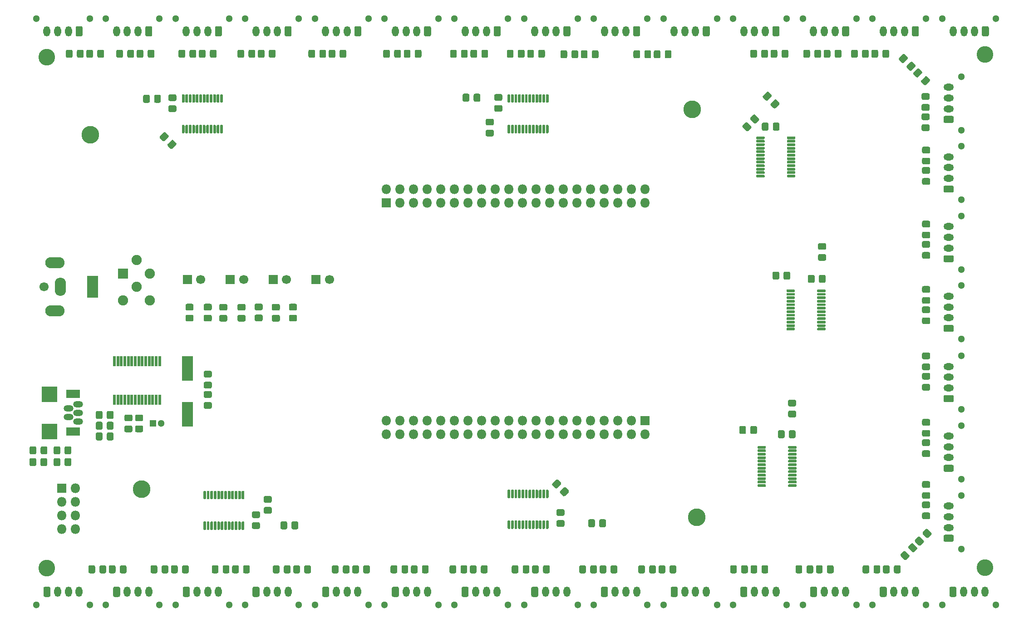
<source format=gts>
G04 #@! TF.GenerationSoftware,KiCad,Pcbnew,(5.1.6)-1*
G04 #@! TF.CreationDate,2021-04-09T14:23:21+02:00*
G04 #@! TF.ProjectId,FK_fpga_shield,464b5f66-7067-4615-9f73-6869656c642e,rev?*
G04 #@! TF.SameCoordinates,Original*
G04 #@! TF.FileFunction,Soldermask,Top*
G04 #@! TF.FilePolarity,Negative*
%FSLAX46Y46*%
G04 Gerber Fmt 4.6, Leading zero omitted, Abs format (unit mm)*
G04 Created by KiCad (PCBNEW (5.1.6)-1) date 2021-04-09 14:23:21*
%MOMM*%
%LPD*%
G01*
G04 APERTURE LIST*
%ADD10C,3.300000*%
%ADD11C,1.300000*%
%ADD12O,1.300000X1.900000*%
%ADD13O,1.900000X1.300000*%
%ADD14O,1.800000X1.800000*%
%ADD15R,1.800000X1.800000*%
%ADD16R,1.900000X1.900000*%
%ADD17C,1.900000*%
%ADD18C,3.100000*%
%ADD19C,1.700000*%
%ADD20R,1.700000X1.700000*%
%ADD21O,3.600000X2.100000*%
%ADD22O,2.100000X3.400000*%
%ADD23R,2.100000X4.100000*%
%ADD24R,2.100000X4.600000*%
%ADD25R,1.300000X1.300000*%
%ADD26R,0.550000X1.850000*%
%ADD27R,2.600000X1.500000*%
%ADD28R,2.995600X2.995600*%
%ADD29O,1.850000X1.200000*%
G04 APERTURE END LIST*
G36*
G01*
X87925000Y-124878262D02*
X87925000Y-123921738D01*
G75*
G02*
X88196738Y-123650000I271738J0D01*
G01*
X88903262Y-123650000D01*
G75*
G02*
X89175000Y-123921738I0J-271738D01*
G01*
X89175000Y-124878262D01*
G75*
G02*
X88903262Y-125150000I-271738J0D01*
G01*
X88196738Y-125150000D01*
G75*
G02*
X87925000Y-124878262I0J271738D01*
G01*
G37*
G36*
G01*
X89975000Y-124878262D02*
X89975000Y-123921738D01*
G75*
G02*
X90246738Y-123650000I271738J0D01*
G01*
X90953262Y-123650000D01*
G75*
G02*
X91225000Y-123921738I0J-271738D01*
G01*
X91225000Y-124878262D01*
G75*
G02*
X90953262Y-125150000I-271738J0D01*
G01*
X90246738Y-125150000D01*
G75*
G02*
X89975000Y-124878262I0J271738D01*
G01*
G37*
D10*
X200000000Y-139500000D03*
X199200000Y-63400000D03*
X86900000Y-68100000D03*
X96500000Y-134200000D03*
D11*
X76800000Y-155800000D03*
X86800000Y-155800000D03*
D12*
X84800000Y-153400000D03*
X82800000Y-153400000D03*
X80800000Y-153400000D03*
G36*
G01*
X78150000Y-154079168D02*
X78150000Y-152720832D01*
G75*
G02*
X78420832Y-152450000I270832J0D01*
G01*
X79179168Y-152450000D01*
G75*
G02*
X79450000Y-152720832I0J-270832D01*
G01*
X79450000Y-154079168D01*
G75*
G02*
X79179168Y-154350000I-270832J0D01*
G01*
X78420832Y-154350000D01*
G75*
G02*
X78150000Y-154079168I0J270832D01*
G01*
G37*
D11*
X89800000Y-155800000D03*
X99800000Y-155800000D03*
D12*
X97800000Y-153400000D03*
X95800000Y-153400000D03*
X93800000Y-153400000D03*
G36*
G01*
X91150000Y-154079168D02*
X91150000Y-152720832D01*
G75*
G02*
X91420832Y-152450000I270832J0D01*
G01*
X92179168Y-152450000D01*
G75*
G02*
X92450000Y-152720832I0J-270832D01*
G01*
X92450000Y-154079168D01*
G75*
G02*
X92179168Y-154350000I-270832J0D01*
G01*
X91420832Y-154350000D01*
G75*
G02*
X91150000Y-154079168I0J270832D01*
G01*
G37*
D11*
X102800000Y-155800000D03*
X112800000Y-155800000D03*
D12*
X110800000Y-153400000D03*
X108800000Y-153400000D03*
X106800000Y-153400000D03*
G36*
G01*
X104150000Y-154079168D02*
X104150000Y-152720832D01*
G75*
G02*
X104420832Y-152450000I270832J0D01*
G01*
X105179168Y-152450000D01*
G75*
G02*
X105450000Y-152720832I0J-270832D01*
G01*
X105450000Y-154079168D01*
G75*
G02*
X105179168Y-154350000I-270832J0D01*
G01*
X104420832Y-154350000D01*
G75*
G02*
X104150000Y-154079168I0J270832D01*
G01*
G37*
D11*
X115800000Y-155800000D03*
X125800000Y-155800000D03*
D12*
X123800000Y-153400000D03*
X121800000Y-153400000D03*
X119800000Y-153400000D03*
G36*
G01*
X117150000Y-154079168D02*
X117150000Y-152720832D01*
G75*
G02*
X117420832Y-152450000I270832J0D01*
G01*
X118179168Y-152450000D01*
G75*
G02*
X118450000Y-152720832I0J-270832D01*
G01*
X118450000Y-154079168D01*
G75*
G02*
X118179168Y-154350000I-270832J0D01*
G01*
X117420832Y-154350000D01*
G75*
G02*
X117150000Y-154079168I0J270832D01*
G01*
G37*
D11*
X128800000Y-155800000D03*
X138800000Y-155800000D03*
D12*
X136800000Y-153400000D03*
X134800000Y-153400000D03*
X132800000Y-153400000D03*
G36*
G01*
X130150000Y-154079168D02*
X130150000Y-152720832D01*
G75*
G02*
X130420832Y-152450000I270832J0D01*
G01*
X131179168Y-152450000D01*
G75*
G02*
X131450000Y-152720832I0J-270832D01*
G01*
X131450000Y-154079168D01*
G75*
G02*
X131179168Y-154350000I-270832J0D01*
G01*
X130420832Y-154350000D01*
G75*
G02*
X130150000Y-154079168I0J270832D01*
G01*
G37*
D11*
X141800000Y-155800000D03*
X151800000Y-155800000D03*
D12*
X149800000Y-153400000D03*
X147800000Y-153400000D03*
X145800000Y-153400000D03*
G36*
G01*
X143150000Y-154079168D02*
X143150000Y-152720832D01*
G75*
G02*
X143420832Y-152450000I270832J0D01*
G01*
X144179168Y-152450000D01*
G75*
G02*
X144450000Y-152720832I0J-270832D01*
G01*
X144450000Y-154079168D01*
G75*
G02*
X144179168Y-154350000I-270832J0D01*
G01*
X143420832Y-154350000D01*
G75*
G02*
X143150000Y-154079168I0J270832D01*
G01*
G37*
D11*
X154800000Y-155800000D03*
X164800000Y-155800000D03*
D12*
X162800000Y-153400000D03*
X160800000Y-153400000D03*
X158800000Y-153400000D03*
G36*
G01*
X156150000Y-154079168D02*
X156150000Y-152720832D01*
G75*
G02*
X156420832Y-152450000I270832J0D01*
G01*
X157179168Y-152450000D01*
G75*
G02*
X157450000Y-152720832I0J-270832D01*
G01*
X157450000Y-154079168D01*
G75*
G02*
X157179168Y-154350000I-270832J0D01*
G01*
X156420832Y-154350000D01*
G75*
G02*
X156150000Y-154079168I0J270832D01*
G01*
G37*
D11*
X167800000Y-155800000D03*
X177800000Y-155800000D03*
D12*
X175800000Y-153400000D03*
X173800000Y-153400000D03*
X171800000Y-153400000D03*
G36*
G01*
X169150000Y-154079168D02*
X169150000Y-152720832D01*
G75*
G02*
X169420832Y-152450000I270832J0D01*
G01*
X170179168Y-152450000D01*
G75*
G02*
X170450000Y-152720832I0J-270832D01*
G01*
X170450000Y-154079168D01*
G75*
G02*
X170179168Y-154350000I-270832J0D01*
G01*
X169420832Y-154350000D01*
G75*
G02*
X169150000Y-154079168I0J270832D01*
G01*
G37*
D11*
X180800000Y-155800000D03*
X190800000Y-155800000D03*
D12*
X188800000Y-153400000D03*
X186800000Y-153400000D03*
X184800000Y-153400000D03*
G36*
G01*
X182150000Y-154079168D02*
X182150000Y-152720832D01*
G75*
G02*
X182420832Y-152450000I270832J0D01*
G01*
X183179168Y-152450000D01*
G75*
G02*
X183450000Y-152720832I0J-270832D01*
G01*
X183450000Y-154079168D01*
G75*
G02*
X183179168Y-154350000I-270832J0D01*
G01*
X182420832Y-154350000D01*
G75*
G02*
X182150000Y-154079168I0J270832D01*
G01*
G37*
D11*
X193800000Y-155800000D03*
X203800000Y-155800000D03*
D12*
X201800000Y-153400000D03*
X199800000Y-153400000D03*
X197800000Y-153400000D03*
G36*
G01*
X195150000Y-154079168D02*
X195150000Y-152720832D01*
G75*
G02*
X195420832Y-152450000I270832J0D01*
G01*
X196179168Y-152450000D01*
G75*
G02*
X196450000Y-152720832I0J-270832D01*
G01*
X196450000Y-154079168D01*
G75*
G02*
X196179168Y-154350000I-270832J0D01*
G01*
X195420832Y-154350000D01*
G75*
G02*
X195150000Y-154079168I0J270832D01*
G01*
G37*
D11*
X206800000Y-155800000D03*
X216800000Y-155800000D03*
D12*
X214800000Y-153400000D03*
X212800000Y-153400000D03*
X210800000Y-153400000D03*
G36*
G01*
X208150000Y-154079168D02*
X208150000Y-152720832D01*
G75*
G02*
X208420832Y-152450000I270832J0D01*
G01*
X209179168Y-152450000D01*
G75*
G02*
X209450000Y-152720832I0J-270832D01*
G01*
X209450000Y-154079168D01*
G75*
G02*
X209179168Y-154350000I-270832J0D01*
G01*
X208420832Y-154350000D01*
G75*
G02*
X208150000Y-154079168I0J270832D01*
G01*
G37*
D11*
X219800000Y-155800000D03*
X229800000Y-155800000D03*
D12*
X227800000Y-153400000D03*
X225800000Y-153400000D03*
X223800000Y-153400000D03*
G36*
G01*
X221150000Y-154079168D02*
X221150000Y-152720832D01*
G75*
G02*
X221420832Y-152450000I270832J0D01*
G01*
X222179168Y-152450000D01*
G75*
G02*
X222450000Y-152720832I0J-270832D01*
G01*
X222450000Y-154079168D01*
G75*
G02*
X222179168Y-154350000I-270832J0D01*
G01*
X221420832Y-154350000D01*
G75*
G02*
X221150000Y-154079168I0J270832D01*
G01*
G37*
D11*
X232800000Y-155800000D03*
X242800000Y-155800000D03*
D12*
X240800000Y-153400000D03*
X238800000Y-153400000D03*
X236800000Y-153400000D03*
G36*
G01*
X234150000Y-154079168D02*
X234150000Y-152720832D01*
G75*
G02*
X234420832Y-152450000I270832J0D01*
G01*
X235179168Y-152450000D01*
G75*
G02*
X235450000Y-152720832I0J-270832D01*
G01*
X235450000Y-154079168D01*
G75*
G02*
X235179168Y-154350000I-270832J0D01*
G01*
X234420832Y-154350000D01*
G75*
G02*
X234150000Y-154079168I0J270832D01*
G01*
G37*
D11*
X245800000Y-155800000D03*
X255800000Y-155800000D03*
D12*
X253800000Y-153400000D03*
X251800000Y-153400000D03*
X249800000Y-153400000D03*
G36*
G01*
X247150000Y-154079168D02*
X247150000Y-152720832D01*
G75*
G02*
X247420832Y-152450000I270832J0D01*
G01*
X248179168Y-152450000D01*
G75*
G02*
X248450000Y-152720832I0J-270832D01*
G01*
X248450000Y-154079168D01*
G75*
G02*
X248179168Y-154350000I-270832J0D01*
G01*
X247420832Y-154350000D01*
G75*
G02*
X247150000Y-154079168I0J270832D01*
G01*
G37*
D11*
X249400000Y-145400000D03*
X249400000Y-135400000D03*
D13*
X247000000Y-137400000D03*
X247000000Y-139400000D03*
X247000000Y-141400000D03*
G36*
G01*
X247679168Y-144050000D02*
X246320832Y-144050000D01*
G75*
G02*
X246050000Y-143779168I0J270832D01*
G01*
X246050000Y-143020832D01*
G75*
G02*
X246320832Y-142750000I270832J0D01*
G01*
X247679168Y-142750000D01*
G75*
G02*
X247950000Y-143020832I0J-270832D01*
G01*
X247950000Y-143779168D01*
G75*
G02*
X247679168Y-144050000I-270832J0D01*
G01*
G37*
D11*
X249400000Y-132350000D03*
X249400000Y-122350000D03*
D13*
X247000000Y-124350000D03*
X247000000Y-126350000D03*
X247000000Y-128350000D03*
G36*
G01*
X247679168Y-131000000D02*
X246320832Y-131000000D01*
G75*
G02*
X246050000Y-130729168I0J270832D01*
G01*
X246050000Y-129970832D01*
G75*
G02*
X246320832Y-129700000I270832J0D01*
G01*
X247679168Y-129700000D01*
G75*
G02*
X247950000Y-129970832I0J-270832D01*
G01*
X247950000Y-130729168D01*
G75*
G02*
X247679168Y-131000000I-270832J0D01*
G01*
G37*
D11*
X249400000Y-119350000D03*
X249400000Y-109350000D03*
D13*
X247000000Y-111350000D03*
X247000000Y-113350000D03*
X247000000Y-115350000D03*
G36*
G01*
X247679168Y-118000000D02*
X246320832Y-118000000D01*
G75*
G02*
X246050000Y-117729168I0J270832D01*
G01*
X246050000Y-116970832D01*
G75*
G02*
X246320832Y-116700000I270832J0D01*
G01*
X247679168Y-116700000D01*
G75*
G02*
X247950000Y-116970832I0J-270832D01*
G01*
X247950000Y-117729168D01*
G75*
G02*
X247679168Y-118000000I-270832J0D01*
G01*
G37*
D11*
X249400000Y-106250000D03*
X249400000Y-96250000D03*
D13*
X247000000Y-98250000D03*
X247000000Y-100250000D03*
X247000000Y-102250000D03*
G36*
G01*
X247679168Y-104900000D02*
X246320832Y-104900000D01*
G75*
G02*
X246050000Y-104629168I0J270832D01*
G01*
X246050000Y-103870832D01*
G75*
G02*
X246320832Y-103600000I270832J0D01*
G01*
X247679168Y-103600000D01*
G75*
G02*
X247950000Y-103870832I0J-270832D01*
G01*
X247950000Y-104629168D01*
G75*
G02*
X247679168Y-104900000I-270832J0D01*
G01*
G37*
D11*
X249400000Y-93250000D03*
X249400000Y-83250000D03*
D13*
X247000000Y-85250000D03*
X247000000Y-87250000D03*
X247000000Y-89250000D03*
G36*
G01*
X247679168Y-91900000D02*
X246320832Y-91900000D01*
G75*
G02*
X246050000Y-91629168I0J270832D01*
G01*
X246050000Y-90870832D01*
G75*
G02*
X246320832Y-90600000I270832J0D01*
G01*
X247679168Y-90600000D01*
G75*
G02*
X247950000Y-90870832I0J-270832D01*
G01*
X247950000Y-91629168D01*
G75*
G02*
X247679168Y-91900000I-270832J0D01*
G01*
G37*
D11*
X249400000Y-80250000D03*
X249400000Y-70250000D03*
D13*
X247000000Y-72250000D03*
X247000000Y-74250000D03*
X247000000Y-76250000D03*
G36*
G01*
X247679168Y-78900000D02*
X246320832Y-78900000D01*
G75*
G02*
X246050000Y-78629168I0J270832D01*
G01*
X246050000Y-77870832D01*
G75*
G02*
X246320832Y-77600000I270832J0D01*
G01*
X247679168Y-77600000D01*
G75*
G02*
X247950000Y-77870832I0J-270832D01*
G01*
X247950000Y-78629168D01*
G75*
G02*
X247679168Y-78900000I-270832J0D01*
G01*
G37*
D11*
X249400000Y-67250000D03*
X249400000Y-57250000D03*
D13*
X247000000Y-59250000D03*
X247000000Y-61250000D03*
X247000000Y-63250000D03*
G36*
G01*
X247679168Y-65900000D02*
X246320832Y-65900000D01*
G75*
G02*
X246050000Y-65629168I0J270832D01*
G01*
X246050000Y-64870832D01*
G75*
G02*
X246320832Y-64600000I270832J0D01*
G01*
X247679168Y-64600000D01*
G75*
G02*
X247950000Y-64870832I0J-270832D01*
G01*
X247950000Y-65629168D01*
G75*
G02*
X247679168Y-65900000I-270832J0D01*
G01*
G37*
D11*
X255850000Y-46400000D03*
X245850000Y-46400000D03*
D12*
X247850000Y-48800000D03*
X249850000Y-48800000D03*
X251850000Y-48800000D03*
G36*
G01*
X254500000Y-48120832D02*
X254500000Y-49479168D01*
G75*
G02*
X254229168Y-49750000I-270832J0D01*
G01*
X253470832Y-49750000D01*
G75*
G02*
X253200000Y-49479168I0J270832D01*
G01*
X253200000Y-48120832D01*
G75*
G02*
X253470832Y-47850000I270832J0D01*
G01*
X254229168Y-47850000D01*
G75*
G02*
X254500000Y-48120832I0J-270832D01*
G01*
G37*
D11*
X242800000Y-46400000D03*
X232800000Y-46400000D03*
D12*
X234800000Y-48800000D03*
X236800000Y-48800000D03*
X238800000Y-48800000D03*
G36*
G01*
X241450000Y-48120832D02*
X241450000Y-49479168D01*
G75*
G02*
X241179168Y-49750000I-270832J0D01*
G01*
X240420832Y-49750000D01*
G75*
G02*
X240150000Y-49479168I0J270832D01*
G01*
X240150000Y-48120832D01*
G75*
G02*
X240420832Y-47850000I270832J0D01*
G01*
X241179168Y-47850000D01*
G75*
G02*
X241450000Y-48120832I0J-270832D01*
G01*
G37*
D11*
X229800000Y-46400000D03*
X219800000Y-46400000D03*
D12*
X221800000Y-48800000D03*
X223800000Y-48800000D03*
X225800000Y-48800000D03*
G36*
G01*
X228450000Y-48120832D02*
X228450000Y-49479168D01*
G75*
G02*
X228179168Y-49750000I-270832J0D01*
G01*
X227420832Y-49750000D01*
G75*
G02*
X227150000Y-49479168I0J270832D01*
G01*
X227150000Y-48120832D01*
G75*
G02*
X227420832Y-47850000I270832J0D01*
G01*
X228179168Y-47850000D01*
G75*
G02*
X228450000Y-48120832I0J-270832D01*
G01*
G37*
D11*
X216800000Y-46400000D03*
X206800000Y-46400000D03*
D12*
X208800000Y-48800000D03*
X210800000Y-48800000D03*
X212800000Y-48800000D03*
G36*
G01*
X215450000Y-48120832D02*
X215450000Y-49479168D01*
G75*
G02*
X215179168Y-49750000I-270832J0D01*
G01*
X214420832Y-49750000D01*
G75*
G02*
X214150000Y-49479168I0J270832D01*
G01*
X214150000Y-48120832D01*
G75*
G02*
X214420832Y-47850000I270832J0D01*
G01*
X215179168Y-47850000D01*
G75*
G02*
X215450000Y-48120832I0J-270832D01*
G01*
G37*
D11*
X203800000Y-46400000D03*
X193800000Y-46400000D03*
D12*
X195800000Y-48800000D03*
X197800000Y-48800000D03*
X199800000Y-48800000D03*
G36*
G01*
X202450000Y-48120832D02*
X202450000Y-49479168D01*
G75*
G02*
X202179168Y-49750000I-270832J0D01*
G01*
X201420832Y-49750000D01*
G75*
G02*
X201150000Y-49479168I0J270832D01*
G01*
X201150000Y-48120832D01*
G75*
G02*
X201420832Y-47850000I270832J0D01*
G01*
X202179168Y-47850000D01*
G75*
G02*
X202450000Y-48120832I0J-270832D01*
G01*
G37*
D11*
X190800000Y-46400000D03*
X180800000Y-46400000D03*
D12*
X182800000Y-48800000D03*
X184800000Y-48800000D03*
X186800000Y-48800000D03*
G36*
G01*
X189450000Y-48120832D02*
X189450000Y-49479168D01*
G75*
G02*
X189179168Y-49750000I-270832J0D01*
G01*
X188420832Y-49750000D01*
G75*
G02*
X188150000Y-49479168I0J270832D01*
G01*
X188150000Y-48120832D01*
G75*
G02*
X188420832Y-47850000I270832J0D01*
G01*
X189179168Y-47850000D01*
G75*
G02*
X189450000Y-48120832I0J-270832D01*
G01*
G37*
D11*
X177800000Y-46400000D03*
X167800000Y-46400000D03*
D12*
X169800000Y-48800000D03*
X171800000Y-48800000D03*
X173800000Y-48800000D03*
G36*
G01*
X176450000Y-48120832D02*
X176450000Y-49479168D01*
G75*
G02*
X176179168Y-49750000I-270832J0D01*
G01*
X175420832Y-49750000D01*
G75*
G02*
X175150000Y-49479168I0J270832D01*
G01*
X175150000Y-48120832D01*
G75*
G02*
X175420832Y-47850000I270832J0D01*
G01*
X176179168Y-47850000D01*
G75*
G02*
X176450000Y-48120832I0J-270832D01*
G01*
G37*
D11*
X164800000Y-46400000D03*
X154800000Y-46400000D03*
D12*
X156800000Y-48800000D03*
X158800000Y-48800000D03*
X160800000Y-48800000D03*
G36*
G01*
X163450000Y-48120832D02*
X163450000Y-49479168D01*
G75*
G02*
X163179168Y-49750000I-270832J0D01*
G01*
X162420832Y-49750000D01*
G75*
G02*
X162150000Y-49479168I0J270832D01*
G01*
X162150000Y-48120832D01*
G75*
G02*
X162420832Y-47850000I270832J0D01*
G01*
X163179168Y-47850000D01*
G75*
G02*
X163450000Y-48120832I0J-270832D01*
G01*
G37*
D11*
X151800000Y-46400000D03*
X141800000Y-46400000D03*
D12*
X143800000Y-48800000D03*
X145800000Y-48800000D03*
X147800000Y-48800000D03*
G36*
G01*
X150450000Y-48120832D02*
X150450000Y-49479168D01*
G75*
G02*
X150179168Y-49750000I-270832J0D01*
G01*
X149420832Y-49750000D01*
G75*
G02*
X149150000Y-49479168I0J270832D01*
G01*
X149150000Y-48120832D01*
G75*
G02*
X149420832Y-47850000I270832J0D01*
G01*
X150179168Y-47850000D01*
G75*
G02*
X150450000Y-48120832I0J-270832D01*
G01*
G37*
D11*
X138800000Y-46400000D03*
X128800000Y-46400000D03*
D12*
X130800000Y-48800000D03*
X132800000Y-48800000D03*
X134800000Y-48800000D03*
G36*
G01*
X137450000Y-48120832D02*
X137450000Y-49479168D01*
G75*
G02*
X137179168Y-49750000I-270832J0D01*
G01*
X136420832Y-49750000D01*
G75*
G02*
X136150000Y-49479168I0J270832D01*
G01*
X136150000Y-48120832D01*
G75*
G02*
X136420832Y-47850000I270832J0D01*
G01*
X137179168Y-47850000D01*
G75*
G02*
X137450000Y-48120832I0J-270832D01*
G01*
G37*
D11*
X125800000Y-46400000D03*
X115800000Y-46400000D03*
D12*
X117800000Y-48800000D03*
X119800000Y-48800000D03*
X121800000Y-48800000D03*
G36*
G01*
X124450000Y-48120832D02*
X124450000Y-49479168D01*
G75*
G02*
X124179168Y-49750000I-270832J0D01*
G01*
X123420832Y-49750000D01*
G75*
G02*
X123150000Y-49479168I0J270832D01*
G01*
X123150000Y-48120832D01*
G75*
G02*
X123420832Y-47850000I270832J0D01*
G01*
X124179168Y-47850000D01*
G75*
G02*
X124450000Y-48120832I0J-270832D01*
G01*
G37*
D11*
X112800000Y-46400000D03*
X102800000Y-46400000D03*
D12*
X104800000Y-48800000D03*
X106800000Y-48800000D03*
X108800000Y-48800000D03*
G36*
G01*
X111450000Y-48120832D02*
X111450000Y-49479168D01*
G75*
G02*
X111179168Y-49750000I-270832J0D01*
G01*
X110420832Y-49750000D01*
G75*
G02*
X110150000Y-49479168I0J270832D01*
G01*
X110150000Y-48120832D01*
G75*
G02*
X110420832Y-47850000I270832J0D01*
G01*
X111179168Y-47850000D01*
G75*
G02*
X111450000Y-48120832I0J-270832D01*
G01*
G37*
D11*
X99800000Y-46400000D03*
X89800000Y-46400000D03*
D12*
X91800000Y-48800000D03*
X93800000Y-48800000D03*
X95800000Y-48800000D03*
G36*
G01*
X98450000Y-48120832D02*
X98450000Y-49479168D01*
G75*
G02*
X98179168Y-49750000I-270832J0D01*
G01*
X97420832Y-49750000D01*
G75*
G02*
X97150000Y-49479168I0J270832D01*
G01*
X97150000Y-48120832D01*
G75*
G02*
X97420832Y-47850000I270832J0D01*
G01*
X98179168Y-47850000D01*
G75*
G02*
X98450000Y-48120832I0J-270832D01*
G01*
G37*
D11*
X86800000Y-46400000D03*
X76800000Y-46400000D03*
D12*
X78800000Y-48800000D03*
X80800000Y-48800000D03*
X82800000Y-48800000D03*
G36*
G01*
X85450000Y-48120832D02*
X85450000Y-49479168D01*
G75*
G02*
X85179168Y-49750000I-270832J0D01*
G01*
X84420832Y-49750000D01*
G75*
G02*
X84150000Y-49479168I0J270832D01*
G01*
X84150000Y-48120832D01*
G75*
G02*
X84420832Y-47850000I270832J0D01*
G01*
X85179168Y-47850000D01*
G75*
G02*
X85450000Y-48120832I0J-270832D01*
G01*
G37*
D14*
X84140000Y-141720000D03*
X81600000Y-141720000D03*
X84140000Y-139180000D03*
X81600000Y-139180000D03*
X84140000Y-136640000D03*
X81600000Y-136640000D03*
X84140000Y-134100000D03*
D15*
X81600000Y-134100000D03*
D16*
X93000000Y-94000000D03*
D17*
X98000000Y-94000000D03*
X93000000Y-99000000D03*
X98000000Y-99000000D03*
X95500000Y-96500000D03*
X95500000Y-91500000D03*
G36*
G01*
X83350000Y-126521738D02*
X83350000Y-127478262D01*
G75*
G02*
X83078262Y-127750000I-271738J0D01*
G01*
X82371738Y-127750000D01*
G75*
G02*
X82100000Y-127478262I0J271738D01*
G01*
X82100000Y-126521738D01*
G75*
G02*
X82371738Y-126250000I271738J0D01*
G01*
X83078262Y-126250000D01*
G75*
G02*
X83350000Y-126521738I0J-271738D01*
G01*
G37*
G36*
G01*
X81300000Y-126521738D02*
X81300000Y-127478262D01*
G75*
G02*
X81028262Y-127750000I-271738J0D01*
G01*
X80321738Y-127750000D01*
G75*
G02*
X80050000Y-127478262I0J271738D01*
G01*
X80050000Y-126521738D01*
G75*
G02*
X80321738Y-126250000I271738J0D01*
G01*
X81028262Y-126250000D01*
G75*
G02*
X81300000Y-126521738I0J-271738D01*
G01*
G37*
G36*
G01*
X83350000Y-128721738D02*
X83350000Y-129678262D01*
G75*
G02*
X83078262Y-129950000I-271738J0D01*
G01*
X82371738Y-129950000D01*
G75*
G02*
X82100000Y-129678262I0J271738D01*
G01*
X82100000Y-128721738D01*
G75*
G02*
X82371738Y-128450000I271738J0D01*
G01*
X83078262Y-128450000D01*
G75*
G02*
X83350000Y-128721738I0J-271738D01*
G01*
G37*
G36*
G01*
X81300000Y-128721738D02*
X81300000Y-129678262D01*
G75*
G02*
X81028262Y-129950000I-271738J0D01*
G01*
X80321738Y-129950000D01*
G75*
G02*
X80050000Y-129678262I0J271738D01*
G01*
X80050000Y-128721738D01*
G75*
G02*
X80321738Y-128450000I271738J0D01*
G01*
X81028262Y-128450000D01*
G75*
G02*
X81300000Y-128721738I0J-271738D01*
G01*
G37*
G36*
G01*
X77624999Y-127478262D02*
X77624999Y-126521738D01*
G75*
G02*
X77896737Y-126250000I271738J0D01*
G01*
X78603261Y-126250000D01*
G75*
G02*
X78874999Y-126521738I0J-271738D01*
G01*
X78874999Y-127478262D01*
G75*
G02*
X78603261Y-127750000I-271738J0D01*
G01*
X77896737Y-127750000D01*
G75*
G02*
X77624999Y-127478262I0J271738D01*
G01*
G37*
G36*
G01*
X75574999Y-127478262D02*
X75574999Y-126521738D01*
G75*
G02*
X75846737Y-126250000I271738J0D01*
G01*
X76553261Y-126250000D01*
G75*
G02*
X76824999Y-126521738I0J-271738D01*
G01*
X76824999Y-127478262D01*
G75*
G02*
X76553261Y-127750000I-271738J0D01*
G01*
X75846737Y-127750000D01*
G75*
G02*
X75574999Y-127478262I0J271738D01*
G01*
G37*
G36*
G01*
X77600000Y-129678262D02*
X77600000Y-128721738D01*
G75*
G02*
X77871738Y-128450000I271738J0D01*
G01*
X78578262Y-128450000D01*
G75*
G02*
X78850000Y-128721738I0J-271738D01*
G01*
X78850000Y-129678262D01*
G75*
G02*
X78578262Y-129950000I-271738J0D01*
G01*
X77871738Y-129950000D01*
G75*
G02*
X77600000Y-129678262I0J271738D01*
G01*
G37*
G36*
G01*
X75550000Y-129678262D02*
X75550000Y-128721738D01*
G75*
G02*
X75821738Y-128450000I271738J0D01*
G01*
X76528262Y-128450000D01*
G75*
G02*
X76800000Y-128721738I0J-271738D01*
G01*
X76800000Y-129678262D01*
G75*
G02*
X76528262Y-129950000I-271738J0D01*
G01*
X75821738Y-129950000D01*
G75*
G02*
X75550000Y-129678262I0J271738D01*
G01*
G37*
D18*
X253800000Y-148900000D03*
X78800000Y-148950000D03*
X253800000Y-53150000D03*
X78800000Y-53600000D03*
G36*
G01*
X125178262Y-100900000D02*
X124221738Y-100900000D01*
G75*
G02*
X123950000Y-100628262I0J271738D01*
G01*
X123950000Y-99921738D01*
G75*
G02*
X124221738Y-99650000I271738J0D01*
G01*
X125178262Y-99650000D01*
G75*
G02*
X125450000Y-99921738I0J-271738D01*
G01*
X125450000Y-100628262D01*
G75*
G02*
X125178262Y-100900000I-271738J0D01*
G01*
G37*
G36*
G01*
X125178262Y-102950000D02*
X124221738Y-102950000D01*
G75*
G02*
X123950000Y-102678262I0J271738D01*
G01*
X123950000Y-101971738D01*
G75*
G02*
X124221738Y-101700000I271738J0D01*
G01*
X125178262Y-101700000D01*
G75*
G02*
X125450000Y-101971738I0J-271738D01*
G01*
X125450000Y-102678262D01*
G75*
G02*
X125178262Y-102950000I-271738J0D01*
G01*
G37*
G36*
G01*
X121978262Y-100924999D02*
X121021738Y-100924999D01*
G75*
G02*
X120750000Y-100653261I0J271738D01*
G01*
X120750000Y-99946737D01*
G75*
G02*
X121021738Y-99674999I271738J0D01*
G01*
X121978262Y-99674999D01*
G75*
G02*
X122250000Y-99946737I0J-271738D01*
G01*
X122250000Y-100653261D01*
G75*
G02*
X121978262Y-100924999I-271738J0D01*
G01*
G37*
G36*
G01*
X121978262Y-102974999D02*
X121021738Y-102974999D01*
G75*
G02*
X120750000Y-102703261I0J271738D01*
G01*
X120750000Y-101996737D01*
G75*
G02*
X121021738Y-101724999I271738J0D01*
G01*
X121978262Y-101724999D01*
G75*
G02*
X122250000Y-101996737I0J-271738D01*
G01*
X122250000Y-102703261D01*
G75*
G02*
X121978262Y-102974999I-271738J0D01*
G01*
G37*
G36*
G01*
X118778262Y-100875000D02*
X117821738Y-100875000D01*
G75*
G02*
X117550000Y-100603262I0J271738D01*
G01*
X117550000Y-99896738D01*
G75*
G02*
X117821738Y-99625000I271738J0D01*
G01*
X118778262Y-99625000D01*
G75*
G02*
X119050000Y-99896738I0J-271738D01*
G01*
X119050000Y-100603262D01*
G75*
G02*
X118778262Y-100875000I-271738J0D01*
G01*
G37*
G36*
G01*
X118778262Y-102925000D02*
X117821738Y-102925000D01*
G75*
G02*
X117550000Y-102653262I0J271738D01*
G01*
X117550000Y-101946738D01*
G75*
G02*
X117821738Y-101675000I271738J0D01*
G01*
X118778262Y-101675000D01*
G75*
G02*
X119050000Y-101946738I0J-271738D01*
G01*
X119050000Y-102653262D01*
G75*
G02*
X118778262Y-102925000I-271738J0D01*
G01*
G37*
G36*
G01*
X115578262Y-100924999D02*
X114621738Y-100924999D01*
G75*
G02*
X114350000Y-100653261I0J271738D01*
G01*
X114350000Y-99946737D01*
G75*
G02*
X114621738Y-99674999I271738J0D01*
G01*
X115578262Y-99674999D01*
G75*
G02*
X115850000Y-99946737I0J-271738D01*
G01*
X115850000Y-100653261D01*
G75*
G02*
X115578262Y-100924999I-271738J0D01*
G01*
G37*
G36*
G01*
X115578262Y-102974999D02*
X114621738Y-102974999D01*
G75*
G02*
X114350000Y-102703261I0J271738D01*
G01*
X114350000Y-101996737D01*
G75*
G02*
X114621738Y-101724999I271738J0D01*
G01*
X115578262Y-101724999D01*
G75*
G02*
X115850000Y-101996737I0J-271738D01*
G01*
X115850000Y-102703261D01*
G75*
G02*
X115578262Y-102974999I-271738J0D01*
G01*
G37*
G36*
G01*
X112178262Y-100924999D02*
X111221738Y-100924999D01*
G75*
G02*
X110950000Y-100653261I0J271738D01*
G01*
X110950000Y-99946737D01*
G75*
G02*
X111221738Y-99674999I271738J0D01*
G01*
X112178262Y-99674999D01*
G75*
G02*
X112450000Y-99946737I0J-271738D01*
G01*
X112450000Y-100653261D01*
G75*
G02*
X112178262Y-100924999I-271738J0D01*
G01*
G37*
G36*
G01*
X112178262Y-102974999D02*
X111221738Y-102974999D01*
G75*
G02*
X110950000Y-102703261I0J271738D01*
G01*
X110950000Y-101996737D01*
G75*
G02*
X111221738Y-101724999I271738J0D01*
G01*
X112178262Y-101724999D01*
G75*
G02*
X112450000Y-101996737I0J-271738D01*
G01*
X112450000Y-102703261D01*
G75*
G02*
X112178262Y-102974999I-271738J0D01*
G01*
G37*
G36*
G01*
X108321738Y-101700000D02*
X109278262Y-101700000D01*
G75*
G02*
X109550000Y-101971738I0J-271738D01*
G01*
X109550000Y-102678262D01*
G75*
G02*
X109278262Y-102950000I-271738J0D01*
G01*
X108321738Y-102950000D01*
G75*
G02*
X108050000Y-102678262I0J271738D01*
G01*
X108050000Y-101971738D01*
G75*
G02*
X108321738Y-101700000I271738J0D01*
G01*
G37*
G36*
G01*
X108321738Y-99650000D02*
X109278262Y-99650000D01*
G75*
G02*
X109550000Y-99921738I0J-271738D01*
G01*
X109550000Y-100628262D01*
G75*
G02*
X109278262Y-100900000I-271738J0D01*
G01*
X108321738Y-100900000D01*
G75*
G02*
X108050000Y-100628262I0J271738D01*
G01*
X108050000Y-99921738D01*
G75*
G02*
X108321738Y-99650000I271738J0D01*
G01*
G37*
G36*
G01*
X104921738Y-101700000D02*
X105878262Y-101700000D01*
G75*
G02*
X106150000Y-101971738I0J-271738D01*
G01*
X106150000Y-102678262D01*
G75*
G02*
X105878262Y-102950000I-271738J0D01*
G01*
X104921738Y-102950000D01*
G75*
G02*
X104650000Y-102678262I0J271738D01*
G01*
X104650000Y-101971738D01*
G75*
G02*
X104921738Y-101700000I271738J0D01*
G01*
G37*
G36*
G01*
X104921738Y-99650000D02*
X105878262Y-99650000D01*
G75*
G02*
X106150000Y-99921738I0J-271738D01*
G01*
X106150000Y-100628262D01*
G75*
G02*
X105878262Y-100900000I-271738J0D01*
G01*
X104921738Y-100900000D01*
G75*
G02*
X104650000Y-100628262I0J271738D01*
G01*
X104650000Y-99921738D01*
G75*
G02*
X104921738Y-99650000I271738J0D01*
G01*
G37*
D19*
X131500000Y-95100000D03*
D20*
X129000000Y-95100000D03*
D19*
X123500000Y-95100000D03*
D20*
X121000000Y-95100000D03*
D19*
X115500000Y-95100000D03*
D20*
X113000000Y-95100000D03*
D19*
X107500000Y-95100000D03*
D20*
X105000000Y-95100000D03*
G36*
G01*
X119521738Y-137575001D02*
X120478262Y-137575001D01*
G75*
G02*
X120750000Y-137846739I0J-271738D01*
G01*
X120750000Y-138553263D01*
G75*
G02*
X120478262Y-138825001I-271738J0D01*
G01*
X119521738Y-138825001D01*
G75*
G02*
X119250000Y-138553263I0J271738D01*
G01*
X119250000Y-137846739D01*
G75*
G02*
X119521738Y-137575001I271738J0D01*
G01*
G37*
G36*
G01*
X119521738Y-135525001D02*
X120478262Y-135525001D01*
G75*
G02*
X120750000Y-135796739I0J-271738D01*
G01*
X120750000Y-136503263D01*
G75*
G02*
X120478262Y-136775001I-271738J0D01*
G01*
X119521738Y-136775001D01*
G75*
G02*
X119250000Y-136503263I0J271738D01*
G01*
X119250000Y-135796739D01*
G75*
G02*
X119521738Y-135525001I271738J0D01*
G01*
G37*
G36*
G01*
X174655340Y-133378975D02*
X173978976Y-134055340D01*
G75*
G02*
X173594680Y-134055340I-192148J192148D01*
G01*
X173095092Y-133555752D01*
G75*
G02*
X173095092Y-133171456I192148J192148D01*
G01*
X173771456Y-132495092D01*
G75*
G02*
X174155752Y-132495092I192148J-192148D01*
G01*
X174655340Y-132994680D01*
G75*
G02*
X174655340Y-133378976I-192148J-192148D01*
G01*
G37*
G36*
G01*
X176104908Y-134828543D02*
X175428544Y-135504908D01*
G75*
G02*
X175044248Y-135504908I-192148J192148D01*
G01*
X174544660Y-135005320D01*
G75*
G02*
X174544660Y-134621024I192148J192148D01*
G01*
X175221024Y-133944660D01*
G75*
G02*
X175605320Y-133944660I192148J-192148D01*
G01*
X176104908Y-134444248D01*
G75*
G02*
X176104908Y-134828544I-192148J-192148D01*
G01*
G37*
G36*
G01*
X209200000Y-122721738D02*
X209200000Y-123678262D01*
G75*
G02*
X208928262Y-123950000I-271738J0D01*
G01*
X208221738Y-123950000D01*
G75*
G02*
X207950000Y-123678262I0J271738D01*
G01*
X207950000Y-122721738D01*
G75*
G02*
X208221738Y-122450000I271738J0D01*
G01*
X208928262Y-122450000D01*
G75*
G02*
X209200000Y-122721738I0J-271738D01*
G01*
G37*
G36*
G01*
X211250000Y-122721738D02*
X211250000Y-123678262D01*
G75*
G02*
X210978262Y-123950000I-271738J0D01*
G01*
X210271738Y-123950000D01*
G75*
G02*
X210000000Y-123678262I0J271738D01*
G01*
X210000000Y-122721738D01*
G75*
G02*
X210271738Y-122450000I271738J0D01*
G01*
X210978262Y-122450000D01*
G75*
G02*
X211250000Y-122721738I0J-271738D01*
G01*
G37*
G36*
G01*
X215400000Y-93921738D02*
X215400000Y-94878262D01*
G75*
G02*
X215128262Y-95150000I-271738J0D01*
G01*
X214421738Y-95150000D01*
G75*
G02*
X214150000Y-94878262I0J271738D01*
G01*
X214150000Y-93921738D01*
G75*
G02*
X214421738Y-93650000I271738J0D01*
G01*
X215128262Y-93650000D01*
G75*
G02*
X215400000Y-93921738I0J-271738D01*
G01*
G37*
G36*
G01*
X217450000Y-93921738D02*
X217450000Y-94878262D01*
G75*
G02*
X217178262Y-95150000I-271738J0D01*
G01*
X216471738Y-95150000D01*
G75*
G02*
X216200000Y-94878262I0J271738D01*
G01*
X216200000Y-93921738D01*
G75*
G02*
X216471738Y-93650000I271738J0D01*
G01*
X217178262Y-93650000D01*
G75*
G02*
X217450000Y-93921738I0J-271738D01*
G01*
G37*
G36*
G01*
X209478975Y-65844660D02*
X210155340Y-66521024D01*
G75*
G02*
X210155340Y-66905320I-192148J-192148D01*
G01*
X209655752Y-67404908D01*
G75*
G02*
X209271456Y-67404908I-192148J192148D01*
G01*
X208595092Y-66728544D01*
G75*
G02*
X208595092Y-66344248I192148J192148D01*
G01*
X209094680Y-65844660D01*
G75*
G02*
X209478976Y-65844660I192148J-192148D01*
G01*
G37*
G36*
G01*
X210928543Y-64395092D02*
X211604908Y-65071456D01*
G75*
G02*
X211604908Y-65455752I-192148J-192148D01*
G01*
X211105320Y-65955340D01*
G75*
G02*
X210721024Y-65955340I-192148J192148D01*
G01*
X210044660Y-65278976D01*
G75*
G02*
X210044660Y-64894680I192148J192148D01*
G01*
X210544248Y-64395092D01*
G75*
G02*
X210928544Y-64395092I192148J-192148D01*
G01*
G37*
G36*
G01*
X160921738Y-67175001D02*
X161878262Y-67175001D01*
G75*
G02*
X162150000Y-67446739I0J-271738D01*
G01*
X162150000Y-68153263D01*
G75*
G02*
X161878262Y-68425001I-271738J0D01*
G01*
X160921738Y-68425001D01*
G75*
G02*
X160650000Y-68153263I0J271738D01*
G01*
X160650000Y-67446739D01*
G75*
G02*
X160921738Y-67175001I271738J0D01*
G01*
G37*
G36*
G01*
X160921738Y-65125001D02*
X161878262Y-65125001D01*
G75*
G02*
X162150000Y-65396739I0J-271738D01*
G01*
X162150000Y-66103263D01*
G75*
G02*
X161878262Y-66375001I-271738J0D01*
G01*
X160921738Y-66375001D01*
G75*
G02*
X160650000Y-66103263I0J271738D01*
G01*
X160650000Y-65396739D01*
G75*
G02*
X160921738Y-65125001I271738J0D01*
G01*
G37*
G36*
G01*
X101344660Y-69821025D02*
X102021024Y-69144660D01*
G75*
G02*
X102405320Y-69144660I192148J-192148D01*
G01*
X102904908Y-69644248D01*
G75*
G02*
X102904908Y-70028544I-192148J-192148D01*
G01*
X102228544Y-70704908D01*
G75*
G02*
X101844248Y-70704908I-192148J192148D01*
G01*
X101344660Y-70205320D01*
G75*
G02*
X101344660Y-69821024I192148J192148D01*
G01*
G37*
G36*
G01*
X99895092Y-68371457D02*
X100571456Y-67695092D01*
G75*
G02*
X100955752Y-67695092I192148J-192148D01*
G01*
X101455340Y-68194680D01*
G75*
G02*
X101455340Y-68578976I-192148J-192148D01*
G01*
X100778976Y-69255340D01*
G75*
G02*
X100394680Y-69255340I-192148J192148D01*
G01*
X99895092Y-68755752D01*
G75*
G02*
X99895092Y-68371456I192148J192148D01*
G01*
G37*
D19*
X78300000Y-96500000D03*
D21*
X80300000Y-101000000D03*
X80300000Y-92000000D03*
D22*
X81300000Y-96500000D03*
D23*
X87300000Y-96500000D03*
G36*
G01*
X108321738Y-114200000D02*
X109278262Y-114200000D01*
G75*
G02*
X109550000Y-114471738I0J-271738D01*
G01*
X109550000Y-115178262D01*
G75*
G02*
X109278262Y-115450000I-271738J0D01*
G01*
X108321738Y-115450000D01*
G75*
G02*
X108050000Y-115178262I0J271738D01*
G01*
X108050000Y-114471738D01*
G75*
G02*
X108321738Y-114200000I271738J0D01*
G01*
G37*
G36*
G01*
X108321738Y-112150000D02*
X109278262Y-112150000D01*
G75*
G02*
X109550000Y-112421738I0J-271738D01*
G01*
X109550000Y-113128262D01*
G75*
G02*
X109278262Y-113400000I-271738J0D01*
G01*
X108321738Y-113400000D01*
G75*
G02*
X108050000Y-113128262I0J271738D01*
G01*
X108050000Y-112421738D01*
G75*
G02*
X108321738Y-112150000I271738J0D01*
G01*
G37*
G36*
G01*
X109278262Y-117200000D02*
X108321738Y-117200000D01*
G75*
G02*
X108050000Y-116928262I0J271738D01*
G01*
X108050000Y-116221738D01*
G75*
G02*
X108321738Y-115950000I271738J0D01*
G01*
X109278262Y-115950000D01*
G75*
G02*
X109550000Y-116221738I0J-271738D01*
G01*
X109550000Y-116928262D01*
G75*
G02*
X109278262Y-117200000I-271738J0D01*
G01*
G37*
G36*
G01*
X109278262Y-119250000D02*
X108321738Y-119250000D01*
G75*
G02*
X108050000Y-118978262I0J271738D01*
G01*
X108050000Y-118271738D01*
G75*
G02*
X108321738Y-118000000I271738J0D01*
G01*
X109278262Y-118000000D01*
G75*
G02*
X109550000Y-118271738I0J-271738D01*
G01*
X109550000Y-118978262D01*
G75*
G02*
X109278262Y-119250000I-271738J0D01*
G01*
G37*
D24*
X105000000Y-111750000D03*
X105000000Y-120250000D03*
D11*
X100100000Y-122000000D03*
D25*
X98600000Y-122000000D03*
G36*
G01*
X91225001Y-121921738D02*
X91225001Y-122878262D01*
G75*
G02*
X90953263Y-123150000I-271738J0D01*
G01*
X90246739Y-123150000D01*
G75*
G02*
X89975001Y-122878262I0J271738D01*
G01*
X89975001Y-121921738D01*
G75*
G02*
X90246739Y-121650000I271738J0D01*
G01*
X90953263Y-121650000D01*
G75*
G02*
X91225001Y-121921738I0J-271738D01*
G01*
G37*
G36*
G01*
X89175001Y-121921738D02*
X89175001Y-122878262D01*
G75*
G02*
X88903263Y-123150000I-271738J0D01*
G01*
X88196739Y-123150000D01*
G75*
G02*
X87925001Y-122878262I0J271738D01*
G01*
X87925001Y-121921738D01*
G75*
G02*
X88196739Y-121650000I271738J0D01*
G01*
X88903263Y-121650000D01*
G75*
G02*
X89175001Y-121921738I0J-271738D01*
G01*
G37*
D14*
X142100208Y-124020472D03*
X142100208Y-121480472D03*
X144640208Y-124020472D03*
X144640208Y-121480472D03*
X147180208Y-124020472D03*
X147180208Y-121480472D03*
X149720208Y-124020472D03*
X149720208Y-121480472D03*
X152260208Y-124020472D03*
X152260208Y-121480472D03*
X154800208Y-124020472D03*
X154800208Y-121480472D03*
X157340208Y-124020472D03*
X157340208Y-121480472D03*
X159880208Y-124020472D03*
X159880208Y-121480472D03*
X162420208Y-124020472D03*
X162420208Y-121480472D03*
X164960208Y-124020472D03*
X164960208Y-121480472D03*
X167500208Y-124020472D03*
X167500208Y-121480472D03*
X170040208Y-124020472D03*
X170040208Y-121480472D03*
X172580208Y-124020472D03*
X172580208Y-121480472D03*
X175120208Y-124020472D03*
X175120208Y-121480472D03*
X177660208Y-124020472D03*
X177660208Y-121480472D03*
X180200208Y-124020472D03*
X180200208Y-121480472D03*
X182740208Y-124020472D03*
X182740208Y-121480472D03*
X185280208Y-124020472D03*
X185280208Y-121480472D03*
X187820208Y-124020472D03*
X187820208Y-121480472D03*
X190360208Y-124020472D03*
D15*
X190360208Y-121480472D03*
D14*
X190360000Y-78300000D03*
X190360000Y-80840000D03*
X187820000Y-78300000D03*
X187820000Y-80840000D03*
X185280000Y-78300000D03*
X185280000Y-80840000D03*
X182740000Y-78300000D03*
X182740000Y-80840000D03*
X180200000Y-78300000D03*
X180200000Y-80840000D03*
X177660000Y-78300000D03*
X177660000Y-80840000D03*
X175120000Y-78300000D03*
X175120000Y-80840000D03*
X172580000Y-78300000D03*
X172580000Y-80840000D03*
X170040000Y-78300000D03*
X170040000Y-80840000D03*
X167500000Y-78300000D03*
X167500000Y-80840000D03*
X164960000Y-78300000D03*
X164960000Y-80840000D03*
X162420000Y-78300000D03*
X162420000Y-80840000D03*
X159880000Y-78300000D03*
X159880000Y-80840000D03*
X157340000Y-78300000D03*
X157340000Y-80840000D03*
X154800000Y-78300000D03*
X154800000Y-80840000D03*
X152260000Y-78300000D03*
X152260000Y-80840000D03*
X149720000Y-78300000D03*
X149720000Y-80840000D03*
X147180000Y-78300000D03*
X147180000Y-80840000D03*
X144640000Y-78300000D03*
X144640000Y-80840000D03*
X142100000Y-78300000D03*
D15*
X142100000Y-80840000D03*
G36*
G01*
X93521738Y-122375001D02*
X94478262Y-122375001D01*
G75*
G02*
X94750000Y-122646739I0J-271738D01*
G01*
X94750000Y-123353263D01*
G75*
G02*
X94478262Y-123625001I-271738J0D01*
G01*
X93521738Y-123625001D01*
G75*
G02*
X93250000Y-123353263I0J271738D01*
G01*
X93250000Y-122646739D01*
G75*
G02*
X93521738Y-122375001I271738J0D01*
G01*
G37*
G36*
G01*
X93521738Y-120325001D02*
X94478262Y-120325001D01*
G75*
G02*
X94750000Y-120596739I0J-271738D01*
G01*
X94750000Y-121303263D01*
G75*
G02*
X94478262Y-121575001I-271738J0D01*
G01*
X93521738Y-121575001D01*
G75*
G02*
X93250000Y-121303263I0J271738D01*
G01*
X93250000Y-120596739D01*
G75*
G02*
X93521738Y-120325001I271738J0D01*
G01*
G37*
G36*
G01*
X95521738Y-122375001D02*
X96478262Y-122375001D01*
G75*
G02*
X96750000Y-122646739I0J-271738D01*
G01*
X96750000Y-123353263D01*
G75*
G02*
X96478262Y-123625001I-271738J0D01*
G01*
X95521738Y-123625001D01*
G75*
G02*
X95250000Y-123353263I0J271738D01*
G01*
X95250000Y-122646739D01*
G75*
G02*
X95521738Y-122375001I271738J0D01*
G01*
G37*
G36*
G01*
X95521738Y-120325001D02*
X96478262Y-120325001D01*
G75*
G02*
X96750000Y-120596739I0J-271738D01*
G01*
X96750000Y-121303263D01*
G75*
G02*
X96478262Y-121575001I-271738J0D01*
G01*
X95521738Y-121575001D01*
G75*
G02*
X95250000Y-121303263I0J271738D01*
G01*
X95250000Y-120596739D01*
G75*
G02*
X95521738Y-120325001I271738J0D01*
G01*
G37*
G36*
G01*
X91225001Y-119921738D02*
X91225001Y-120878262D01*
G75*
G02*
X90953263Y-121150000I-271738J0D01*
G01*
X90246739Y-121150000D01*
G75*
G02*
X89975001Y-120878262I0J271738D01*
G01*
X89975001Y-119921738D01*
G75*
G02*
X90246739Y-119650000I271738J0D01*
G01*
X90953263Y-119650000D01*
G75*
G02*
X91225001Y-119921738I0J-271738D01*
G01*
G37*
G36*
G01*
X89175001Y-119921738D02*
X89175001Y-120878262D01*
G75*
G02*
X88903263Y-121150000I-271738J0D01*
G01*
X88196739Y-121150000D01*
G75*
G02*
X87925001Y-120878262I0J271738D01*
G01*
X87925001Y-119921738D01*
G75*
G02*
X88196739Y-119650000I271738J0D01*
G01*
X88903263Y-119650000D01*
G75*
G02*
X89175001Y-119921738I0J-271738D01*
G01*
G37*
G36*
G01*
X115250000Y-140275000D02*
X115500000Y-140275000D01*
G75*
G02*
X115625000Y-140400000I0J-125000D01*
G01*
X115625000Y-141725000D01*
G75*
G02*
X115500000Y-141850000I-125000J0D01*
G01*
X115250000Y-141850000D01*
G75*
G02*
X115125000Y-141725000I0J125000D01*
G01*
X115125000Y-140400000D01*
G75*
G02*
X115250000Y-140275000I125000J0D01*
G01*
G37*
G36*
G01*
X114600000Y-140275000D02*
X114850000Y-140275000D01*
G75*
G02*
X114975000Y-140400000I0J-125000D01*
G01*
X114975000Y-141725000D01*
G75*
G02*
X114850000Y-141850000I-125000J0D01*
G01*
X114600000Y-141850000D01*
G75*
G02*
X114475000Y-141725000I0J125000D01*
G01*
X114475000Y-140400000D01*
G75*
G02*
X114600000Y-140275000I125000J0D01*
G01*
G37*
G36*
G01*
X113950000Y-140275000D02*
X114200000Y-140275000D01*
G75*
G02*
X114325000Y-140400000I0J-125000D01*
G01*
X114325000Y-141725000D01*
G75*
G02*
X114200000Y-141850000I-125000J0D01*
G01*
X113950000Y-141850000D01*
G75*
G02*
X113825000Y-141725000I0J125000D01*
G01*
X113825000Y-140400000D01*
G75*
G02*
X113950000Y-140275000I125000J0D01*
G01*
G37*
G36*
G01*
X113300000Y-140275000D02*
X113550000Y-140275000D01*
G75*
G02*
X113675000Y-140400000I0J-125000D01*
G01*
X113675000Y-141725000D01*
G75*
G02*
X113550000Y-141850000I-125000J0D01*
G01*
X113300000Y-141850000D01*
G75*
G02*
X113175000Y-141725000I0J125000D01*
G01*
X113175000Y-140400000D01*
G75*
G02*
X113300000Y-140275000I125000J0D01*
G01*
G37*
G36*
G01*
X112650000Y-140275000D02*
X112900000Y-140275000D01*
G75*
G02*
X113025000Y-140400000I0J-125000D01*
G01*
X113025000Y-141725000D01*
G75*
G02*
X112900000Y-141850000I-125000J0D01*
G01*
X112650000Y-141850000D01*
G75*
G02*
X112525000Y-141725000I0J125000D01*
G01*
X112525000Y-140400000D01*
G75*
G02*
X112650000Y-140275000I125000J0D01*
G01*
G37*
G36*
G01*
X112000000Y-140275000D02*
X112250000Y-140275000D01*
G75*
G02*
X112375000Y-140400000I0J-125000D01*
G01*
X112375000Y-141725000D01*
G75*
G02*
X112250000Y-141850000I-125000J0D01*
G01*
X112000000Y-141850000D01*
G75*
G02*
X111875000Y-141725000I0J125000D01*
G01*
X111875000Y-140400000D01*
G75*
G02*
X112000000Y-140275000I125000J0D01*
G01*
G37*
G36*
G01*
X111350000Y-140275000D02*
X111600000Y-140275000D01*
G75*
G02*
X111725000Y-140400000I0J-125000D01*
G01*
X111725000Y-141725000D01*
G75*
G02*
X111600000Y-141850000I-125000J0D01*
G01*
X111350000Y-141850000D01*
G75*
G02*
X111225000Y-141725000I0J125000D01*
G01*
X111225000Y-140400000D01*
G75*
G02*
X111350000Y-140275000I125000J0D01*
G01*
G37*
G36*
G01*
X110700000Y-140275000D02*
X110950000Y-140275000D01*
G75*
G02*
X111075000Y-140400000I0J-125000D01*
G01*
X111075000Y-141725000D01*
G75*
G02*
X110950000Y-141850000I-125000J0D01*
G01*
X110700000Y-141850000D01*
G75*
G02*
X110575000Y-141725000I0J125000D01*
G01*
X110575000Y-140400000D01*
G75*
G02*
X110700000Y-140275000I125000J0D01*
G01*
G37*
G36*
G01*
X110050000Y-140275000D02*
X110300000Y-140275000D01*
G75*
G02*
X110425000Y-140400000I0J-125000D01*
G01*
X110425000Y-141725000D01*
G75*
G02*
X110300000Y-141850000I-125000J0D01*
G01*
X110050000Y-141850000D01*
G75*
G02*
X109925000Y-141725000I0J125000D01*
G01*
X109925000Y-140400000D01*
G75*
G02*
X110050000Y-140275000I125000J0D01*
G01*
G37*
G36*
G01*
X109400000Y-140275000D02*
X109650000Y-140275000D01*
G75*
G02*
X109775000Y-140400000I0J-125000D01*
G01*
X109775000Y-141725000D01*
G75*
G02*
X109650000Y-141850000I-125000J0D01*
G01*
X109400000Y-141850000D01*
G75*
G02*
X109275000Y-141725000I0J125000D01*
G01*
X109275000Y-140400000D01*
G75*
G02*
X109400000Y-140275000I125000J0D01*
G01*
G37*
G36*
G01*
X108750000Y-140275000D02*
X109000000Y-140275000D01*
G75*
G02*
X109125000Y-140400000I0J-125000D01*
G01*
X109125000Y-141725000D01*
G75*
G02*
X109000000Y-141850000I-125000J0D01*
G01*
X108750000Y-141850000D01*
G75*
G02*
X108625000Y-141725000I0J125000D01*
G01*
X108625000Y-140400000D01*
G75*
G02*
X108750000Y-140275000I125000J0D01*
G01*
G37*
G36*
G01*
X108100000Y-140275000D02*
X108350000Y-140275000D01*
G75*
G02*
X108475000Y-140400000I0J-125000D01*
G01*
X108475000Y-141725000D01*
G75*
G02*
X108350000Y-141850000I-125000J0D01*
G01*
X108100000Y-141850000D01*
G75*
G02*
X107975000Y-141725000I0J125000D01*
G01*
X107975000Y-140400000D01*
G75*
G02*
X108100000Y-140275000I125000J0D01*
G01*
G37*
G36*
G01*
X108100000Y-134550000D02*
X108350000Y-134550000D01*
G75*
G02*
X108475000Y-134675000I0J-125000D01*
G01*
X108475000Y-136000000D01*
G75*
G02*
X108350000Y-136125000I-125000J0D01*
G01*
X108100000Y-136125000D01*
G75*
G02*
X107975000Y-136000000I0J125000D01*
G01*
X107975000Y-134675000D01*
G75*
G02*
X108100000Y-134550000I125000J0D01*
G01*
G37*
G36*
G01*
X108750000Y-134550000D02*
X109000000Y-134550000D01*
G75*
G02*
X109125000Y-134675000I0J-125000D01*
G01*
X109125000Y-136000000D01*
G75*
G02*
X109000000Y-136125000I-125000J0D01*
G01*
X108750000Y-136125000D01*
G75*
G02*
X108625000Y-136000000I0J125000D01*
G01*
X108625000Y-134675000D01*
G75*
G02*
X108750000Y-134550000I125000J0D01*
G01*
G37*
G36*
G01*
X109400000Y-134550000D02*
X109650000Y-134550000D01*
G75*
G02*
X109775000Y-134675000I0J-125000D01*
G01*
X109775000Y-136000000D01*
G75*
G02*
X109650000Y-136125000I-125000J0D01*
G01*
X109400000Y-136125000D01*
G75*
G02*
X109275000Y-136000000I0J125000D01*
G01*
X109275000Y-134675000D01*
G75*
G02*
X109400000Y-134550000I125000J0D01*
G01*
G37*
G36*
G01*
X110050000Y-134550000D02*
X110300000Y-134550000D01*
G75*
G02*
X110425000Y-134675000I0J-125000D01*
G01*
X110425000Y-136000000D01*
G75*
G02*
X110300000Y-136125000I-125000J0D01*
G01*
X110050000Y-136125000D01*
G75*
G02*
X109925000Y-136000000I0J125000D01*
G01*
X109925000Y-134675000D01*
G75*
G02*
X110050000Y-134550000I125000J0D01*
G01*
G37*
G36*
G01*
X110700000Y-134550000D02*
X110950000Y-134550000D01*
G75*
G02*
X111075000Y-134675000I0J-125000D01*
G01*
X111075000Y-136000000D01*
G75*
G02*
X110950000Y-136125000I-125000J0D01*
G01*
X110700000Y-136125000D01*
G75*
G02*
X110575000Y-136000000I0J125000D01*
G01*
X110575000Y-134675000D01*
G75*
G02*
X110700000Y-134550000I125000J0D01*
G01*
G37*
G36*
G01*
X111350000Y-134550000D02*
X111600000Y-134550000D01*
G75*
G02*
X111725000Y-134675000I0J-125000D01*
G01*
X111725000Y-136000000D01*
G75*
G02*
X111600000Y-136125000I-125000J0D01*
G01*
X111350000Y-136125000D01*
G75*
G02*
X111225000Y-136000000I0J125000D01*
G01*
X111225000Y-134675000D01*
G75*
G02*
X111350000Y-134550000I125000J0D01*
G01*
G37*
G36*
G01*
X112000000Y-134550000D02*
X112250000Y-134550000D01*
G75*
G02*
X112375000Y-134675000I0J-125000D01*
G01*
X112375000Y-136000000D01*
G75*
G02*
X112250000Y-136125000I-125000J0D01*
G01*
X112000000Y-136125000D01*
G75*
G02*
X111875000Y-136000000I0J125000D01*
G01*
X111875000Y-134675000D01*
G75*
G02*
X112000000Y-134550000I125000J0D01*
G01*
G37*
G36*
G01*
X112650000Y-134550000D02*
X112900000Y-134550000D01*
G75*
G02*
X113025000Y-134675000I0J-125000D01*
G01*
X113025000Y-136000000D01*
G75*
G02*
X112900000Y-136125000I-125000J0D01*
G01*
X112650000Y-136125000D01*
G75*
G02*
X112525000Y-136000000I0J125000D01*
G01*
X112525000Y-134675000D01*
G75*
G02*
X112650000Y-134550000I125000J0D01*
G01*
G37*
G36*
G01*
X113300000Y-134550000D02*
X113550000Y-134550000D01*
G75*
G02*
X113675000Y-134675000I0J-125000D01*
G01*
X113675000Y-136000000D01*
G75*
G02*
X113550000Y-136125000I-125000J0D01*
G01*
X113300000Y-136125000D01*
G75*
G02*
X113175000Y-136000000I0J125000D01*
G01*
X113175000Y-134675000D01*
G75*
G02*
X113300000Y-134550000I125000J0D01*
G01*
G37*
G36*
G01*
X113950000Y-134550000D02*
X114200000Y-134550000D01*
G75*
G02*
X114325000Y-134675000I0J-125000D01*
G01*
X114325000Y-136000000D01*
G75*
G02*
X114200000Y-136125000I-125000J0D01*
G01*
X113950000Y-136125000D01*
G75*
G02*
X113825000Y-136000000I0J125000D01*
G01*
X113825000Y-134675000D01*
G75*
G02*
X113950000Y-134550000I125000J0D01*
G01*
G37*
G36*
G01*
X114600000Y-134550000D02*
X114850000Y-134550000D01*
G75*
G02*
X114975000Y-134675000I0J-125000D01*
G01*
X114975000Y-136000000D01*
G75*
G02*
X114850000Y-136125000I-125000J0D01*
G01*
X114600000Y-136125000D01*
G75*
G02*
X114475000Y-136000000I0J125000D01*
G01*
X114475000Y-134675000D01*
G75*
G02*
X114600000Y-134550000I125000J0D01*
G01*
G37*
G36*
G01*
X115250000Y-134550000D02*
X115500000Y-134550000D01*
G75*
G02*
X115625000Y-134675000I0J-125000D01*
G01*
X115625000Y-136000000D01*
G75*
G02*
X115500000Y-136125000I-125000J0D01*
G01*
X115250000Y-136125000D01*
G75*
G02*
X115125000Y-136000000I0J125000D01*
G01*
X115125000Y-134675000D01*
G75*
G02*
X115250000Y-134550000I125000J0D01*
G01*
G37*
G36*
G01*
X172000000Y-140075000D02*
X172250000Y-140075000D01*
G75*
G02*
X172375000Y-140200000I0J-125000D01*
G01*
X172375000Y-141525000D01*
G75*
G02*
X172250000Y-141650000I-125000J0D01*
G01*
X172000000Y-141650000D01*
G75*
G02*
X171875000Y-141525000I0J125000D01*
G01*
X171875000Y-140200000D01*
G75*
G02*
X172000000Y-140075000I125000J0D01*
G01*
G37*
G36*
G01*
X171350000Y-140075000D02*
X171600000Y-140075000D01*
G75*
G02*
X171725000Y-140200000I0J-125000D01*
G01*
X171725000Y-141525000D01*
G75*
G02*
X171600000Y-141650000I-125000J0D01*
G01*
X171350000Y-141650000D01*
G75*
G02*
X171225000Y-141525000I0J125000D01*
G01*
X171225000Y-140200000D01*
G75*
G02*
X171350000Y-140075000I125000J0D01*
G01*
G37*
G36*
G01*
X170700000Y-140075000D02*
X170950000Y-140075000D01*
G75*
G02*
X171075000Y-140200000I0J-125000D01*
G01*
X171075000Y-141525000D01*
G75*
G02*
X170950000Y-141650000I-125000J0D01*
G01*
X170700000Y-141650000D01*
G75*
G02*
X170575000Y-141525000I0J125000D01*
G01*
X170575000Y-140200000D01*
G75*
G02*
X170700000Y-140075000I125000J0D01*
G01*
G37*
G36*
G01*
X170050000Y-140075000D02*
X170300000Y-140075000D01*
G75*
G02*
X170425000Y-140200000I0J-125000D01*
G01*
X170425000Y-141525000D01*
G75*
G02*
X170300000Y-141650000I-125000J0D01*
G01*
X170050000Y-141650000D01*
G75*
G02*
X169925000Y-141525000I0J125000D01*
G01*
X169925000Y-140200000D01*
G75*
G02*
X170050000Y-140075000I125000J0D01*
G01*
G37*
G36*
G01*
X169400000Y-140075000D02*
X169650000Y-140075000D01*
G75*
G02*
X169775000Y-140200000I0J-125000D01*
G01*
X169775000Y-141525000D01*
G75*
G02*
X169650000Y-141650000I-125000J0D01*
G01*
X169400000Y-141650000D01*
G75*
G02*
X169275000Y-141525000I0J125000D01*
G01*
X169275000Y-140200000D01*
G75*
G02*
X169400000Y-140075000I125000J0D01*
G01*
G37*
G36*
G01*
X168750000Y-140075000D02*
X169000000Y-140075000D01*
G75*
G02*
X169125000Y-140200000I0J-125000D01*
G01*
X169125000Y-141525000D01*
G75*
G02*
X169000000Y-141650000I-125000J0D01*
G01*
X168750000Y-141650000D01*
G75*
G02*
X168625000Y-141525000I0J125000D01*
G01*
X168625000Y-140200000D01*
G75*
G02*
X168750000Y-140075000I125000J0D01*
G01*
G37*
G36*
G01*
X168100000Y-140075000D02*
X168350000Y-140075000D01*
G75*
G02*
X168475000Y-140200000I0J-125000D01*
G01*
X168475000Y-141525000D01*
G75*
G02*
X168350000Y-141650000I-125000J0D01*
G01*
X168100000Y-141650000D01*
G75*
G02*
X167975000Y-141525000I0J125000D01*
G01*
X167975000Y-140200000D01*
G75*
G02*
X168100000Y-140075000I125000J0D01*
G01*
G37*
G36*
G01*
X167450000Y-140075000D02*
X167700000Y-140075000D01*
G75*
G02*
X167825000Y-140200000I0J-125000D01*
G01*
X167825000Y-141525000D01*
G75*
G02*
X167700000Y-141650000I-125000J0D01*
G01*
X167450000Y-141650000D01*
G75*
G02*
X167325000Y-141525000I0J125000D01*
G01*
X167325000Y-140200000D01*
G75*
G02*
X167450000Y-140075000I125000J0D01*
G01*
G37*
G36*
G01*
X166800000Y-140075000D02*
X167050000Y-140075000D01*
G75*
G02*
X167175000Y-140200000I0J-125000D01*
G01*
X167175000Y-141525000D01*
G75*
G02*
X167050000Y-141650000I-125000J0D01*
G01*
X166800000Y-141650000D01*
G75*
G02*
X166675000Y-141525000I0J125000D01*
G01*
X166675000Y-140200000D01*
G75*
G02*
X166800000Y-140075000I125000J0D01*
G01*
G37*
G36*
G01*
X166150000Y-140075000D02*
X166400000Y-140075000D01*
G75*
G02*
X166525000Y-140200000I0J-125000D01*
G01*
X166525000Y-141525000D01*
G75*
G02*
X166400000Y-141650000I-125000J0D01*
G01*
X166150000Y-141650000D01*
G75*
G02*
X166025000Y-141525000I0J125000D01*
G01*
X166025000Y-140200000D01*
G75*
G02*
X166150000Y-140075000I125000J0D01*
G01*
G37*
G36*
G01*
X165500000Y-140075000D02*
X165750000Y-140075000D01*
G75*
G02*
X165875000Y-140200000I0J-125000D01*
G01*
X165875000Y-141525000D01*
G75*
G02*
X165750000Y-141650000I-125000J0D01*
G01*
X165500000Y-141650000D01*
G75*
G02*
X165375000Y-141525000I0J125000D01*
G01*
X165375000Y-140200000D01*
G75*
G02*
X165500000Y-140075000I125000J0D01*
G01*
G37*
G36*
G01*
X164850000Y-140075000D02*
X165100000Y-140075000D01*
G75*
G02*
X165225000Y-140200000I0J-125000D01*
G01*
X165225000Y-141525000D01*
G75*
G02*
X165100000Y-141650000I-125000J0D01*
G01*
X164850000Y-141650000D01*
G75*
G02*
X164725000Y-141525000I0J125000D01*
G01*
X164725000Y-140200000D01*
G75*
G02*
X164850000Y-140075000I125000J0D01*
G01*
G37*
G36*
G01*
X164850000Y-134350000D02*
X165100000Y-134350000D01*
G75*
G02*
X165225000Y-134475000I0J-125000D01*
G01*
X165225000Y-135800000D01*
G75*
G02*
X165100000Y-135925000I-125000J0D01*
G01*
X164850000Y-135925000D01*
G75*
G02*
X164725000Y-135800000I0J125000D01*
G01*
X164725000Y-134475000D01*
G75*
G02*
X164850000Y-134350000I125000J0D01*
G01*
G37*
G36*
G01*
X165500000Y-134350000D02*
X165750000Y-134350000D01*
G75*
G02*
X165875000Y-134475000I0J-125000D01*
G01*
X165875000Y-135800000D01*
G75*
G02*
X165750000Y-135925000I-125000J0D01*
G01*
X165500000Y-135925000D01*
G75*
G02*
X165375000Y-135800000I0J125000D01*
G01*
X165375000Y-134475000D01*
G75*
G02*
X165500000Y-134350000I125000J0D01*
G01*
G37*
G36*
G01*
X166150000Y-134350000D02*
X166400000Y-134350000D01*
G75*
G02*
X166525000Y-134475000I0J-125000D01*
G01*
X166525000Y-135800000D01*
G75*
G02*
X166400000Y-135925000I-125000J0D01*
G01*
X166150000Y-135925000D01*
G75*
G02*
X166025000Y-135800000I0J125000D01*
G01*
X166025000Y-134475000D01*
G75*
G02*
X166150000Y-134350000I125000J0D01*
G01*
G37*
G36*
G01*
X166800000Y-134350000D02*
X167050000Y-134350000D01*
G75*
G02*
X167175000Y-134475000I0J-125000D01*
G01*
X167175000Y-135800000D01*
G75*
G02*
X167050000Y-135925000I-125000J0D01*
G01*
X166800000Y-135925000D01*
G75*
G02*
X166675000Y-135800000I0J125000D01*
G01*
X166675000Y-134475000D01*
G75*
G02*
X166800000Y-134350000I125000J0D01*
G01*
G37*
G36*
G01*
X167450000Y-134350000D02*
X167700000Y-134350000D01*
G75*
G02*
X167825000Y-134475000I0J-125000D01*
G01*
X167825000Y-135800000D01*
G75*
G02*
X167700000Y-135925000I-125000J0D01*
G01*
X167450000Y-135925000D01*
G75*
G02*
X167325000Y-135800000I0J125000D01*
G01*
X167325000Y-134475000D01*
G75*
G02*
X167450000Y-134350000I125000J0D01*
G01*
G37*
G36*
G01*
X168100000Y-134350000D02*
X168350000Y-134350000D01*
G75*
G02*
X168475000Y-134475000I0J-125000D01*
G01*
X168475000Y-135800000D01*
G75*
G02*
X168350000Y-135925000I-125000J0D01*
G01*
X168100000Y-135925000D01*
G75*
G02*
X167975000Y-135800000I0J125000D01*
G01*
X167975000Y-134475000D01*
G75*
G02*
X168100000Y-134350000I125000J0D01*
G01*
G37*
G36*
G01*
X168750000Y-134350000D02*
X169000000Y-134350000D01*
G75*
G02*
X169125000Y-134475000I0J-125000D01*
G01*
X169125000Y-135800000D01*
G75*
G02*
X169000000Y-135925000I-125000J0D01*
G01*
X168750000Y-135925000D01*
G75*
G02*
X168625000Y-135800000I0J125000D01*
G01*
X168625000Y-134475000D01*
G75*
G02*
X168750000Y-134350000I125000J0D01*
G01*
G37*
G36*
G01*
X169400000Y-134350000D02*
X169650000Y-134350000D01*
G75*
G02*
X169775000Y-134475000I0J-125000D01*
G01*
X169775000Y-135800000D01*
G75*
G02*
X169650000Y-135925000I-125000J0D01*
G01*
X169400000Y-135925000D01*
G75*
G02*
X169275000Y-135800000I0J125000D01*
G01*
X169275000Y-134475000D01*
G75*
G02*
X169400000Y-134350000I125000J0D01*
G01*
G37*
G36*
G01*
X170050000Y-134350000D02*
X170300000Y-134350000D01*
G75*
G02*
X170425000Y-134475000I0J-125000D01*
G01*
X170425000Y-135800000D01*
G75*
G02*
X170300000Y-135925000I-125000J0D01*
G01*
X170050000Y-135925000D01*
G75*
G02*
X169925000Y-135800000I0J125000D01*
G01*
X169925000Y-134475000D01*
G75*
G02*
X170050000Y-134350000I125000J0D01*
G01*
G37*
G36*
G01*
X170700000Y-134350000D02*
X170950000Y-134350000D01*
G75*
G02*
X171075000Y-134475000I0J-125000D01*
G01*
X171075000Y-135800000D01*
G75*
G02*
X170950000Y-135925000I-125000J0D01*
G01*
X170700000Y-135925000D01*
G75*
G02*
X170575000Y-135800000I0J125000D01*
G01*
X170575000Y-134475000D01*
G75*
G02*
X170700000Y-134350000I125000J0D01*
G01*
G37*
G36*
G01*
X171350000Y-134350000D02*
X171600000Y-134350000D01*
G75*
G02*
X171725000Y-134475000I0J-125000D01*
G01*
X171725000Y-135800000D01*
G75*
G02*
X171600000Y-135925000I-125000J0D01*
G01*
X171350000Y-135925000D01*
G75*
G02*
X171225000Y-135800000I0J125000D01*
G01*
X171225000Y-134475000D01*
G75*
G02*
X171350000Y-134350000I125000J0D01*
G01*
G37*
G36*
G01*
X172000000Y-134350000D02*
X172250000Y-134350000D01*
G75*
G02*
X172375000Y-134475000I0J-125000D01*
G01*
X172375000Y-135800000D01*
G75*
G02*
X172250000Y-135925000I-125000J0D01*
G01*
X172000000Y-135925000D01*
G75*
G02*
X171875000Y-135800000I0J125000D01*
G01*
X171875000Y-134475000D01*
G75*
G02*
X172000000Y-134350000I125000J0D01*
G01*
G37*
G36*
G01*
X217075000Y-126550000D02*
X217075000Y-126300000D01*
G75*
G02*
X217200000Y-126175000I125000J0D01*
G01*
X218525000Y-126175000D01*
G75*
G02*
X218650000Y-126300000I0J-125000D01*
G01*
X218650000Y-126550000D01*
G75*
G02*
X218525000Y-126675000I-125000J0D01*
G01*
X217200000Y-126675000D01*
G75*
G02*
X217075000Y-126550000I0J125000D01*
G01*
G37*
G36*
G01*
X217075000Y-127200000D02*
X217075000Y-126950000D01*
G75*
G02*
X217200000Y-126825000I125000J0D01*
G01*
X218525000Y-126825000D01*
G75*
G02*
X218650000Y-126950000I0J-125000D01*
G01*
X218650000Y-127200000D01*
G75*
G02*
X218525000Y-127325000I-125000J0D01*
G01*
X217200000Y-127325000D01*
G75*
G02*
X217075000Y-127200000I0J125000D01*
G01*
G37*
G36*
G01*
X217075000Y-127850000D02*
X217075000Y-127600000D01*
G75*
G02*
X217200000Y-127475000I125000J0D01*
G01*
X218525000Y-127475000D01*
G75*
G02*
X218650000Y-127600000I0J-125000D01*
G01*
X218650000Y-127850000D01*
G75*
G02*
X218525000Y-127975000I-125000J0D01*
G01*
X217200000Y-127975000D01*
G75*
G02*
X217075000Y-127850000I0J125000D01*
G01*
G37*
G36*
G01*
X217075000Y-128500000D02*
X217075000Y-128250000D01*
G75*
G02*
X217200000Y-128125000I125000J0D01*
G01*
X218525000Y-128125000D01*
G75*
G02*
X218650000Y-128250000I0J-125000D01*
G01*
X218650000Y-128500000D01*
G75*
G02*
X218525000Y-128625000I-125000J0D01*
G01*
X217200000Y-128625000D01*
G75*
G02*
X217075000Y-128500000I0J125000D01*
G01*
G37*
G36*
G01*
X217075000Y-129150000D02*
X217075000Y-128900000D01*
G75*
G02*
X217200000Y-128775000I125000J0D01*
G01*
X218525000Y-128775000D01*
G75*
G02*
X218650000Y-128900000I0J-125000D01*
G01*
X218650000Y-129150000D01*
G75*
G02*
X218525000Y-129275000I-125000J0D01*
G01*
X217200000Y-129275000D01*
G75*
G02*
X217075000Y-129150000I0J125000D01*
G01*
G37*
G36*
G01*
X217075000Y-129800000D02*
X217075000Y-129550000D01*
G75*
G02*
X217200000Y-129425000I125000J0D01*
G01*
X218525000Y-129425000D01*
G75*
G02*
X218650000Y-129550000I0J-125000D01*
G01*
X218650000Y-129800000D01*
G75*
G02*
X218525000Y-129925000I-125000J0D01*
G01*
X217200000Y-129925000D01*
G75*
G02*
X217075000Y-129800000I0J125000D01*
G01*
G37*
G36*
G01*
X217075000Y-130450000D02*
X217075000Y-130200000D01*
G75*
G02*
X217200000Y-130075000I125000J0D01*
G01*
X218525000Y-130075000D01*
G75*
G02*
X218650000Y-130200000I0J-125000D01*
G01*
X218650000Y-130450000D01*
G75*
G02*
X218525000Y-130575000I-125000J0D01*
G01*
X217200000Y-130575000D01*
G75*
G02*
X217075000Y-130450000I0J125000D01*
G01*
G37*
G36*
G01*
X217075000Y-131100000D02*
X217075000Y-130850000D01*
G75*
G02*
X217200000Y-130725000I125000J0D01*
G01*
X218525000Y-130725000D01*
G75*
G02*
X218650000Y-130850000I0J-125000D01*
G01*
X218650000Y-131100000D01*
G75*
G02*
X218525000Y-131225000I-125000J0D01*
G01*
X217200000Y-131225000D01*
G75*
G02*
X217075000Y-131100000I0J125000D01*
G01*
G37*
G36*
G01*
X217075000Y-131750000D02*
X217075000Y-131500000D01*
G75*
G02*
X217200000Y-131375000I125000J0D01*
G01*
X218525000Y-131375000D01*
G75*
G02*
X218650000Y-131500000I0J-125000D01*
G01*
X218650000Y-131750000D01*
G75*
G02*
X218525000Y-131875000I-125000J0D01*
G01*
X217200000Y-131875000D01*
G75*
G02*
X217075000Y-131750000I0J125000D01*
G01*
G37*
G36*
G01*
X217075000Y-132400000D02*
X217075000Y-132150000D01*
G75*
G02*
X217200000Y-132025000I125000J0D01*
G01*
X218525000Y-132025000D01*
G75*
G02*
X218650000Y-132150000I0J-125000D01*
G01*
X218650000Y-132400000D01*
G75*
G02*
X218525000Y-132525000I-125000J0D01*
G01*
X217200000Y-132525000D01*
G75*
G02*
X217075000Y-132400000I0J125000D01*
G01*
G37*
G36*
G01*
X217075000Y-133050000D02*
X217075000Y-132800000D01*
G75*
G02*
X217200000Y-132675000I125000J0D01*
G01*
X218525000Y-132675000D01*
G75*
G02*
X218650000Y-132800000I0J-125000D01*
G01*
X218650000Y-133050000D01*
G75*
G02*
X218525000Y-133175000I-125000J0D01*
G01*
X217200000Y-133175000D01*
G75*
G02*
X217075000Y-133050000I0J125000D01*
G01*
G37*
G36*
G01*
X217075000Y-133700000D02*
X217075000Y-133450000D01*
G75*
G02*
X217200000Y-133325000I125000J0D01*
G01*
X218525000Y-133325000D01*
G75*
G02*
X218650000Y-133450000I0J-125000D01*
G01*
X218650000Y-133700000D01*
G75*
G02*
X218525000Y-133825000I-125000J0D01*
G01*
X217200000Y-133825000D01*
G75*
G02*
X217075000Y-133700000I0J125000D01*
G01*
G37*
G36*
G01*
X211350000Y-133700000D02*
X211350000Y-133450000D01*
G75*
G02*
X211475000Y-133325000I125000J0D01*
G01*
X212800000Y-133325000D01*
G75*
G02*
X212925000Y-133450000I0J-125000D01*
G01*
X212925000Y-133700000D01*
G75*
G02*
X212800000Y-133825000I-125000J0D01*
G01*
X211475000Y-133825000D01*
G75*
G02*
X211350000Y-133700000I0J125000D01*
G01*
G37*
G36*
G01*
X211350000Y-133050000D02*
X211350000Y-132800000D01*
G75*
G02*
X211475000Y-132675000I125000J0D01*
G01*
X212800000Y-132675000D01*
G75*
G02*
X212925000Y-132800000I0J-125000D01*
G01*
X212925000Y-133050000D01*
G75*
G02*
X212800000Y-133175000I-125000J0D01*
G01*
X211475000Y-133175000D01*
G75*
G02*
X211350000Y-133050000I0J125000D01*
G01*
G37*
G36*
G01*
X211350000Y-132400000D02*
X211350000Y-132150000D01*
G75*
G02*
X211475000Y-132025000I125000J0D01*
G01*
X212800000Y-132025000D01*
G75*
G02*
X212925000Y-132150000I0J-125000D01*
G01*
X212925000Y-132400000D01*
G75*
G02*
X212800000Y-132525000I-125000J0D01*
G01*
X211475000Y-132525000D01*
G75*
G02*
X211350000Y-132400000I0J125000D01*
G01*
G37*
G36*
G01*
X211350000Y-131750000D02*
X211350000Y-131500000D01*
G75*
G02*
X211475000Y-131375000I125000J0D01*
G01*
X212800000Y-131375000D01*
G75*
G02*
X212925000Y-131500000I0J-125000D01*
G01*
X212925000Y-131750000D01*
G75*
G02*
X212800000Y-131875000I-125000J0D01*
G01*
X211475000Y-131875000D01*
G75*
G02*
X211350000Y-131750000I0J125000D01*
G01*
G37*
G36*
G01*
X211350000Y-131100000D02*
X211350000Y-130850000D01*
G75*
G02*
X211475000Y-130725000I125000J0D01*
G01*
X212800000Y-130725000D01*
G75*
G02*
X212925000Y-130850000I0J-125000D01*
G01*
X212925000Y-131100000D01*
G75*
G02*
X212800000Y-131225000I-125000J0D01*
G01*
X211475000Y-131225000D01*
G75*
G02*
X211350000Y-131100000I0J125000D01*
G01*
G37*
G36*
G01*
X211350000Y-130450000D02*
X211350000Y-130200000D01*
G75*
G02*
X211475000Y-130075000I125000J0D01*
G01*
X212800000Y-130075000D01*
G75*
G02*
X212925000Y-130200000I0J-125000D01*
G01*
X212925000Y-130450000D01*
G75*
G02*
X212800000Y-130575000I-125000J0D01*
G01*
X211475000Y-130575000D01*
G75*
G02*
X211350000Y-130450000I0J125000D01*
G01*
G37*
G36*
G01*
X211350000Y-129800000D02*
X211350000Y-129550000D01*
G75*
G02*
X211475000Y-129425000I125000J0D01*
G01*
X212800000Y-129425000D01*
G75*
G02*
X212925000Y-129550000I0J-125000D01*
G01*
X212925000Y-129800000D01*
G75*
G02*
X212800000Y-129925000I-125000J0D01*
G01*
X211475000Y-129925000D01*
G75*
G02*
X211350000Y-129800000I0J125000D01*
G01*
G37*
G36*
G01*
X211350000Y-129150000D02*
X211350000Y-128900000D01*
G75*
G02*
X211475000Y-128775000I125000J0D01*
G01*
X212800000Y-128775000D01*
G75*
G02*
X212925000Y-128900000I0J-125000D01*
G01*
X212925000Y-129150000D01*
G75*
G02*
X212800000Y-129275000I-125000J0D01*
G01*
X211475000Y-129275000D01*
G75*
G02*
X211350000Y-129150000I0J125000D01*
G01*
G37*
G36*
G01*
X211350000Y-128500000D02*
X211350000Y-128250000D01*
G75*
G02*
X211475000Y-128125000I125000J0D01*
G01*
X212800000Y-128125000D01*
G75*
G02*
X212925000Y-128250000I0J-125000D01*
G01*
X212925000Y-128500000D01*
G75*
G02*
X212800000Y-128625000I-125000J0D01*
G01*
X211475000Y-128625000D01*
G75*
G02*
X211350000Y-128500000I0J125000D01*
G01*
G37*
G36*
G01*
X211350000Y-127850000D02*
X211350000Y-127600000D01*
G75*
G02*
X211475000Y-127475000I125000J0D01*
G01*
X212800000Y-127475000D01*
G75*
G02*
X212925000Y-127600000I0J-125000D01*
G01*
X212925000Y-127850000D01*
G75*
G02*
X212800000Y-127975000I-125000J0D01*
G01*
X211475000Y-127975000D01*
G75*
G02*
X211350000Y-127850000I0J125000D01*
G01*
G37*
G36*
G01*
X211350000Y-127200000D02*
X211350000Y-126950000D01*
G75*
G02*
X211475000Y-126825000I125000J0D01*
G01*
X212800000Y-126825000D01*
G75*
G02*
X212925000Y-126950000I0J-125000D01*
G01*
X212925000Y-127200000D01*
G75*
G02*
X212800000Y-127325000I-125000J0D01*
G01*
X211475000Y-127325000D01*
G75*
G02*
X211350000Y-127200000I0J125000D01*
G01*
G37*
G36*
G01*
X211350000Y-126550000D02*
X211350000Y-126300000D01*
G75*
G02*
X211475000Y-126175000I125000J0D01*
G01*
X212800000Y-126175000D01*
G75*
G02*
X212925000Y-126300000I0J-125000D01*
G01*
X212925000Y-126550000D01*
G75*
G02*
X212800000Y-126675000I-125000J0D01*
G01*
X211475000Y-126675000D01*
G75*
G02*
X211350000Y-126550000I0J125000D01*
G01*
G37*
G36*
G01*
X222475000Y-97350000D02*
X222475000Y-97100000D01*
G75*
G02*
X222600000Y-96975000I125000J0D01*
G01*
X223925000Y-96975000D01*
G75*
G02*
X224050000Y-97100000I0J-125000D01*
G01*
X224050000Y-97350000D01*
G75*
G02*
X223925000Y-97475000I-125000J0D01*
G01*
X222600000Y-97475000D01*
G75*
G02*
X222475000Y-97350000I0J125000D01*
G01*
G37*
G36*
G01*
X222475000Y-98000000D02*
X222475000Y-97750000D01*
G75*
G02*
X222600000Y-97625000I125000J0D01*
G01*
X223925000Y-97625000D01*
G75*
G02*
X224050000Y-97750000I0J-125000D01*
G01*
X224050000Y-98000000D01*
G75*
G02*
X223925000Y-98125000I-125000J0D01*
G01*
X222600000Y-98125000D01*
G75*
G02*
X222475000Y-98000000I0J125000D01*
G01*
G37*
G36*
G01*
X222475000Y-98650000D02*
X222475000Y-98400000D01*
G75*
G02*
X222600000Y-98275000I125000J0D01*
G01*
X223925000Y-98275000D01*
G75*
G02*
X224050000Y-98400000I0J-125000D01*
G01*
X224050000Y-98650000D01*
G75*
G02*
X223925000Y-98775000I-125000J0D01*
G01*
X222600000Y-98775000D01*
G75*
G02*
X222475000Y-98650000I0J125000D01*
G01*
G37*
G36*
G01*
X222475000Y-99300000D02*
X222475000Y-99050000D01*
G75*
G02*
X222600000Y-98925000I125000J0D01*
G01*
X223925000Y-98925000D01*
G75*
G02*
X224050000Y-99050000I0J-125000D01*
G01*
X224050000Y-99300000D01*
G75*
G02*
X223925000Y-99425000I-125000J0D01*
G01*
X222600000Y-99425000D01*
G75*
G02*
X222475000Y-99300000I0J125000D01*
G01*
G37*
G36*
G01*
X222475000Y-99950000D02*
X222475000Y-99700000D01*
G75*
G02*
X222600000Y-99575000I125000J0D01*
G01*
X223925000Y-99575000D01*
G75*
G02*
X224050000Y-99700000I0J-125000D01*
G01*
X224050000Y-99950000D01*
G75*
G02*
X223925000Y-100075000I-125000J0D01*
G01*
X222600000Y-100075000D01*
G75*
G02*
X222475000Y-99950000I0J125000D01*
G01*
G37*
G36*
G01*
X222475000Y-100600000D02*
X222475000Y-100350000D01*
G75*
G02*
X222600000Y-100225000I125000J0D01*
G01*
X223925000Y-100225000D01*
G75*
G02*
X224050000Y-100350000I0J-125000D01*
G01*
X224050000Y-100600000D01*
G75*
G02*
X223925000Y-100725000I-125000J0D01*
G01*
X222600000Y-100725000D01*
G75*
G02*
X222475000Y-100600000I0J125000D01*
G01*
G37*
G36*
G01*
X222475000Y-101250000D02*
X222475000Y-101000000D01*
G75*
G02*
X222600000Y-100875000I125000J0D01*
G01*
X223925000Y-100875000D01*
G75*
G02*
X224050000Y-101000000I0J-125000D01*
G01*
X224050000Y-101250000D01*
G75*
G02*
X223925000Y-101375000I-125000J0D01*
G01*
X222600000Y-101375000D01*
G75*
G02*
X222475000Y-101250000I0J125000D01*
G01*
G37*
G36*
G01*
X222475000Y-101900000D02*
X222475000Y-101650000D01*
G75*
G02*
X222600000Y-101525000I125000J0D01*
G01*
X223925000Y-101525000D01*
G75*
G02*
X224050000Y-101650000I0J-125000D01*
G01*
X224050000Y-101900000D01*
G75*
G02*
X223925000Y-102025000I-125000J0D01*
G01*
X222600000Y-102025000D01*
G75*
G02*
X222475000Y-101900000I0J125000D01*
G01*
G37*
G36*
G01*
X222475000Y-102550000D02*
X222475000Y-102300000D01*
G75*
G02*
X222600000Y-102175000I125000J0D01*
G01*
X223925000Y-102175000D01*
G75*
G02*
X224050000Y-102300000I0J-125000D01*
G01*
X224050000Y-102550000D01*
G75*
G02*
X223925000Y-102675000I-125000J0D01*
G01*
X222600000Y-102675000D01*
G75*
G02*
X222475000Y-102550000I0J125000D01*
G01*
G37*
G36*
G01*
X222475000Y-103200000D02*
X222475000Y-102950000D01*
G75*
G02*
X222600000Y-102825000I125000J0D01*
G01*
X223925000Y-102825000D01*
G75*
G02*
X224050000Y-102950000I0J-125000D01*
G01*
X224050000Y-103200000D01*
G75*
G02*
X223925000Y-103325000I-125000J0D01*
G01*
X222600000Y-103325000D01*
G75*
G02*
X222475000Y-103200000I0J125000D01*
G01*
G37*
G36*
G01*
X222475000Y-103850000D02*
X222475000Y-103600000D01*
G75*
G02*
X222600000Y-103475000I125000J0D01*
G01*
X223925000Y-103475000D01*
G75*
G02*
X224050000Y-103600000I0J-125000D01*
G01*
X224050000Y-103850000D01*
G75*
G02*
X223925000Y-103975000I-125000J0D01*
G01*
X222600000Y-103975000D01*
G75*
G02*
X222475000Y-103850000I0J125000D01*
G01*
G37*
G36*
G01*
X222475000Y-104500000D02*
X222475000Y-104250000D01*
G75*
G02*
X222600000Y-104125000I125000J0D01*
G01*
X223925000Y-104125000D01*
G75*
G02*
X224050000Y-104250000I0J-125000D01*
G01*
X224050000Y-104500000D01*
G75*
G02*
X223925000Y-104625000I-125000J0D01*
G01*
X222600000Y-104625000D01*
G75*
G02*
X222475000Y-104500000I0J125000D01*
G01*
G37*
G36*
G01*
X216750000Y-104500000D02*
X216750000Y-104250000D01*
G75*
G02*
X216875000Y-104125000I125000J0D01*
G01*
X218200000Y-104125000D01*
G75*
G02*
X218325000Y-104250000I0J-125000D01*
G01*
X218325000Y-104500000D01*
G75*
G02*
X218200000Y-104625000I-125000J0D01*
G01*
X216875000Y-104625000D01*
G75*
G02*
X216750000Y-104500000I0J125000D01*
G01*
G37*
G36*
G01*
X216750000Y-103850000D02*
X216750000Y-103600000D01*
G75*
G02*
X216875000Y-103475000I125000J0D01*
G01*
X218200000Y-103475000D01*
G75*
G02*
X218325000Y-103600000I0J-125000D01*
G01*
X218325000Y-103850000D01*
G75*
G02*
X218200000Y-103975000I-125000J0D01*
G01*
X216875000Y-103975000D01*
G75*
G02*
X216750000Y-103850000I0J125000D01*
G01*
G37*
G36*
G01*
X216750000Y-103200000D02*
X216750000Y-102950000D01*
G75*
G02*
X216875000Y-102825000I125000J0D01*
G01*
X218200000Y-102825000D01*
G75*
G02*
X218325000Y-102950000I0J-125000D01*
G01*
X218325000Y-103200000D01*
G75*
G02*
X218200000Y-103325000I-125000J0D01*
G01*
X216875000Y-103325000D01*
G75*
G02*
X216750000Y-103200000I0J125000D01*
G01*
G37*
G36*
G01*
X216750000Y-102550000D02*
X216750000Y-102300000D01*
G75*
G02*
X216875000Y-102175000I125000J0D01*
G01*
X218200000Y-102175000D01*
G75*
G02*
X218325000Y-102300000I0J-125000D01*
G01*
X218325000Y-102550000D01*
G75*
G02*
X218200000Y-102675000I-125000J0D01*
G01*
X216875000Y-102675000D01*
G75*
G02*
X216750000Y-102550000I0J125000D01*
G01*
G37*
G36*
G01*
X216750000Y-101900000D02*
X216750000Y-101650000D01*
G75*
G02*
X216875000Y-101525000I125000J0D01*
G01*
X218200000Y-101525000D01*
G75*
G02*
X218325000Y-101650000I0J-125000D01*
G01*
X218325000Y-101900000D01*
G75*
G02*
X218200000Y-102025000I-125000J0D01*
G01*
X216875000Y-102025000D01*
G75*
G02*
X216750000Y-101900000I0J125000D01*
G01*
G37*
G36*
G01*
X216750000Y-101250000D02*
X216750000Y-101000000D01*
G75*
G02*
X216875000Y-100875000I125000J0D01*
G01*
X218200000Y-100875000D01*
G75*
G02*
X218325000Y-101000000I0J-125000D01*
G01*
X218325000Y-101250000D01*
G75*
G02*
X218200000Y-101375000I-125000J0D01*
G01*
X216875000Y-101375000D01*
G75*
G02*
X216750000Y-101250000I0J125000D01*
G01*
G37*
G36*
G01*
X216750000Y-100600000D02*
X216750000Y-100350000D01*
G75*
G02*
X216875000Y-100225000I125000J0D01*
G01*
X218200000Y-100225000D01*
G75*
G02*
X218325000Y-100350000I0J-125000D01*
G01*
X218325000Y-100600000D01*
G75*
G02*
X218200000Y-100725000I-125000J0D01*
G01*
X216875000Y-100725000D01*
G75*
G02*
X216750000Y-100600000I0J125000D01*
G01*
G37*
G36*
G01*
X216750000Y-99950000D02*
X216750000Y-99700000D01*
G75*
G02*
X216875000Y-99575000I125000J0D01*
G01*
X218200000Y-99575000D01*
G75*
G02*
X218325000Y-99700000I0J-125000D01*
G01*
X218325000Y-99950000D01*
G75*
G02*
X218200000Y-100075000I-125000J0D01*
G01*
X216875000Y-100075000D01*
G75*
G02*
X216750000Y-99950000I0J125000D01*
G01*
G37*
G36*
G01*
X216750000Y-99300000D02*
X216750000Y-99050000D01*
G75*
G02*
X216875000Y-98925000I125000J0D01*
G01*
X218200000Y-98925000D01*
G75*
G02*
X218325000Y-99050000I0J-125000D01*
G01*
X218325000Y-99300000D01*
G75*
G02*
X218200000Y-99425000I-125000J0D01*
G01*
X216875000Y-99425000D01*
G75*
G02*
X216750000Y-99300000I0J125000D01*
G01*
G37*
G36*
G01*
X216750000Y-98650000D02*
X216750000Y-98400000D01*
G75*
G02*
X216875000Y-98275000I125000J0D01*
G01*
X218200000Y-98275000D01*
G75*
G02*
X218325000Y-98400000I0J-125000D01*
G01*
X218325000Y-98650000D01*
G75*
G02*
X218200000Y-98775000I-125000J0D01*
G01*
X216875000Y-98775000D01*
G75*
G02*
X216750000Y-98650000I0J125000D01*
G01*
G37*
G36*
G01*
X216750000Y-98000000D02*
X216750000Y-97750000D01*
G75*
G02*
X216875000Y-97625000I125000J0D01*
G01*
X218200000Y-97625000D01*
G75*
G02*
X218325000Y-97750000I0J-125000D01*
G01*
X218325000Y-98000000D01*
G75*
G02*
X218200000Y-98125000I-125000J0D01*
G01*
X216875000Y-98125000D01*
G75*
G02*
X216750000Y-98000000I0J125000D01*
G01*
G37*
G36*
G01*
X216750000Y-97350000D02*
X216750000Y-97100000D01*
G75*
G02*
X216875000Y-96975000I125000J0D01*
G01*
X218200000Y-96975000D01*
G75*
G02*
X218325000Y-97100000I0J-125000D01*
G01*
X218325000Y-97350000D01*
G75*
G02*
X218200000Y-97475000I-125000J0D01*
G01*
X216875000Y-97475000D01*
G75*
G02*
X216750000Y-97350000I0J125000D01*
G01*
G37*
G36*
G01*
X216825000Y-68800000D02*
X216825000Y-68550000D01*
G75*
G02*
X216950000Y-68425000I125000J0D01*
G01*
X218275000Y-68425000D01*
G75*
G02*
X218400000Y-68550000I0J-125000D01*
G01*
X218400000Y-68800000D01*
G75*
G02*
X218275000Y-68925000I-125000J0D01*
G01*
X216950000Y-68925000D01*
G75*
G02*
X216825000Y-68800000I0J125000D01*
G01*
G37*
G36*
G01*
X216825000Y-69450000D02*
X216825000Y-69200000D01*
G75*
G02*
X216950000Y-69075000I125000J0D01*
G01*
X218275000Y-69075000D01*
G75*
G02*
X218400000Y-69200000I0J-125000D01*
G01*
X218400000Y-69450000D01*
G75*
G02*
X218275000Y-69575000I-125000J0D01*
G01*
X216950000Y-69575000D01*
G75*
G02*
X216825000Y-69450000I0J125000D01*
G01*
G37*
G36*
G01*
X216825000Y-70100000D02*
X216825000Y-69850000D01*
G75*
G02*
X216950000Y-69725000I125000J0D01*
G01*
X218275000Y-69725000D01*
G75*
G02*
X218400000Y-69850000I0J-125000D01*
G01*
X218400000Y-70100000D01*
G75*
G02*
X218275000Y-70225000I-125000J0D01*
G01*
X216950000Y-70225000D01*
G75*
G02*
X216825000Y-70100000I0J125000D01*
G01*
G37*
G36*
G01*
X216825000Y-70750000D02*
X216825000Y-70500000D01*
G75*
G02*
X216950000Y-70375000I125000J0D01*
G01*
X218275000Y-70375000D01*
G75*
G02*
X218400000Y-70500000I0J-125000D01*
G01*
X218400000Y-70750000D01*
G75*
G02*
X218275000Y-70875000I-125000J0D01*
G01*
X216950000Y-70875000D01*
G75*
G02*
X216825000Y-70750000I0J125000D01*
G01*
G37*
G36*
G01*
X216825000Y-71400000D02*
X216825000Y-71150000D01*
G75*
G02*
X216950000Y-71025000I125000J0D01*
G01*
X218275000Y-71025000D01*
G75*
G02*
X218400000Y-71150000I0J-125000D01*
G01*
X218400000Y-71400000D01*
G75*
G02*
X218275000Y-71525000I-125000J0D01*
G01*
X216950000Y-71525000D01*
G75*
G02*
X216825000Y-71400000I0J125000D01*
G01*
G37*
G36*
G01*
X216825000Y-72050000D02*
X216825000Y-71800000D01*
G75*
G02*
X216950000Y-71675000I125000J0D01*
G01*
X218275000Y-71675000D01*
G75*
G02*
X218400000Y-71800000I0J-125000D01*
G01*
X218400000Y-72050000D01*
G75*
G02*
X218275000Y-72175000I-125000J0D01*
G01*
X216950000Y-72175000D01*
G75*
G02*
X216825000Y-72050000I0J125000D01*
G01*
G37*
G36*
G01*
X216825000Y-72700000D02*
X216825000Y-72450000D01*
G75*
G02*
X216950000Y-72325000I125000J0D01*
G01*
X218275000Y-72325000D01*
G75*
G02*
X218400000Y-72450000I0J-125000D01*
G01*
X218400000Y-72700000D01*
G75*
G02*
X218275000Y-72825000I-125000J0D01*
G01*
X216950000Y-72825000D01*
G75*
G02*
X216825000Y-72700000I0J125000D01*
G01*
G37*
G36*
G01*
X216825000Y-73350000D02*
X216825000Y-73100000D01*
G75*
G02*
X216950000Y-72975000I125000J0D01*
G01*
X218275000Y-72975000D01*
G75*
G02*
X218400000Y-73100000I0J-125000D01*
G01*
X218400000Y-73350000D01*
G75*
G02*
X218275000Y-73475000I-125000J0D01*
G01*
X216950000Y-73475000D01*
G75*
G02*
X216825000Y-73350000I0J125000D01*
G01*
G37*
G36*
G01*
X216825000Y-74000000D02*
X216825000Y-73750000D01*
G75*
G02*
X216950000Y-73625000I125000J0D01*
G01*
X218275000Y-73625000D01*
G75*
G02*
X218400000Y-73750000I0J-125000D01*
G01*
X218400000Y-74000000D01*
G75*
G02*
X218275000Y-74125000I-125000J0D01*
G01*
X216950000Y-74125000D01*
G75*
G02*
X216825000Y-74000000I0J125000D01*
G01*
G37*
G36*
G01*
X216825000Y-74650000D02*
X216825000Y-74400000D01*
G75*
G02*
X216950000Y-74275000I125000J0D01*
G01*
X218275000Y-74275000D01*
G75*
G02*
X218400000Y-74400000I0J-125000D01*
G01*
X218400000Y-74650000D01*
G75*
G02*
X218275000Y-74775000I-125000J0D01*
G01*
X216950000Y-74775000D01*
G75*
G02*
X216825000Y-74650000I0J125000D01*
G01*
G37*
G36*
G01*
X216825000Y-75300000D02*
X216825000Y-75050000D01*
G75*
G02*
X216950000Y-74925000I125000J0D01*
G01*
X218275000Y-74925000D01*
G75*
G02*
X218400000Y-75050000I0J-125000D01*
G01*
X218400000Y-75300000D01*
G75*
G02*
X218275000Y-75425000I-125000J0D01*
G01*
X216950000Y-75425000D01*
G75*
G02*
X216825000Y-75300000I0J125000D01*
G01*
G37*
G36*
G01*
X216825000Y-75950000D02*
X216825000Y-75700000D01*
G75*
G02*
X216950000Y-75575000I125000J0D01*
G01*
X218275000Y-75575000D01*
G75*
G02*
X218400000Y-75700000I0J-125000D01*
G01*
X218400000Y-75950000D01*
G75*
G02*
X218275000Y-76075000I-125000J0D01*
G01*
X216950000Y-76075000D01*
G75*
G02*
X216825000Y-75950000I0J125000D01*
G01*
G37*
G36*
G01*
X211100000Y-75950000D02*
X211100000Y-75700000D01*
G75*
G02*
X211225000Y-75575000I125000J0D01*
G01*
X212550000Y-75575000D01*
G75*
G02*
X212675000Y-75700000I0J-125000D01*
G01*
X212675000Y-75950000D01*
G75*
G02*
X212550000Y-76075000I-125000J0D01*
G01*
X211225000Y-76075000D01*
G75*
G02*
X211100000Y-75950000I0J125000D01*
G01*
G37*
G36*
G01*
X211100000Y-75300000D02*
X211100000Y-75050000D01*
G75*
G02*
X211225000Y-74925000I125000J0D01*
G01*
X212550000Y-74925000D01*
G75*
G02*
X212675000Y-75050000I0J-125000D01*
G01*
X212675000Y-75300000D01*
G75*
G02*
X212550000Y-75425000I-125000J0D01*
G01*
X211225000Y-75425000D01*
G75*
G02*
X211100000Y-75300000I0J125000D01*
G01*
G37*
G36*
G01*
X211100000Y-74650000D02*
X211100000Y-74400000D01*
G75*
G02*
X211225000Y-74275000I125000J0D01*
G01*
X212550000Y-74275000D01*
G75*
G02*
X212675000Y-74400000I0J-125000D01*
G01*
X212675000Y-74650000D01*
G75*
G02*
X212550000Y-74775000I-125000J0D01*
G01*
X211225000Y-74775000D01*
G75*
G02*
X211100000Y-74650000I0J125000D01*
G01*
G37*
G36*
G01*
X211100000Y-74000000D02*
X211100000Y-73750000D01*
G75*
G02*
X211225000Y-73625000I125000J0D01*
G01*
X212550000Y-73625000D01*
G75*
G02*
X212675000Y-73750000I0J-125000D01*
G01*
X212675000Y-74000000D01*
G75*
G02*
X212550000Y-74125000I-125000J0D01*
G01*
X211225000Y-74125000D01*
G75*
G02*
X211100000Y-74000000I0J125000D01*
G01*
G37*
G36*
G01*
X211100000Y-73350000D02*
X211100000Y-73100000D01*
G75*
G02*
X211225000Y-72975000I125000J0D01*
G01*
X212550000Y-72975000D01*
G75*
G02*
X212675000Y-73100000I0J-125000D01*
G01*
X212675000Y-73350000D01*
G75*
G02*
X212550000Y-73475000I-125000J0D01*
G01*
X211225000Y-73475000D01*
G75*
G02*
X211100000Y-73350000I0J125000D01*
G01*
G37*
G36*
G01*
X211100000Y-72700000D02*
X211100000Y-72450000D01*
G75*
G02*
X211225000Y-72325000I125000J0D01*
G01*
X212550000Y-72325000D01*
G75*
G02*
X212675000Y-72450000I0J-125000D01*
G01*
X212675000Y-72700000D01*
G75*
G02*
X212550000Y-72825000I-125000J0D01*
G01*
X211225000Y-72825000D01*
G75*
G02*
X211100000Y-72700000I0J125000D01*
G01*
G37*
G36*
G01*
X211100000Y-72050000D02*
X211100000Y-71800000D01*
G75*
G02*
X211225000Y-71675000I125000J0D01*
G01*
X212550000Y-71675000D01*
G75*
G02*
X212675000Y-71800000I0J-125000D01*
G01*
X212675000Y-72050000D01*
G75*
G02*
X212550000Y-72175000I-125000J0D01*
G01*
X211225000Y-72175000D01*
G75*
G02*
X211100000Y-72050000I0J125000D01*
G01*
G37*
G36*
G01*
X211100000Y-71400000D02*
X211100000Y-71150000D01*
G75*
G02*
X211225000Y-71025000I125000J0D01*
G01*
X212550000Y-71025000D01*
G75*
G02*
X212675000Y-71150000I0J-125000D01*
G01*
X212675000Y-71400000D01*
G75*
G02*
X212550000Y-71525000I-125000J0D01*
G01*
X211225000Y-71525000D01*
G75*
G02*
X211100000Y-71400000I0J125000D01*
G01*
G37*
G36*
G01*
X211100000Y-70750000D02*
X211100000Y-70500000D01*
G75*
G02*
X211225000Y-70375000I125000J0D01*
G01*
X212550000Y-70375000D01*
G75*
G02*
X212675000Y-70500000I0J-125000D01*
G01*
X212675000Y-70750000D01*
G75*
G02*
X212550000Y-70875000I-125000J0D01*
G01*
X211225000Y-70875000D01*
G75*
G02*
X211100000Y-70750000I0J125000D01*
G01*
G37*
G36*
G01*
X211100000Y-70100000D02*
X211100000Y-69850000D01*
G75*
G02*
X211225000Y-69725000I125000J0D01*
G01*
X212550000Y-69725000D01*
G75*
G02*
X212675000Y-69850000I0J-125000D01*
G01*
X212675000Y-70100000D01*
G75*
G02*
X212550000Y-70225000I-125000J0D01*
G01*
X211225000Y-70225000D01*
G75*
G02*
X211100000Y-70100000I0J125000D01*
G01*
G37*
G36*
G01*
X211100000Y-69450000D02*
X211100000Y-69200000D01*
G75*
G02*
X211225000Y-69075000I125000J0D01*
G01*
X212550000Y-69075000D01*
G75*
G02*
X212675000Y-69200000I0J-125000D01*
G01*
X212675000Y-69450000D01*
G75*
G02*
X212550000Y-69575000I-125000J0D01*
G01*
X211225000Y-69575000D01*
G75*
G02*
X211100000Y-69450000I0J125000D01*
G01*
G37*
G36*
G01*
X211100000Y-68800000D02*
X211100000Y-68550000D01*
G75*
G02*
X211225000Y-68425000I125000J0D01*
G01*
X212550000Y-68425000D01*
G75*
G02*
X212675000Y-68550000I0J-125000D01*
G01*
X212675000Y-68800000D01*
G75*
G02*
X212550000Y-68925000I-125000J0D01*
G01*
X211225000Y-68925000D01*
G75*
G02*
X211100000Y-68800000I0J125000D01*
G01*
G37*
G36*
G01*
X165100000Y-62125000D02*
X164850000Y-62125000D01*
G75*
G02*
X164725000Y-62000000I0J125000D01*
G01*
X164725000Y-60675000D01*
G75*
G02*
X164850000Y-60550000I125000J0D01*
G01*
X165100000Y-60550000D01*
G75*
G02*
X165225000Y-60675000I0J-125000D01*
G01*
X165225000Y-62000000D01*
G75*
G02*
X165100000Y-62125000I-125000J0D01*
G01*
G37*
G36*
G01*
X165750000Y-62125000D02*
X165500000Y-62125000D01*
G75*
G02*
X165375000Y-62000000I0J125000D01*
G01*
X165375000Y-60675000D01*
G75*
G02*
X165500000Y-60550000I125000J0D01*
G01*
X165750000Y-60550000D01*
G75*
G02*
X165875000Y-60675000I0J-125000D01*
G01*
X165875000Y-62000000D01*
G75*
G02*
X165750000Y-62125000I-125000J0D01*
G01*
G37*
G36*
G01*
X166400000Y-62125000D02*
X166150000Y-62125000D01*
G75*
G02*
X166025000Y-62000000I0J125000D01*
G01*
X166025000Y-60675000D01*
G75*
G02*
X166150000Y-60550000I125000J0D01*
G01*
X166400000Y-60550000D01*
G75*
G02*
X166525000Y-60675000I0J-125000D01*
G01*
X166525000Y-62000000D01*
G75*
G02*
X166400000Y-62125000I-125000J0D01*
G01*
G37*
G36*
G01*
X167050000Y-62125000D02*
X166800000Y-62125000D01*
G75*
G02*
X166675000Y-62000000I0J125000D01*
G01*
X166675000Y-60675000D01*
G75*
G02*
X166800000Y-60550000I125000J0D01*
G01*
X167050000Y-60550000D01*
G75*
G02*
X167175000Y-60675000I0J-125000D01*
G01*
X167175000Y-62000000D01*
G75*
G02*
X167050000Y-62125000I-125000J0D01*
G01*
G37*
G36*
G01*
X167700000Y-62125000D02*
X167450000Y-62125000D01*
G75*
G02*
X167325000Y-62000000I0J125000D01*
G01*
X167325000Y-60675000D01*
G75*
G02*
X167450000Y-60550000I125000J0D01*
G01*
X167700000Y-60550000D01*
G75*
G02*
X167825000Y-60675000I0J-125000D01*
G01*
X167825000Y-62000000D01*
G75*
G02*
X167700000Y-62125000I-125000J0D01*
G01*
G37*
G36*
G01*
X168350000Y-62125000D02*
X168100000Y-62125000D01*
G75*
G02*
X167975000Y-62000000I0J125000D01*
G01*
X167975000Y-60675000D01*
G75*
G02*
X168100000Y-60550000I125000J0D01*
G01*
X168350000Y-60550000D01*
G75*
G02*
X168475000Y-60675000I0J-125000D01*
G01*
X168475000Y-62000000D01*
G75*
G02*
X168350000Y-62125000I-125000J0D01*
G01*
G37*
G36*
G01*
X169000000Y-62125000D02*
X168750000Y-62125000D01*
G75*
G02*
X168625000Y-62000000I0J125000D01*
G01*
X168625000Y-60675000D01*
G75*
G02*
X168750000Y-60550000I125000J0D01*
G01*
X169000000Y-60550000D01*
G75*
G02*
X169125000Y-60675000I0J-125000D01*
G01*
X169125000Y-62000000D01*
G75*
G02*
X169000000Y-62125000I-125000J0D01*
G01*
G37*
G36*
G01*
X169650000Y-62125000D02*
X169400000Y-62125000D01*
G75*
G02*
X169275000Y-62000000I0J125000D01*
G01*
X169275000Y-60675000D01*
G75*
G02*
X169400000Y-60550000I125000J0D01*
G01*
X169650000Y-60550000D01*
G75*
G02*
X169775000Y-60675000I0J-125000D01*
G01*
X169775000Y-62000000D01*
G75*
G02*
X169650000Y-62125000I-125000J0D01*
G01*
G37*
G36*
G01*
X170300000Y-62125000D02*
X170050000Y-62125000D01*
G75*
G02*
X169925000Y-62000000I0J125000D01*
G01*
X169925000Y-60675000D01*
G75*
G02*
X170050000Y-60550000I125000J0D01*
G01*
X170300000Y-60550000D01*
G75*
G02*
X170425000Y-60675000I0J-125000D01*
G01*
X170425000Y-62000000D01*
G75*
G02*
X170300000Y-62125000I-125000J0D01*
G01*
G37*
G36*
G01*
X170950000Y-62125000D02*
X170700000Y-62125000D01*
G75*
G02*
X170575000Y-62000000I0J125000D01*
G01*
X170575000Y-60675000D01*
G75*
G02*
X170700000Y-60550000I125000J0D01*
G01*
X170950000Y-60550000D01*
G75*
G02*
X171075000Y-60675000I0J-125000D01*
G01*
X171075000Y-62000000D01*
G75*
G02*
X170950000Y-62125000I-125000J0D01*
G01*
G37*
G36*
G01*
X171600000Y-62125000D02*
X171350000Y-62125000D01*
G75*
G02*
X171225000Y-62000000I0J125000D01*
G01*
X171225000Y-60675000D01*
G75*
G02*
X171350000Y-60550000I125000J0D01*
G01*
X171600000Y-60550000D01*
G75*
G02*
X171725000Y-60675000I0J-125000D01*
G01*
X171725000Y-62000000D01*
G75*
G02*
X171600000Y-62125000I-125000J0D01*
G01*
G37*
G36*
G01*
X172250000Y-62125000D02*
X172000000Y-62125000D01*
G75*
G02*
X171875000Y-62000000I0J125000D01*
G01*
X171875000Y-60675000D01*
G75*
G02*
X172000000Y-60550000I125000J0D01*
G01*
X172250000Y-60550000D01*
G75*
G02*
X172375000Y-60675000I0J-125000D01*
G01*
X172375000Y-62000000D01*
G75*
G02*
X172250000Y-62125000I-125000J0D01*
G01*
G37*
G36*
G01*
X172250000Y-67850000D02*
X172000000Y-67850000D01*
G75*
G02*
X171875000Y-67725000I0J125000D01*
G01*
X171875000Y-66400000D01*
G75*
G02*
X172000000Y-66275000I125000J0D01*
G01*
X172250000Y-66275000D01*
G75*
G02*
X172375000Y-66400000I0J-125000D01*
G01*
X172375000Y-67725000D01*
G75*
G02*
X172250000Y-67850000I-125000J0D01*
G01*
G37*
G36*
G01*
X171600000Y-67850000D02*
X171350000Y-67850000D01*
G75*
G02*
X171225000Y-67725000I0J125000D01*
G01*
X171225000Y-66400000D01*
G75*
G02*
X171350000Y-66275000I125000J0D01*
G01*
X171600000Y-66275000D01*
G75*
G02*
X171725000Y-66400000I0J-125000D01*
G01*
X171725000Y-67725000D01*
G75*
G02*
X171600000Y-67850000I-125000J0D01*
G01*
G37*
G36*
G01*
X170950000Y-67850000D02*
X170700000Y-67850000D01*
G75*
G02*
X170575000Y-67725000I0J125000D01*
G01*
X170575000Y-66400000D01*
G75*
G02*
X170700000Y-66275000I125000J0D01*
G01*
X170950000Y-66275000D01*
G75*
G02*
X171075000Y-66400000I0J-125000D01*
G01*
X171075000Y-67725000D01*
G75*
G02*
X170950000Y-67850000I-125000J0D01*
G01*
G37*
G36*
G01*
X170300000Y-67850000D02*
X170050000Y-67850000D01*
G75*
G02*
X169925000Y-67725000I0J125000D01*
G01*
X169925000Y-66400000D01*
G75*
G02*
X170050000Y-66275000I125000J0D01*
G01*
X170300000Y-66275000D01*
G75*
G02*
X170425000Y-66400000I0J-125000D01*
G01*
X170425000Y-67725000D01*
G75*
G02*
X170300000Y-67850000I-125000J0D01*
G01*
G37*
G36*
G01*
X169650000Y-67850000D02*
X169400000Y-67850000D01*
G75*
G02*
X169275000Y-67725000I0J125000D01*
G01*
X169275000Y-66400000D01*
G75*
G02*
X169400000Y-66275000I125000J0D01*
G01*
X169650000Y-66275000D01*
G75*
G02*
X169775000Y-66400000I0J-125000D01*
G01*
X169775000Y-67725000D01*
G75*
G02*
X169650000Y-67850000I-125000J0D01*
G01*
G37*
G36*
G01*
X169000000Y-67850000D02*
X168750000Y-67850000D01*
G75*
G02*
X168625000Y-67725000I0J125000D01*
G01*
X168625000Y-66400000D01*
G75*
G02*
X168750000Y-66275000I125000J0D01*
G01*
X169000000Y-66275000D01*
G75*
G02*
X169125000Y-66400000I0J-125000D01*
G01*
X169125000Y-67725000D01*
G75*
G02*
X169000000Y-67850000I-125000J0D01*
G01*
G37*
G36*
G01*
X168350000Y-67850000D02*
X168100000Y-67850000D01*
G75*
G02*
X167975000Y-67725000I0J125000D01*
G01*
X167975000Y-66400000D01*
G75*
G02*
X168100000Y-66275000I125000J0D01*
G01*
X168350000Y-66275000D01*
G75*
G02*
X168475000Y-66400000I0J-125000D01*
G01*
X168475000Y-67725000D01*
G75*
G02*
X168350000Y-67850000I-125000J0D01*
G01*
G37*
G36*
G01*
X167700000Y-67850000D02*
X167450000Y-67850000D01*
G75*
G02*
X167325000Y-67725000I0J125000D01*
G01*
X167325000Y-66400000D01*
G75*
G02*
X167450000Y-66275000I125000J0D01*
G01*
X167700000Y-66275000D01*
G75*
G02*
X167825000Y-66400000I0J-125000D01*
G01*
X167825000Y-67725000D01*
G75*
G02*
X167700000Y-67850000I-125000J0D01*
G01*
G37*
G36*
G01*
X167050000Y-67850000D02*
X166800000Y-67850000D01*
G75*
G02*
X166675000Y-67725000I0J125000D01*
G01*
X166675000Y-66400000D01*
G75*
G02*
X166800000Y-66275000I125000J0D01*
G01*
X167050000Y-66275000D01*
G75*
G02*
X167175000Y-66400000I0J-125000D01*
G01*
X167175000Y-67725000D01*
G75*
G02*
X167050000Y-67850000I-125000J0D01*
G01*
G37*
G36*
G01*
X166400000Y-67850000D02*
X166150000Y-67850000D01*
G75*
G02*
X166025000Y-67725000I0J125000D01*
G01*
X166025000Y-66400000D01*
G75*
G02*
X166150000Y-66275000I125000J0D01*
G01*
X166400000Y-66275000D01*
G75*
G02*
X166525000Y-66400000I0J-125000D01*
G01*
X166525000Y-67725000D01*
G75*
G02*
X166400000Y-67850000I-125000J0D01*
G01*
G37*
G36*
G01*
X165750000Y-67850000D02*
X165500000Y-67850000D01*
G75*
G02*
X165375000Y-67725000I0J125000D01*
G01*
X165375000Y-66400000D01*
G75*
G02*
X165500000Y-66275000I125000J0D01*
G01*
X165750000Y-66275000D01*
G75*
G02*
X165875000Y-66400000I0J-125000D01*
G01*
X165875000Y-67725000D01*
G75*
G02*
X165750000Y-67850000I-125000J0D01*
G01*
G37*
G36*
G01*
X165100000Y-67850000D02*
X164850000Y-67850000D01*
G75*
G02*
X164725000Y-67725000I0J125000D01*
G01*
X164725000Y-66400000D01*
G75*
G02*
X164850000Y-66275000I125000J0D01*
G01*
X165100000Y-66275000D01*
G75*
G02*
X165225000Y-66400000I0J-125000D01*
G01*
X165225000Y-67725000D01*
G75*
G02*
X165100000Y-67850000I-125000J0D01*
G01*
G37*
G36*
G01*
X104350000Y-62125000D02*
X104100000Y-62125000D01*
G75*
G02*
X103975000Y-62000000I0J125000D01*
G01*
X103975000Y-60675000D01*
G75*
G02*
X104100000Y-60550000I125000J0D01*
G01*
X104350000Y-60550000D01*
G75*
G02*
X104475000Y-60675000I0J-125000D01*
G01*
X104475000Y-62000000D01*
G75*
G02*
X104350000Y-62125000I-125000J0D01*
G01*
G37*
G36*
G01*
X105000000Y-62125000D02*
X104750000Y-62125000D01*
G75*
G02*
X104625000Y-62000000I0J125000D01*
G01*
X104625000Y-60675000D01*
G75*
G02*
X104750000Y-60550000I125000J0D01*
G01*
X105000000Y-60550000D01*
G75*
G02*
X105125000Y-60675000I0J-125000D01*
G01*
X105125000Y-62000000D01*
G75*
G02*
X105000000Y-62125000I-125000J0D01*
G01*
G37*
G36*
G01*
X105650000Y-62125000D02*
X105400000Y-62125000D01*
G75*
G02*
X105275000Y-62000000I0J125000D01*
G01*
X105275000Y-60675000D01*
G75*
G02*
X105400000Y-60550000I125000J0D01*
G01*
X105650000Y-60550000D01*
G75*
G02*
X105775000Y-60675000I0J-125000D01*
G01*
X105775000Y-62000000D01*
G75*
G02*
X105650000Y-62125000I-125000J0D01*
G01*
G37*
G36*
G01*
X106300000Y-62125000D02*
X106050000Y-62125000D01*
G75*
G02*
X105925000Y-62000000I0J125000D01*
G01*
X105925000Y-60675000D01*
G75*
G02*
X106050000Y-60550000I125000J0D01*
G01*
X106300000Y-60550000D01*
G75*
G02*
X106425000Y-60675000I0J-125000D01*
G01*
X106425000Y-62000000D01*
G75*
G02*
X106300000Y-62125000I-125000J0D01*
G01*
G37*
G36*
G01*
X106950000Y-62125000D02*
X106700000Y-62125000D01*
G75*
G02*
X106575000Y-62000000I0J125000D01*
G01*
X106575000Y-60675000D01*
G75*
G02*
X106700000Y-60550000I125000J0D01*
G01*
X106950000Y-60550000D01*
G75*
G02*
X107075000Y-60675000I0J-125000D01*
G01*
X107075000Y-62000000D01*
G75*
G02*
X106950000Y-62125000I-125000J0D01*
G01*
G37*
G36*
G01*
X107600000Y-62125000D02*
X107350000Y-62125000D01*
G75*
G02*
X107225000Y-62000000I0J125000D01*
G01*
X107225000Y-60675000D01*
G75*
G02*
X107350000Y-60550000I125000J0D01*
G01*
X107600000Y-60550000D01*
G75*
G02*
X107725000Y-60675000I0J-125000D01*
G01*
X107725000Y-62000000D01*
G75*
G02*
X107600000Y-62125000I-125000J0D01*
G01*
G37*
G36*
G01*
X108250000Y-62125000D02*
X108000000Y-62125000D01*
G75*
G02*
X107875000Y-62000000I0J125000D01*
G01*
X107875000Y-60675000D01*
G75*
G02*
X108000000Y-60550000I125000J0D01*
G01*
X108250000Y-60550000D01*
G75*
G02*
X108375000Y-60675000I0J-125000D01*
G01*
X108375000Y-62000000D01*
G75*
G02*
X108250000Y-62125000I-125000J0D01*
G01*
G37*
G36*
G01*
X108900000Y-62125000D02*
X108650000Y-62125000D01*
G75*
G02*
X108525000Y-62000000I0J125000D01*
G01*
X108525000Y-60675000D01*
G75*
G02*
X108650000Y-60550000I125000J0D01*
G01*
X108900000Y-60550000D01*
G75*
G02*
X109025000Y-60675000I0J-125000D01*
G01*
X109025000Y-62000000D01*
G75*
G02*
X108900000Y-62125000I-125000J0D01*
G01*
G37*
G36*
G01*
X109550000Y-62125000D02*
X109300000Y-62125000D01*
G75*
G02*
X109175000Y-62000000I0J125000D01*
G01*
X109175000Y-60675000D01*
G75*
G02*
X109300000Y-60550000I125000J0D01*
G01*
X109550000Y-60550000D01*
G75*
G02*
X109675000Y-60675000I0J-125000D01*
G01*
X109675000Y-62000000D01*
G75*
G02*
X109550000Y-62125000I-125000J0D01*
G01*
G37*
G36*
G01*
X110200000Y-62125000D02*
X109950000Y-62125000D01*
G75*
G02*
X109825000Y-62000000I0J125000D01*
G01*
X109825000Y-60675000D01*
G75*
G02*
X109950000Y-60550000I125000J0D01*
G01*
X110200000Y-60550000D01*
G75*
G02*
X110325000Y-60675000I0J-125000D01*
G01*
X110325000Y-62000000D01*
G75*
G02*
X110200000Y-62125000I-125000J0D01*
G01*
G37*
G36*
G01*
X110850000Y-62125000D02*
X110600000Y-62125000D01*
G75*
G02*
X110475000Y-62000000I0J125000D01*
G01*
X110475000Y-60675000D01*
G75*
G02*
X110600000Y-60550000I125000J0D01*
G01*
X110850000Y-60550000D01*
G75*
G02*
X110975000Y-60675000I0J-125000D01*
G01*
X110975000Y-62000000D01*
G75*
G02*
X110850000Y-62125000I-125000J0D01*
G01*
G37*
G36*
G01*
X111500000Y-62125000D02*
X111250000Y-62125000D01*
G75*
G02*
X111125000Y-62000000I0J125000D01*
G01*
X111125000Y-60675000D01*
G75*
G02*
X111250000Y-60550000I125000J0D01*
G01*
X111500000Y-60550000D01*
G75*
G02*
X111625000Y-60675000I0J-125000D01*
G01*
X111625000Y-62000000D01*
G75*
G02*
X111500000Y-62125000I-125000J0D01*
G01*
G37*
G36*
G01*
X111500000Y-67850000D02*
X111250000Y-67850000D01*
G75*
G02*
X111125000Y-67725000I0J125000D01*
G01*
X111125000Y-66400000D01*
G75*
G02*
X111250000Y-66275000I125000J0D01*
G01*
X111500000Y-66275000D01*
G75*
G02*
X111625000Y-66400000I0J-125000D01*
G01*
X111625000Y-67725000D01*
G75*
G02*
X111500000Y-67850000I-125000J0D01*
G01*
G37*
G36*
G01*
X110850000Y-67850000D02*
X110600000Y-67850000D01*
G75*
G02*
X110475000Y-67725000I0J125000D01*
G01*
X110475000Y-66400000D01*
G75*
G02*
X110600000Y-66275000I125000J0D01*
G01*
X110850000Y-66275000D01*
G75*
G02*
X110975000Y-66400000I0J-125000D01*
G01*
X110975000Y-67725000D01*
G75*
G02*
X110850000Y-67850000I-125000J0D01*
G01*
G37*
G36*
G01*
X110200000Y-67850000D02*
X109950000Y-67850000D01*
G75*
G02*
X109825000Y-67725000I0J125000D01*
G01*
X109825000Y-66400000D01*
G75*
G02*
X109950000Y-66275000I125000J0D01*
G01*
X110200000Y-66275000D01*
G75*
G02*
X110325000Y-66400000I0J-125000D01*
G01*
X110325000Y-67725000D01*
G75*
G02*
X110200000Y-67850000I-125000J0D01*
G01*
G37*
G36*
G01*
X109550000Y-67850000D02*
X109300000Y-67850000D01*
G75*
G02*
X109175000Y-67725000I0J125000D01*
G01*
X109175000Y-66400000D01*
G75*
G02*
X109300000Y-66275000I125000J0D01*
G01*
X109550000Y-66275000D01*
G75*
G02*
X109675000Y-66400000I0J-125000D01*
G01*
X109675000Y-67725000D01*
G75*
G02*
X109550000Y-67850000I-125000J0D01*
G01*
G37*
G36*
G01*
X108900000Y-67850000D02*
X108650000Y-67850000D01*
G75*
G02*
X108525000Y-67725000I0J125000D01*
G01*
X108525000Y-66400000D01*
G75*
G02*
X108650000Y-66275000I125000J0D01*
G01*
X108900000Y-66275000D01*
G75*
G02*
X109025000Y-66400000I0J-125000D01*
G01*
X109025000Y-67725000D01*
G75*
G02*
X108900000Y-67850000I-125000J0D01*
G01*
G37*
G36*
G01*
X108250000Y-67850000D02*
X108000000Y-67850000D01*
G75*
G02*
X107875000Y-67725000I0J125000D01*
G01*
X107875000Y-66400000D01*
G75*
G02*
X108000000Y-66275000I125000J0D01*
G01*
X108250000Y-66275000D01*
G75*
G02*
X108375000Y-66400000I0J-125000D01*
G01*
X108375000Y-67725000D01*
G75*
G02*
X108250000Y-67850000I-125000J0D01*
G01*
G37*
G36*
G01*
X107600000Y-67850000D02*
X107350000Y-67850000D01*
G75*
G02*
X107225000Y-67725000I0J125000D01*
G01*
X107225000Y-66400000D01*
G75*
G02*
X107350000Y-66275000I125000J0D01*
G01*
X107600000Y-66275000D01*
G75*
G02*
X107725000Y-66400000I0J-125000D01*
G01*
X107725000Y-67725000D01*
G75*
G02*
X107600000Y-67850000I-125000J0D01*
G01*
G37*
G36*
G01*
X106950000Y-67850000D02*
X106700000Y-67850000D01*
G75*
G02*
X106575000Y-67725000I0J125000D01*
G01*
X106575000Y-66400000D01*
G75*
G02*
X106700000Y-66275000I125000J0D01*
G01*
X106950000Y-66275000D01*
G75*
G02*
X107075000Y-66400000I0J-125000D01*
G01*
X107075000Y-67725000D01*
G75*
G02*
X106950000Y-67850000I-125000J0D01*
G01*
G37*
G36*
G01*
X106300000Y-67850000D02*
X106050000Y-67850000D01*
G75*
G02*
X105925000Y-67725000I0J125000D01*
G01*
X105925000Y-66400000D01*
G75*
G02*
X106050000Y-66275000I125000J0D01*
G01*
X106300000Y-66275000D01*
G75*
G02*
X106425000Y-66400000I0J-125000D01*
G01*
X106425000Y-67725000D01*
G75*
G02*
X106300000Y-67850000I-125000J0D01*
G01*
G37*
G36*
G01*
X105650000Y-67850000D02*
X105400000Y-67850000D01*
G75*
G02*
X105275000Y-67725000I0J125000D01*
G01*
X105275000Y-66400000D01*
G75*
G02*
X105400000Y-66275000I125000J0D01*
G01*
X105650000Y-66275000D01*
G75*
G02*
X105775000Y-66400000I0J-125000D01*
G01*
X105775000Y-67725000D01*
G75*
G02*
X105650000Y-67850000I-125000J0D01*
G01*
G37*
G36*
G01*
X105000000Y-67850000D02*
X104750000Y-67850000D01*
G75*
G02*
X104625000Y-67725000I0J125000D01*
G01*
X104625000Y-66400000D01*
G75*
G02*
X104750000Y-66275000I125000J0D01*
G01*
X105000000Y-66275000D01*
G75*
G02*
X105125000Y-66400000I0J-125000D01*
G01*
X105125000Y-67725000D01*
G75*
G02*
X105000000Y-67850000I-125000J0D01*
G01*
G37*
G36*
G01*
X104350000Y-67850000D02*
X104100000Y-67850000D01*
G75*
G02*
X103975000Y-67725000I0J125000D01*
G01*
X103975000Y-66400000D01*
G75*
G02*
X104100000Y-66275000I125000J0D01*
G01*
X104350000Y-66275000D01*
G75*
G02*
X104475000Y-66400000I0J-125000D01*
G01*
X104475000Y-67725000D01*
G75*
G02*
X104350000Y-67850000I-125000J0D01*
G01*
G37*
D26*
X99825000Y-117600000D03*
X99175000Y-117600000D03*
X98525000Y-117600000D03*
X97875000Y-117600000D03*
X97225000Y-117600000D03*
X96575000Y-117600000D03*
X95925000Y-117600000D03*
X95275000Y-117600000D03*
X94625000Y-117600000D03*
X93975000Y-117600000D03*
X93325000Y-117600000D03*
X92675000Y-117600000D03*
X92025000Y-117600000D03*
X91375000Y-117600000D03*
X91375000Y-110400000D03*
X92025000Y-110400000D03*
X92675000Y-110400000D03*
X93325000Y-110400000D03*
X93975000Y-110400000D03*
X94625000Y-110400000D03*
X95275000Y-110400000D03*
X95925000Y-110400000D03*
X96575000Y-110400000D03*
X97225000Y-110400000D03*
X97875000Y-110400000D03*
X98525000Y-110400000D03*
X99175000Y-110400000D03*
X99825000Y-110400000D03*
G36*
G01*
X123624999Y-140521738D02*
X123624999Y-141478262D01*
G75*
G02*
X123353261Y-141750000I-271738J0D01*
G01*
X122646737Y-141750000D01*
G75*
G02*
X122374999Y-141478262I0J271738D01*
G01*
X122374999Y-140521738D01*
G75*
G02*
X122646737Y-140250000I271738J0D01*
G01*
X123353261Y-140250000D01*
G75*
G02*
X123624999Y-140521738I0J-271738D01*
G01*
G37*
G36*
G01*
X125674999Y-140521738D02*
X125674999Y-141478262D01*
G75*
G02*
X125403261Y-141750000I-271738J0D01*
G01*
X124696737Y-141750000D01*
G75*
G02*
X124424999Y-141478262I0J271738D01*
G01*
X124424999Y-140521738D01*
G75*
G02*
X124696737Y-140250000I271738J0D01*
G01*
X125403261Y-140250000D01*
G75*
G02*
X125674999Y-140521738I0J-271738D01*
G01*
G37*
G36*
G01*
X181024999Y-140121738D02*
X181024999Y-141078262D01*
G75*
G02*
X180753261Y-141350000I-271738J0D01*
G01*
X180046737Y-141350000D01*
G75*
G02*
X179774999Y-141078262I0J271738D01*
G01*
X179774999Y-140121738D01*
G75*
G02*
X180046737Y-139850000I271738J0D01*
G01*
X180753261Y-139850000D01*
G75*
G02*
X181024999Y-140121738I0J-271738D01*
G01*
G37*
G36*
G01*
X183074999Y-140121738D02*
X183074999Y-141078262D01*
G75*
G02*
X182803261Y-141350000I-271738J0D01*
G01*
X182096737Y-141350000D01*
G75*
G02*
X181824999Y-141078262I0J271738D01*
G01*
X181824999Y-140121738D01*
G75*
G02*
X182096737Y-139850000I271738J0D01*
G01*
X182803261Y-139850000D01*
G75*
G02*
X183074999Y-140121738I0J-271738D01*
G01*
G37*
G36*
G01*
X137800000Y-149678262D02*
X137800000Y-148721738D01*
G75*
G02*
X138071738Y-148450000I271738J0D01*
G01*
X138778262Y-148450000D01*
G75*
G02*
X139050000Y-148721738I0J-271738D01*
G01*
X139050000Y-149678262D01*
G75*
G02*
X138778262Y-149950000I-271738J0D01*
G01*
X138071738Y-149950000D01*
G75*
G02*
X137800000Y-149678262I0J271738D01*
G01*
G37*
G36*
G01*
X135750000Y-149678262D02*
X135750000Y-148721738D01*
G75*
G02*
X136021738Y-148450000I271738J0D01*
G01*
X136728262Y-148450000D01*
G75*
G02*
X137000000Y-148721738I0J-271738D01*
G01*
X137000000Y-149678262D01*
G75*
G02*
X136728262Y-149950000I-271738J0D01*
G01*
X136021738Y-149950000D01*
G75*
G02*
X135750000Y-149678262I0J271738D01*
G01*
G37*
G36*
G01*
X194950000Y-149678262D02*
X194950000Y-148721738D01*
G75*
G02*
X195221738Y-148450000I271738J0D01*
G01*
X195928262Y-148450000D01*
G75*
G02*
X196200000Y-148721738I0J-271738D01*
G01*
X196200000Y-149678262D01*
G75*
G02*
X195928262Y-149950000I-271738J0D01*
G01*
X195221738Y-149950000D01*
G75*
G02*
X194950000Y-149678262I0J271738D01*
G01*
G37*
G36*
G01*
X192900000Y-149678262D02*
X192900000Y-148721738D01*
G75*
G02*
X193171738Y-148450000I271738J0D01*
G01*
X193878262Y-148450000D01*
G75*
G02*
X194150000Y-148721738I0J-271738D01*
G01*
X194150000Y-149678262D01*
G75*
G02*
X193878262Y-149950000I-271738J0D01*
G01*
X193171738Y-149950000D01*
G75*
G02*
X192900000Y-149678262I0J271738D01*
G01*
G37*
G36*
G01*
X133200000Y-148721738D02*
X133200000Y-149678262D01*
G75*
G02*
X132928262Y-149950000I-271738J0D01*
G01*
X132221738Y-149950000D01*
G75*
G02*
X131950000Y-149678262I0J271738D01*
G01*
X131950000Y-148721738D01*
G75*
G02*
X132221738Y-148450000I271738J0D01*
G01*
X132928262Y-148450000D01*
G75*
G02*
X133200000Y-148721738I0J-271738D01*
G01*
G37*
G36*
G01*
X135250000Y-148721738D02*
X135250000Y-149678262D01*
G75*
G02*
X134978262Y-149950000I-271738J0D01*
G01*
X134271738Y-149950000D01*
G75*
G02*
X134000000Y-149678262I0J271738D01*
G01*
X134000000Y-148721738D01*
G75*
G02*
X134271738Y-148450000I271738J0D01*
G01*
X134978262Y-148450000D01*
G75*
G02*
X135250000Y-148721738I0J-271738D01*
G01*
G37*
G36*
G01*
X190350000Y-148721738D02*
X190350000Y-149678262D01*
G75*
G02*
X190078262Y-149950000I-271738J0D01*
G01*
X189371738Y-149950000D01*
G75*
G02*
X189100000Y-149678262I0J271738D01*
G01*
X189100000Y-148721738D01*
G75*
G02*
X189371738Y-148450000I271738J0D01*
G01*
X190078262Y-148450000D01*
G75*
G02*
X190350000Y-148721738I0J-271738D01*
G01*
G37*
G36*
G01*
X192400000Y-148721738D02*
X192400000Y-149678262D01*
G75*
G02*
X192128262Y-149950000I-271738J0D01*
G01*
X191421738Y-149950000D01*
G75*
G02*
X191150000Y-149678262I0J271738D01*
G01*
X191150000Y-148721738D01*
G75*
G02*
X191421738Y-148450000I271738J0D01*
G01*
X192128262Y-148450000D01*
G75*
G02*
X192400000Y-148721738I0J-271738D01*
G01*
G37*
G36*
G01*
X126800000Y-149678262D02*
X126800000Y-148721738D01*
G75*
G02*
X127071738Y-148450000I271738J0D01*
G01*
X127778262Y-148450000D01*
G75*
G02*
X128050000Y-148721738I0J-271738D01*
G01*
X128050000Y-149678262D01*
G75*
G02*
X127778262Y-149950000I-271738J0D01*
G01*
X127071738Y-149950000D01*
G75*
G02*
X126800000Y-149678262I0J271738D01*
G01*
G37*
G36*
G01*
X124750000Y-149678262D02*
X124750000Y-148721738D01*
G75*
G02*
X125021738Y-148450000I271738J0D01*
G01*
X125728262Y-148450000D01*
G75*
G02*
X126000000Y-148721738I0J-271738D01*
G01*
X126000000Y-149678262D01*
G75*
G02*
X125728262Y-149950000I-271738J0D01*
G01*
X125021738Y-149950000D01*
G75*
G02*
X124750000Y-149678262I0J271738D01*
G01*
G37*
G36*
G01*
X183950000Y-149678262D02*
X183950000Y-148721738D01*
G75*
G02*
X184221738Y-148450000I271738J0D01*
G01*
X184928262Y-148450000D01*
G75*
G02*
X185200000Y-148721738I0J-271738D01*
G01*
X185200000Y-149678262D01*
G75*
G02*
X184928262Y-149950000I-271738J0D01*
G01*
X184221738Y-149950000D01*
G75*
G02*
X183950000Y-149678262I0J271738D01*
G01*
G37*
G36*
G01*
X181900000Y-149678262D02*
X181900000Y-148721738D01*
G75*
G02*
X182171738Y-148450000I271738J0D01*
G01*
X182878262Y-148450000D01*
G75*
G02*
X183150000Y-148721738I0J-271738D01*
G01*
X183150000Y-149678262D01*
G75*
G02*
X182878262Y-149950000I-271738J0D01*
G01*
X182171738Y-149950000D01*
G75*
G02*
X181900000Y-149678262I0J271738D01*
G01*
G37*
G36*
G01*
X122200000Y-148721738D02*
X122200000Y-149678262D01*
G75*
G02*
X121928262Y-149950000I-271738J0D01*
G01*
X121221738Y-149950000D01*
G75*
G02*
X120950000Y-149678262I0J271738D01*
G01*
X120950000Y-148721738D01*
G75*
G02*
X121221738Y-148450000I271738J0D01*
G01*
X121928262Y-148450000D01*
G75*
G02*
X122200000Y-148721738I0J-271738D01*
G01*
G37*
G36*
G01*
X124250000Y-148721738D02*
X124250000Y-149678262D01*
G75*
G02*
X123978262Y-149950000I-271738J0D01*
G01*
X123271738Y-149950000D01*
G75*
G02*
X123000000Y-149678262I0J271738D01*
G01*
X123000000Y-148721738D01*
G75*
G02*
X123271738Y-148450000I271738J0D01*
G01*
X123978262Y-148450000D01*
G75*
G02*
X124250000Y-148721738I0J-271738D01*
G01*
G37*
G36*
G01*
X179350000Y-148721738D02*
X179350000Y-149678262D01*
G75*
G02*
X179078262Y-149950000I-271738J0D01*
G01*
X178371738Y-149950000D01*
G75*
G02*
X178100000Y-149678262I0J271738D01*
G01*
X178100000Y-148721738D01*
G75*
G02*
X178371738Y-148450000I271738J0D01*
G01*
X179078262Y-148450000D01*
G75*
G02*
X179350000Y-148721738I0J-271738D01*
G01*
G37*
G36*
G01*
X181400000Y-148721738D02*
X181400000Y-149678262D01*
G75*
G02*
X181128262Y-149950000I-271738J0D01*
G01*
X180421738Y-149950000D01*
G75*
G02*
X180150000Y-149678262I0J271738D01*
G01*
X180150000Y-148721738D01*
G75*
G02*
X180421738Y-148450000I271738J0D01*
G01*
X181128262Y-148450000D01*
G75*
G02*
X181400000Y-148721738I0J-271738D01*
G01*
G37*
G36*
G01*
X115400000Y-149678262D02*
X115400000Y-148721738D01*
G75*
G02*
X115671738Y-148450000I271738J0D01*
G01*
X116378262Y-148450000D01*
G75*
G02*
X116650000Y-148721738I0J-271738D01*
G01*
X116650000Y-149678262D01*
G75*
G02*
X116378262Y-149950000I-271738J0D01*
G01*
X115671738Y-149950000D01*
G75*
G02*
X115400000Y-149678262I0J271738D01*
G01*
G37*
G36*
G01*
X113350000Y-149678262D02*
X113350000Y-148721738D01*
G75*
G02*
X113621738Y-148450000I271738J0D01*
G01*
X114328262Y-148450000D01*
G75*
G02*
X114600000Y-148721738I0J-271738D01*
G01*
X114600000Y-149678262D01*
G75*
G02*
X114328262Y-149950000I-271738J0D01*
G01*
X113621738Y-149950000D01*
G75*
G02*
X113350000Y-149678262I0J271738D01*
G01*
G37*
G36*
G01*
X171350000Y-149678262D02*
X171350000Y-148721738D01*
G75*
G02*
X171621738Y-148450000I271738J0D01*
G01*
X172328262Y-148450000D01*
G75*
G02*
X172600000Y-148721738I0J-271738D01*
G01*
X172600000Y-149678262D01*
G75*
G02*
X172328262Y-149950000I-271738J0D01*
G01*
X171621738Y-149950000D01*
G75*
G02*
X171350000Y-149678262I0J271738D01*
G01*
G37*
G36*
G01*
X169300000Y-149678262D02*
X169300000Y-148721738D01*
G75*
G02*
X169571738Y-148450000I271738J0D01*
G01*
X170278262Y-148450000D01*
G75*
G02*
X170550000Y-148721738I0J-271738D01*
G01*
X170550000Y-149678262D01*
G75*
G02*
X170278262Y-149950000I-271738J0D01*
G01*
X169571738Y-149950000D01*
G75*
G02*
X169300000Y-149678262I0J271738D01*
G01*
G37*
G36*
G01*
X110800000Y-148721738D02*
X110800000Y-149678262D01*
G75*
G02*
X110528262Y-149950000I-271738J0D01*
G01*
X109821738Y-149950000D01*
G75*
G02*
X109550000Y-149678262I0J271738D01*
G01*
X109550000Y-148721738D01*
G75*
G02*
X109821738Y-148450000I271738J0D01*
G01*
X110528262Y-148450000D01*
G75*
G02*
X110800000Y-148721738I0J-271738D01*
G01*
G37*
G36*
G01*
X112850000Y-148721738D02*
X112850000Y-149678262D01*
G75*
G02*
X112578262Y-149950000I-271738J0D01*
G01*
X111871738Y-149950000D01*
G75*
G02*
X111600000Y-149678262I0J271738D01*
G01*
X111600000Y-148721738D01*
G75*
G02*
X111871738Y-148450000I271738J0D01*
G01*
X112578262Y-148450000D01*
G75*
G02*
X112850000Y-148721738I0J-271738D01*
G01*
G37*
G36*
G01*
X166750000Y-148721738D02*
X166750000Y-149678262D01*
G75*
G02*
X166478262Y-149950000I-271738J0D01*
G01*
X165771738Y-149950000D01*
G75*
G02*
X165500000Y-149678262I0J271738D01*
G01*
X165500000Y-148721738D01*
G75*
G02*
X165771738Y-148450000I271738J0D01*
G01*
X166478262Y-148450000D01*
G75*
G02*
X166750000Y-148721738I0J-271738D01*
G01*
G37*
G36*
G01*
X168800000Y-148721738D02*
X168800000Y-149678262D01*
G75*
G02*
X168528262Y-149950000I-271738J0D01*
G01*
X167821738Y-149950000D01*
G75*
G02*
X167550000Y-149678262I0J271738D01*
G01*
X167550000Y-148721738D01*
G75*
G02*
X167821738Y-148450000I271738J0D01*
G01*
X168528262Y-148450000D01*
G75*
G02*
X168800000Y-148721738I0J-271738D01*
G01*
G37*
G36*
G01*
X104000000Y-149678262D02*
X104000000Y-148721738D01*
G75*
G02*
X104271738Y-148450000I271738J0D01*
G01*
X104978262Y-148450000D01*
G75*
G02*
X105250000Y-148721738I0J-271738D01*
G01*
X105250000Y-149678262D01*
G75*
G02*
X104978262Y-149950000I-271738J0D01*
G01*
X104271738Y-149950000D01*
G75*
G02*
X104000000Y-149678262I0J271738D01*
G01*
G37*
G36*
G01*
X101950000Y-149678262D02*
X101950000Y-148721738D01*
G75*
G02*
X102221738Y-148450000I271738J0D01*
G01*
X102928262Y-148450000D01*
G75*
G02*
X103200000Y-148721738I0J-271738D01*
G01*
X103200000Y-149678262D01*
G75*
G02*
X102928262Y-149950000I-271738J0D01*
G01*
X102221738Y-149950000D01*
G75*
G02*
X101950000Y-149678262I0J271738D01*
G01*
G37*
G36*
G01*
X159750000Y-149678262D02*
X159750000Y-148721738D01*
G75*
G02*
X160021738Y-148450000I271738J0D01*
G01*
X160728262Y-148450000D01*
G75*
G02*
X161000000Y-148721738I0J-271738D01*
G01*
X161000000Y-149678262D01*
G75*
G02*
X160728262Y-149950000I-271738J0D01*
G01*
X160021738Y-149950000D01*
G75*
G02*
X159750000Y-149678262I0J271738D01*
G01*
G37*
G36*
G01*
X157700000Y-149678262D02*
X157700000Y-148721738D01*
G75*
G02*
X157971738Y-148450000I271738J0D01*
G01*
X158678262Y-148450000D01*
G75*
G02*
X158950000Y-148721738I0J-271738D01*
G01*
X158950000Y-149678262D01*
G75*
G02*
X158678262Y-149950000I-271738J0D01*
G01*
X157971738Y-149950000D01*
G75*
G02*
X157700000Y-149678262I0J271738D01*
G01*
G37*
G36*
G01*
X99400000Y-148721738D02*
X99400000Y-149678262D01*
G75*
G02*
X99128262Y-149950000I-271738J0D01*
G01*
X98421738Y-149950000D01*
G75*
G02*
X98150000Y-149678262I0J271738D01*
G01*
X98150000Y-148721738D01*
G75*
G02*
X98421738Y-148450000I271738J0D01*
G01*
X99128262Y-148450000D01*
G75*
G02*
X99400000Y-148721738I0J-271738D01*
G01*
G37*
G36*
G01*
X101450000Y-148721738D02*
X101450000Y-149678262D01*
G75*
G02*
X101178262Y-149950000I-271738J0D01*
G01*
X100471738Y-149950000D01*
G75*
G02*
X100200000Y-149678262I0J271738D01*
G01*
X100200000Y-148721738D01*
G75*
G02*
X100471738Y-148450000I271738J0D01*
G01*
X101178262Y-148450000D01*
G75*
G02*
X101450000Y-148721738I0J-271738D01*
G01*
G37*
G36*
G01*
X155150000Y-148721738D02*
X155150000Y-149678262D01*
G75*
G02*
X154878262Y-149950000I-271738J0D01*
G01*
X154171738Y-149950000D01*
G75*
G02*
X153900000Y-149678262I0J271738D01*
G01*
X153900000Y-148721738D01*
G75*
G02*
X154171738Y-148450000I271738J0D01*
G01*
X154878262Y-148450000D01*
G75*
G02*
X155150000Y-148721738I0J-271738D01*
G01*
G37*
G36*
G01*
X157200000Y-148721738D02*
X157200000Y-149678262D01*
G75*
G02*
X156928262Y-149950000I-271738J0D01*
G01*
X156221738Y-149950000D01*
G75*
G02*
X155950000Y-149678262I0J271738D01*
G01*
X155950000Y-148721738D01*
G75*
G02*
X156221738Y-148450000I271738J0D01*
G01*
X156928262Y-148450000D01*
G75*
G02*
X157200000Y-148721738I0J-271738D01*
G01*
G37*
G36*
G01*
X92400000Y-149678262D02*
X92400000Y-148721738D01*
G75*
G02*
X92671738Y-148450000I271738J0D01*
G01*
X93378262Y-148450000D01*
G75*
G02*
X93650000Y-148721738I0J-271738D01*
G01*
X93650000Y-149678262D01*
G75*
G02*
X93378262Y-149950000I-271738J0D01*
G01*
X92671738Y-149950000D01*
G75*
G02*
X92400000Y-149678262I0J271738D01*
G01*
G37*
G36*
G01*
X90350000Y-149678262D02*
X90350000Y-148721738D01*
G75*
G02*
X90621738Y-148450000I271738J0D01*
G01*
X91328262Y-148450000D01*
G75*
G02*
X91600000Y-148721738I0J-271738D01*
G01*
X91600000Y-149678262D01*
G75*
G02*
X91328262Y-149950000I-271738J0D01*
G01*
X90621738Y-149950000D01*
G75*
G02*
X90350000Y-149678262I0J271738D01*
G01*
G37*
G36*
G01*
X148750000Y-149678262D02*
X148750000Y-148721738D01*
G75*
G02*
X149021738Y-148450000I271738J0D01*
G01*
X149728262Y-148450000D01*
G75*
G02*
X150000000Y-148721738I0J-271738D01*
G01*
X150000000Y-149678262D01*
G75*
G02*
X149728262Y-149950000I-271738J0D01*
G01*
X149021738Y-149950000D01*
G75*
G02*
X148750000Y-149678262I0J271738D01*
G01*
G37*
G36*
G01*
X146700000Y-149678262D02*
X146700000Y-148721738D01*
G75*
G02*
X146971738Y-148450000I271738J0D01*
G01*
X147678262Y-148450000D01*
G75*
G02*
X147950000Y-148721738I0J-271738D01*
G01*
X147950000Y-149678262D01*
G75*
G02*
X147678262Y-149950000I-271738J0D01*
G01*
X146971738Y-149950000D01*
G75*
G02*
X146700000Y-149678262I0J271738D01*
G01*
G37*
G36*
G01*
X87800000Y-148721738D02*
X87800000Y-149678262D01*
G75*
G02*
X87528262Y-149950000I-271738J0D01*
G01*
X86821738Y-149950000D01*
G75*
G02*
X86550000Y-149678262I0J271738D01*
G01*
X86550000Y-148721738D01*
G75*
G02*
X86821738Y-148450000I271738J0D01*
G01*
X87528262Y-148450000D01*
G75*
G02*
X87800000Y-148721738I0J-271738D01*
G01*
G37*
G36*
G01*
X89850000Y-148721738D02*
X89850000Y-149678262D01*
G75*
G02*
X89578262Y-149950000I-271738J0D01*
G01*
X88871738Y-149950000D01*
G75*
G02*
X88600000Y-149678262I0J271738D01*
G01*
X88600000Y-148721738D01*
G75*
G02*
X88871738Y-148450000I271738J0D01*
G01*
X89578262Y-148450000D01*
G75*
G02*
X89850000Y-148721738I0J-271738D01*
G01*
G37*
G36*
G01*
X144150000Y-148721738D02*
X144150000Y-149678262D01*
G75*
G02*
X143878262Y-149950000I-271738J0D01*
G01*
X143171738Y-149950000D01*
G75*
G02*
X142900000Y-149678262I0J271738D01*
G01*
X142900000Y-148721738D01*
G75*
G02*
X143171738Y-148450000I271738J0D01*
G01*
X143878262Y-148450000D01*
G75*
G02*
X144150000Y-148721738I0J-271738D01*
G01*
G37*
G36*
G01*
X146200000Y-148721738D02*
X146200000Y-149678262D01*
G75*
G02*
X145928262Y-149950000I-271738J0D01*
G01*
X145221738Y-149950000D01*
G75*
G02*
X144950000Y-149678262I0J271738D01*
G01*
X144950000Y-148721738D01*
G75*
G02*
X145221738Y-148450000I271738J0D01*
G01*
X145928262Y-148450000D01*
G75*
G02*
X146200000Y-148721738I0J-271738D01*
G01*
G37*
G36*
G01*
X217321738Y-119600000D02*
X218278262Y-119600000D01*
G75*
G02*
X218550000Y-119871738I0J-271738D01*
G01*
X218550000Y-120578262D01*
G75*
G02*
X218278262Y-120850000I-271738J0D01*
G01*
X217321738Y-120850000D01*
G75*
G02*
X217050000Y-120578262I0J271738D01*
G01*
X217050000Y-119871738D01*
G75*
G02*
X217321738Y-119600000I271738J0D01*
G01*
G37*
G36*
G01*
X217321738Y-117550000D02*
X218278262Y-117550000D01*
G75*
G02*
X218550000Y-117821738I0J-271738D01*
G01*
X218550000Y-118528262D01*
G75*
G02*
X218278262Y-118800000I-271738J0D01*
G01*
X217321738Y-118800000D01*
G75*
G02*
X217050000Y-118528262I0J271738D01*
G01*
X217050000Y-117821738D01*
G75*
G02*
X217321738Y-117550000I271738J0D01*
G01*
G37*
G36*
G01*
X222921738Y-90375000D02*
X223878262Y-90375000D01*
G75*
G02*
X224150000Y-90646738I0J-271738D01*
G01*
X224150000Y-91353262D01*
G75*
G02*
X223878262Y-91625000I-271738J0D01*
G01*
X222921738Y-91625000D01*
G75*
G02*
X222650000Y-91353262I0J271738D01*
G01*
X222650000Y-90646738D01*
G75*
G02*
X222921738Y-90375000I271738J0D01*
G01*
G37*
G36*
G01*
X222921738Y-88325000D02*
X223878262Y-88325000D01*
G75*
G02*
X224150000Y-88596738I0J-271738D01*
G01*
X224150000Y-89303262D01*
G75*
G02*
X223878262Y-89575000I-271738J0D01*
G01*
X222921738Y-89575000D01*
G75*
G02*
X222650000Y-89303262I0J271738D01*
G01*
X222650000Y-88596738D01*
G75*
G02*
X222921738Y-88325000I271738J0D01*
G01*
G37*
G36*
G01*
X213839977Y-62261927D02*
X214516341Y-61585562D01*
G75*
G02*
X214900637Y-61585562I192148J-192148D01*
G01*
X215400225Y-62085150D01*
G75*
G02*
X215400225Y-62469446I-192148J-192148D01*
G01*
X214723861Y-63145810D01*
G75*
G02*
X214339565Y-63145810I-192148J192148D01*
G01*
X213839977Y-62646222D01*
G75*
G02*
X213839977Y-62261926I192148J192148D01*
G01*
G37*
G36*
G01*
X212390409Y-60812359D02*
X213066773Y-60135994D01*
G75*
G02*
X213451069Y-60135994I192148J-192148D01*
G01*
X213950657Y-60635582D01*
G75*
G02*
X213950657Y-61019878I-192148J-192148D01*
G01*
X213274293Y-61696242D01*
G75*
G02*
X212889997Y-61696242I-192148J192148D01*
G01*
X212390409Y-61196654D01*
G75*
G02*
X212390409Y-60812358I192148J192148D01*
G01*
G37*
G36*
G01*
X158400000Y-61678262D02*
X158400000Y-60721738D01*
G75*
G02*
X158671738Y-60450000I271738J0D01*
G01*
X159378262Y-60450000D01*
G75*
G02*
X159650000Y-60721738I0J-271738D01*
G01*
X159650000Y-61678262D01*
G75*
G02*
X159378262Y-61950000I-271738J0D01*
G01*
X158671738Y-61950000D01*
G75*
G02*
X158400000Y-61678262I0J271738D01*
G01*
G37*
G36*
G01*
X156350000Y-61678262D02*
X156350000Y-60721738D01*
G75*
G02*
X156621738Y-60450000I271738J0D01*
G01*
X157328262Y-60450000D01*
G75*
G02*
X157600000Y-60721738I0J-271738D01*
G01*
X157600000Y-61678262D01*
G75*
G02*
X157328262Y-61950000I-271738J0D01*
G01*
X156621738Y-61950000D01*
G75*
G02*
X156350000Y-61678262I0J271738D01*
G01*
G37*
G36*
G01*
X98800000Y-61878262D02*
X98800000Y-60921738D01*
G75*
G02*
X99071738Y-60650000I271738J0D01*
G01*
X99778262Y-60650000D01*
G75*
G02*
X100050000Y-60921738I0J-271738D01*
G01*
X100050000Y-61878262D01*
G75*
G02*
X99778262Y-62150000I-271738J0D01*
G01*
X99071738Y-62150000D01*
G75*
G02*
X98800000Y-61878262I0J271738D01*
G01*
G37*
G36*
G01*
X96750000Y-61878262D02*
X96750000Y-60921738D01*
G75*
G02*
X97021738Y-60650000I271738J0D01*
G01*
X97728262Y-60650000D01*
G75*
G02*
X98000000Y-60921738I0J-271738D01*
G01*
X98000000Y-61878262D01*
G75*
G02*
X97728262Y-62150000I-271738J0D01*
G01*
X97021738Y-62150000D01*
G75*
G02*
X96750000Y-61878262I0J271738D01*
G01*
G37*
G36*
G01*
X243278262Y-134000000D02*
X242321738Y-134000000D01*
G75*
G02*
X242050000Y-133728262I0J271738D01*
G01*
X242050000Y-133021738D01*
G75*
G02*
X242321738Y-132750000I271738J0D01*
G01*
X243278262Y-132750000D01*
G75*
G02*
X243550000Y-133021738I0J-271738D01*
G01*
X243550000Y-133728262D01*
G75*
G02*
X243278262Y-134000000I-271738J0D01*
G01*
G37*
G36*
G01*
X243278262Y-136050000D02*
X242321738Y-136050000D01*
G75*
G02*
X242050000Y-135778262I0J271738D01*
G01*
X242050000Y-135071738D01*
G75*
G02*
X242321738Y-134800000I271738J0D01*
G01*
X243278262Y-134800000D01*
G75*
G02*
X243550000Y-135071738I0J-271738D01*
G01*
X243550000Y-135778262D01*
G75*
G02*
X243278262Y-136050000I-271738J0D01*
G01*
G37*
G36*
G01*
X243278262Y-71600000D02*
X242321738Y-71600000D01*
G75*
G02*
X242050000Y-71328262I0J271738D01*
G01*
X242050000Y-70621738D01*
G75*
G02*
X242321738Y-70350000I271738J0D01*
G01*
X243278262Y-70350000D01*
G75*
G02*
X243550000Y-70621738I0J-271738D01*
G01*
X243550000Y-71328262D01*
G75*
G02*
X243278262Y-71600000I-271738J0D01*
G01*
G37*
G36*
G01*
X243278262Y-73650000D02*
X242321738Y-73650000D01*
G75*
G02*
X242050000Y-73378262I0J271738D01*
G01*
X242050000Y-72671738D01*
G75*
G02*
X242321738Y-72400000I271738J0D01*
G01*
X243278262Y-72400000D01*
G75*
G02*
X243550000Y-72671738I0J-271738D01*
G01*
X243550000Y-73378262D01*
G75*
G02*
X243278262Y-73650000I-271738J0D01*
G01*
G37*
G36*
G01*
X211250000Y-52521738D02*
X211250000Y-53478262D01*
G75*
G02*
X210978262Y-53750000I-271738J0D01*
G01*
X210271738Y-53750000D01*
G75*
G02*
X210000000Y-53478262I0J271738D01*
G01*
X210000000Y-52521738D01*
G75*
G02*
X210271738Y-52250000I271738J0D01*
G01*
X210978262Y-52250000D01*
G75*
G02*
X211250000Y-52521738I0J-271738D01*
G01*
G37*
G36*
G01*
X213300000Y-52521738D02*
X213300000Y-53478262D01*
G75*
G02*
X213028262Y-53750000I-271738J0D01*
G01*
X212321738Y-53750000D01*
G75*
G02*
X212050000Y-53478262I0J271738D01*
G01*
X212050000Y-52521738D01*
G75*
G02*
X212321738Y-52250000I271738J0D01*
G01*
X213028262Y-52250000D01*
G75*
G02*
X213300000Y-52521738I0J-271738D01*
G01*
G37*
G36*
G01*
X142774999Y-52521738D02*
X142774999Y-53478262D01*
G75*
G02*
X142503261Y-53750000I-271738J0D01*
G01*
X141796737Y-53750000D01*
G75*
G02*
X141524999Y-53478262I0J271738D01*
G01*
X141524999Y-52521738D01*
G75*
G02*
X141796737Y-52250000I271738J0D01*
G01*
X142503261Y-52250000D01*
G75*
G02*
X142774999Y-52521738I0J-271738D01*
G01*
G37*
G36*
G01*
X144824999Y-52521738D02*
X144824999Y-53478262D01*
G75*
G02*
X144553261Y-53750000I-271738J0D01*
G01*
X143846737Y-53750000D01*
G75*
G02*
X143574999Y-53478262I0J271738D01*
G01*
X143574999Y-52521738D01*
G75*
G02*
X143846737Y-52250000I271738J0D01*
G01*
X144553261Y-52250000D01*
G75*
G02*
X144824999Y-52521738I0J-271738D01*
G01*
G37*
G36*
G01*
X83600000Y-52521738D02*
X83600000Y-53478262D01*
G75*
G02*
X83328262Y-53750000I-271738J0D01*
G01*
X82621738Y-53750000D01*
G75*
G02*
X82350000Y-53478262I0J271738D01*
G01*
X82350000Y-52521738D01*
G75*
G02*
X82621738Y-52250000I271738J0D01*
G01*
X83328262Y-52250000D01*
G75*
G02*
X83600000Y-52521738I0J-271738D01*
G01*
G37*
G36*
G01*
X85650000Y-52521738D02*
X85650000Y-53478262D01*
G75*
G02*
X85378262Y-53750000I-271738J0D01*
G01*
X84671738Y-53750000D01*
G75*
G02*
X84400000Y-53478262I0J271738D01*
G01*
X84400000Y-52521738D01*
G75*
G02*
X84671738Y-52250000I271738J0D01*
G01*
X85378262Y-52250000D01*
G75*
G02*
X85650000Y-52521738I0J-271738D01*
G01*
G37*
G36*
G01*
X242321738Y-138600000D02*
X243278262Y-138600000D01*
G75*
G02*
X243550000Y-138871738I0J-271738D01*
G01*
X243550000Y-139578262D01*
G75*
G02*
X243278262Y-139850000I-271738J0D01*
G01*
X242321738Y-139850000D01*
G75*
G02*
X242050000Y-139578262I0J271738D01*
G01*
X242050000Y-138871738D01*
G75*
G02*
X242321738Y-138600000I271738J0D01*
G01*
G37*
G36*
G01*
X242321738Y-136550000D02*
X243278262Y-136550000D01*
G75*
G02*
X243550000Y-136821738I0J-271738D01*
G01*
X243550000Y-137528262D01*
G75*
G02*
X243278262Y-137800000I-271738J0D01*
G01*
X242321738Y-137800000D01*
G75*
G02*
X242050000Y-137528262I0J271738D01*
G01*
X242050000Y-136821738D01*
G75*
G02*
X242321738Y-136550000I271738J0D01*
G01*
G37*
G36*
G01*
X242321738Y-76200000D02*
X243278262Y-76200000D01*
G75*
G02*
X243550000Y-76471738I0J-271738D01*
G01*
X243550000Y-77178262D01*
G75*
G02*
X243278262Y-77450000I-271738J0D01*
G01*
X242321738Y-77450000D01*
G75*
G02*
X242050000Y-77178262I0J271738D01*
G01*
X242050000Y-76471738D01*
G75*
G02*
X242321738Y-76200000I271738J0D01*
G01*
G37*
G36*
G01*
X242321738Y-74150000D02*
X243278262Y-74150000D01*
G75*
G02*
X243550000Y-74421738I0J-271738D01*
G01*
X243550000Y-75128262D01*
G75*
G02*
X243278262Y-75400000I-271738J0D01*
G01*
X242321738Y-75400000D01*
G75*
G02*
X242050000Y-75128262I0J271738D01*
G01*
X242050000Y-74421738D01*
G75*
G02*
X242321738Y-74150000I271738J0D01*
G01*
G37*
G36*
G01*
X215850000Y-53478262D02*
X215850000Y-52521738D01*
G75*
G02*
X216121738Y-52250000I271738J0D01*
G01*
X216828262Y-52250000D01*
G75*
G02*
X217100000Y-52521738I0J-271738D01*
G01*
X217100000Y-53478262D01*
G75*
G02*
X216828262Y-53750000I-271738J0D01*
G01*
X216121738Y-53750000D01*
G75*
G02*
X215850000Y-53478262I0J271738D01*
G01*
G37*
G36*
G01*
X213800000Y-53478262D02*
X213800000Y-52521738D01*
G75*
G02*
X214071738Y-52250000I271738J0D01*
G01*
X214778262Y-52250000D01*
G75*
G02*
X215050000Y-52521738I0J-271738D01*
G01*
X215050000Y-53478262D01*
G75*
G02*
X214778262Y-53750000I-271738J0D01*
G01*
X214071738Y-53750000D01*
G75*
G02*
X213800000Y-53478262I0J271738D01*
G01*
G37*
G36*
G01*
X147425000Y-53478262D02*
X147425000Y-52521738D01*
G75*
G02*
X147696738Y-52250000I271738J0D01*
G01*
X148403262Y-52250000D01*
G75*
G02*
X148675000Y-52521738I0J-271738D01*
G01*
X148675000Y-53478262D01*
G75*
G02*
X148403262Y-53750000I-271738J0D01*
G01*
X147696738Y-53750000D01*
G75*
G02*
X147425000Y-53478262I0J271738D01*
G01*
G37*
G36*
G01*
X145375000Y-53478262D02*
X145375000Y-52521738D01*
G75*
G02*
X145646738Y-52250000I271738J0D01*
G01*
X146353262Y-52250000D01*
G75*
G02*
X146625000Y-52521738I0J-271738D01*
G01*
X146625000Y-53478262D01*
G75*
G02*
X146353262Y-53750000I-271738J0D01*
G01*
X145646738Y-53750000D01*
G75*
G02*
X145375000Y-53478262I0J271738D01*
G01*
G37*
G36*
G01*
X88200000Y-53478262D02*
X88200000Y-52521738D01*
G75*
G02*
X88471738Y-52250000I271738J0D01*
G01*
X89178262Y-52250000D01*
G75*
G02*
X89450000Y-52521738I0J-271738D01*
G01*
X89450000Y-53478262D01*
G75*
G02*
X89178262Y-53750000I-271738J0D01*
G01*
X88471738Y-53750000D01*
G75*
G02*
X88200000Y-53478262I0J271738D01*
G01*
G37*
G36*
G01*
X86150000Y-53478262D02*
X86150000Y-52521738D01*
G75*
G02*
X86421738Y-52250000I271738J0D01*
G01*
X87128262Y-52250000D01*
G75*
G02*
X87400000Y-52521738I0J-271738D01*
G01*
X87400000Y-53478262D01*
G75*
G02*
X87128262Y-53750000I-271738J0D01*
G01*
X86421738Y-53750000D01*
G75*
G02*
X86150000Y-53478262I0J271738D01*
G01*
G37*
G36*
G01*
X242891305Y-143275010D02*
X242214940Y-142598646D01*
G75*
G02*
X242214940Y-142214350I192148J192148D01*
G01*
X242714528Y-141714762D01*
G75*
G02*
X243098824Y-141714762I192148J-192148D01*
G01*
X243775188Y-142391126D01*
G75*
G02*
X243775188Y-142775422I-192148J-192148D01*
G01*
X243275600Y-143275010D01*
G75*
G02*
X242891304Y-143275010I-192148J192148D01*
G01*
G37*
G36*
G01*
X241441737Y-144724578D02*
X240765372Y-144048214D01*
G75*
G02*
X240765372Y-143663918I192148J192148D01*
G01*
X241264960Y-143164330D01*
G75*
G02*
X241649256Y-143164330I192148J-192148D01*
G01*
X242325620Y-143840694D01*
G75*
G02*
X242325620Y-144224990I-192148J-192148D01*
G01*
X241826032Y-144724578D01*
G75*
G02*
X241441736Y-144724578I-192148J192148D01*
G01*
G37*
G36*
G01*
X243278262Y-85400000D02*
X242321738Y-85400000D01*
G75*
G02*
X242050000Y-85128262I0J271738D01*
G01*
X242050000Y-84421738D01*
G75*
G02*
X242321738Y-84150000I271738J0D01*
G01*
X243278262Y-84150000D01*
G75*
G02*
X243550000Y-84421738I0J-271738D01*
G01*
X243550000Y-85128262D01*
G75*
G02*
X243278262Y-85400000I-271738J0D01*
G01*
G37*
G36*
G01*
X243278262Y-87450000D02*
X242321738Y-87450000D01*
G75*
G02*
X242050000Y-87178262I0J271738D01*
G01*
X242050000Y-86471738D01*
G75*
G02*
X242321738Y-86200000I271738J0D01*
G01*
X243278262Y-86200000D01*
G75*
G02*
X243550000Y-86471738I0J-271738D01*
G01*
X243550000Y-87178262D01*
G75*
G02*
X243278262Y-87450000I-271738J0D01*
G01*
G37*
G36*
G01*
X221150000Y-52521738D02*
X221150000Y-53478262D01*
G75*
G02*
X220878262Y-53750000I-271738J0D01*
G01*
X220171738Y-53750000D01*
G75*
G02*
X219900000Y-53478262I0J271738D01*
G01*
X219900000Y-52521738D01*
G75*
G02*
X220171738Y-52250000I271738J0D01*
G01*
X220878262Y-52250000D01*
G75*
G02*
X221150000Y-52521738I0J-271738D01*
G01*
G37*
G36*
G01*
X223200000Y-52521738D02*
X223200000Y-53478262D01*
G75*
G02*
X222928262Y-53750000I-271738J0D01*
G01*
X222221738Y-53750000D01*
G75*
G02*
X221950000Y-53478262I0J271738D01*
G01*
X221950000Y-52521738D01*
G75*
G02*
X222221738Y-52250000I271738J0D01*
G01*
X222928262Y-52250000D01*
G75*
G02*
X223200000Y-52521738I0J-271738D01*
G01*
G37*
G36*
G01*
X155250000Y-52521738D02*
X155250000Y-53478262D01*
G75*
G02*
X154978262Y-53750000I-271738J0D01*
G01*
X154271738Y-53750000D01*
G75*
G02*
X154000000Y-53478262I0J271738D01*
G01*
X154000000Y-52521738D01*
G75*
G02*
X154271738Y-52250000I271738J0D01*
G01*
X154978262Y-52250000D01*
G75*
G02*
X155250000Y-52521738I0J-271738D01*
G01*
G37*
G36*
G01*
X157300000Y-52521738D02*
X157300000Y-53478262D01*
G75*
G02*
X157028262Y-53750000I-271738J0D01*
G01*
X156321738Y-53750000D01*
G75*
G02*
X156050000Y-53478262I0J271738D01*
G01*
X156050000Y-52521738D01*
G75*
G02*
X156321738Y-52250000I271738J0D01*
G01*
X157028262Y-52250000D01*
G75*
G02*
X157300000Y-52521738I0J-271738D01*
G01*
G37*
G36*
G01*
X93000000Y-52521738D02*
X93000000Y-53478262D01*
G75*
G02*
X92728262Y-53750000I-271738J0D01*
G01*
X92021738Y-53750000D01*
G75*
G02*
X91750000Y-53478262I0J271738D01*
G01*
X91750000Y-52521738D01*
G75*
G02*
X92021738Y-52250000I271738J0D01*
G01*
X92728262Y-52250000D01*
G75*
G02*
X93000000Y-52521738I0J-271738D01*
G01*
G37*
G36*
G01*
X95050000Y-52521738D02*
X95050000Y-53478262D01*
G75*
G02*
X94778262Y-53750000I-271738J0D01*
G01*
X94071738Y-53750000D01*
G75*
G02*
X93800000Y-53478262I0J271738D01*
G01*
X93800000Y-52521738D01*
G75*
G02*
X94071738Y-52250000I271738J0D01*
G01*
X94778262Y-52250000D01*
G75*
G02*
X95050000Y-52521738I0J-271738D01*
G01*
G37*
G36*
G01*
X238962249Y-145851336D02*
X239638614Y-146527700D01*
G75*
G02*
X239638614Y-146911996I-192148J-192148D01*
G01*
X239139026Y-147411584D01*
G75*
G02*
X238754730Y-147411584I-192148J192148D01*
G01*
X238078366Y-146735220D01*
G75*
G02*
X238078366Y-146350924I192148J192148D01*
G01*
X238577954Y-145851336D01*
G75*
G02*
X238962250Y-145851336I192148J-192148D01*
G01*
G37*
G36*
G01*
X240411817Y-144401768D02*
X241088182Y-145078132D01*
G75*
G02*
X241088182Y-145462428I-192148J-192148D01*
G01*
X240588594Y-145962016D01*
G75*
G02*
X240204298Y-145962016I-192148J192148D01*
G01*
X239527934Y-145285652D01*
G75*
G02*
X239527934Y-144901356I192148J192148D01*
G01*
X240027522Y-144401768D01*
G75*
G02*
X240411818Y-144401768I192148J-192148D01*
G01*
G37*
G36*
G01*
X242321738Y-90000000D02*
X243278262Y-90000000D01*
G75*
G02*
X243550000Y-90271738I0J-271738D01*
G01*
X243550000Y-90978262D01*
G75*
G02*
X243278262Y-91250000I-271738J0D01*
G01*
X242321738Y-91250000D01*
G75*
G02*
X242050000Y-90978262I0J271738D01*
G01*
X242050000Y-90271738D01*
G75*
G02*
X242321738Y-90000000I271738J0D01*
G01*
G37*
G36*
G01*
X242321738Y-87950000D02*
X243278262Y-87950000D01*
G75*
G02*
X243550000Y-88221738I0J-271738D01*
G01*
X243550000Y-88928262D01*
G75*
G02*
X243278262Y-89200000I-271738J0D01*
G01*
X242321738Y-89200000D01*
G75*
G02*
X242050000Y-88928262I0J271738D01*
G01*
X242050000Y-88221738D01*
G75*
G02*
X242321738Y-87950000I271738J0D01*
G01*
G37*
G36*
G01*
X225750000Y-53478262D02*
X225750000Y-52521738D01*
G75*
G02*
X226021738Y-52250000I271738J0D01*
G01*
X226728262Y-52250000D01*
G75*
G02*
X227000000Y-52521738I0J-271738D01*
G01*
X227000000Y-53478262D01*
G75*
G02*
X226728262Y-53750000I-271738J0D01*
G01*
X226021738Y-53750000D01*
G75*
G02*
X225750000Y-53478262I0J271738D01*
G01*
G37*
G36*
G01*
X223700000Y-53478262D02*
X223700000Y-52521738D01*
G75*
G02*
X223971738Y-52250000I271738J0D01*
G01*
X224678262Y-52250000D01*
G75*
G02*
X224950000Y-52521738I0J-271738D01*
G01*
X224950000Y-53478262D01*
G75*
G02*
X224678262Y-53750000I-271738J0D01*
G01*
X223971738Y-53750000D01*
G75*
G02*
X223700000Y-53478262I0J271738D01*
G01*
G37*
G36*
G01*
X159850000Y-53478262D02*
X159850000Y-52521738D01*
G75*
G02*
X160121738Y-52250000I271738J0D01*
G01*
X160828262Y-52250000D01*
G75*
G02*
X161100000Y-52521738I0J-271738D01*
G01*
X161100000Y-53478262D01*
G75*
G02*
X160828262Y-53750000I-271738J0D01*
G01*
X160121738Y-53750000D01*
G75*
G02*
X159850000Y-53478262I0J271738D01*
G01*
G37*
G36*
G01*
X157800000Y-53478262D02*
X157800000Y-52521738D01*
G75*
G02*
X158071738Y-52250000I271738J0D01*
G01*
X158778262Y-52250000D01*
G75*
G02*
X159050000Y-52521738I0J-271738D01*
G01*
X159050000Y-53478262D01*
G75*
G02*
X158778262Y-53750000I-271738J0D01*
G01*
X158071738Y-53750000D01*
G75*
G02*
X157800000Y-53478262I0J271738D01*
G01*
G37*
G36*
G01*
X97600000Y-53478262D02*
X97600000Y-52521738D01*
G75*
G02*
X97871738Y-52250000I271738J0D01*
G01*
X98578262Y-52250000D01*
G75*
G02*
X98850000Y-52521738I0J-271738D01*
G01*
X98850000Y-53478262D01*
G75*
G02*
X98578262Y-53750000I-271738J0D01*
G01*
X97871738Y-53750000D01*
G75*
G02*
X97600000Y-53478262I0J271738D01*
G01*
G37*
G36*
G01*
X95550000Y-53478262D02*
X95550000Y-52521738D01*
G75*
G02*
X95821738Y-52250000I271738J0D01*
G01*
X96528262Y-52250000D01*
G75*
G02*
X96800000Y-52521738I0J-271738D01*
G01*
X96800000Y-53478262D01*
G75*
G02*
X96528262Y-53750000I-271738J0D01*
G01*
X95821738Y-53750000D01*
G75*
G02*
X95550000Y-53478262I0J271738D01*
G01*
G37*
G36*
G01*
X236800000Y-149678262D02*
X236800000Y-148721738D01*
G75*
G02*
X237071738Y-148450000I271738J0D01*
G01*
X237778262Y-148450000D01*
G75*
G02*
X238050000Y-148721738I0J-271738D01*
G01*
X238050000Y-149678262D01*
G75*
G02*
X237778262Y-149950000I-271738J0D01*
G01*
X237071738Y-149950000D01*
G75*
G02*
X236800000Y-149678262I0J271738D01*
G01*
G37*
G36*
G01*
X234750000Y-149678262D02*
X234750000Y-148721738D01*
G75*
G02*
X235021738Y-148450000I271738J0D01*
G01*
X235728262Y-148450000D01*
G75*
G02*
X236000000Y-148721738I0J-271738D01*
G01*
X236000000Y-149678262D01*
G75*
G02*
X235728262Y-149950000I-271738J0D01*
G01*
X235021738Y-149950000D01*
G75*
G02*
X234750000Y-149678262I0J271738D01*
G01*
G37*
G36*
G01*
X243278262Y-97600000D02*
X242321738Y-97600000D01*
G75*
G02*
X242050000Y-97328262I0J271738D01*
G01*
X242050000Y-96621738D01*
G75*
G02*
X242321738Y-96350000I271738J0D01*
G01*
X243278262Y-96350000D01*
G75*
G02*
X243550000Y-96621738I0J-271738D01*
G01*
X243550000Y-97328262D01*
G75*
G02*
X243278262Y-97600000I-271738J0D01*
G01*
G37*
G36*
G01*
X243278262Y-99650000D02*
X242321738Y-99650000D01*
G75*
G02*
X242050000Y-99378262I0J271738D01*
G01*
X242050000Y-98671738D01*
G75*
G02*
X242321738Y-98400000I271738J0D01*
G01*
X243278262Y-98400000D01*
G75*
G02*
X243550000Y-98671738I0J-271738D01*
G01*
X243550000Y-99378262D01*
G75*
G02*
X243278262Y-99650000I-271738J0D01*
G01*
G37*
G36*
G01*
X230050000Y-52521738D02*
X230050000Y-53478262D01*
G75*
G02*
X229778262Y-53750000I-271738J0D01*
G01*
X229071738Y-53750000D01*
G75*
G02*
X228800000Y-53478262I0J271738D01*
G01*
X228800000Y-52521738D01*
G75*
G02*
X229071738Y-52250000I271738J0D01*
G01*
X229778262Y-52250000D01*
G75*
G02*
X230050000Y-52521738I0J-271738D01*
G01*
G37*
G36*
G01*
X232100000Y-52521738D02*
X232100000Y-53478262D01*
G75*
G02*
X231828262Y-53750000I-271738J0D01*
G01*
X231121738Y-53750000D01*
G75*
G02*
X230850000Y-53478262I0J271738D01*
G01*
X230850000Y-52521738D01*
G75*
G02*
X231121738Y-52250000I271738J0D01*
G01*
X231828262Y-52250000D01*
G75*
G02*
X232100000Y-52521738I0J-271738D01*
G01*
G37*
G36*
G01*
X165850000Y-52521738D02*
X165850000Y-53478262D01*
G75*
G02*
X165578262Y-53750000I-271738J0D01*
G01*
X164871738Y-53750000D01*
G75*
G02*
X164600000Y-53478262I0J271738D01*
G01*
X164600000Y-52521738D01*
G75*
G02*
X164871738Y-52250000I271738J0D01*
G01*
X165578262Y-52250000D01*
G75*
G02*
X165850000Y-52521738I0J-271738D01*
G01*
G37*
G36*
G01*
X167900000Y-52521738D02*
X167900000Y-53478262D01*
G75*
G02*
X167628262Y-53750000I-271738J0D01*
G01*
X166921738Y-53750000D01*
G75*
G02*
X166650000Y-53478262I0J271738D01*
G01*
X166650000Y-52521738D01*
G75*
G02*
X166921738Y-52250000I271738J0D01*
G01*
X167628262Y-52250000D01*
G75*
G02*
X167900000Y-52521738I0J-271738D01*
G01*
G37*
G36*
G01*
X104600000Y-52521738D02*
X104600000Y-53478262D01*
G75*
G02*
X104328262Y-53750000I-271738J0D01*
G01*
X103621738Y-53750000D01*
G75*
G02*
X103350000Y-53478262I0J271738D01*
G01*
X103350000Y-52521738D01*
G75*
G02*
X103621738Y-52250000I271738J0D01*
G01*
X104328262Y-52250000D01*
G75*
G02*
X104600000Y-52521738I0J-271738D01*
G01*
G37*
G36*
G01*
X106650000Y-52521738D02*
X106650000Y-53478262D01*
G75*
G02*
X106378262Y-53750000I-271738J0D01*
G01*
X105671738Y-53750000D01*
G75*
G02*
X105400000Y-53478262I0J271738D01*
G01*
X105400000Y-52521738D01*
G75*
G02*
X105671738Y-52250000I271738J0D01*
G01*
X106378262Y-52250000D01*
G75*
G02*
X106650000Y-52521738I0J-271738D01*
G01*
G37*
G36*
G01*
X232200000Y-148721738D02*
X232200000Y-149678262D01*
G75*
G02*
X231928262Y-149950000I-271738J0D01*
G01*
X231221738Y-149950000D01*
G75*
G02*
X230950000Y-149678262I0J271738D01*
G01*
X230950000Y-148721738D01*
G75*
G02*
X231221738Y-148450000I271738J0D01*
G01*
X231928262Y-148450000D01*
G75*
G02*
X232200000Y-148721738I0J-271738D01*
G01*
G37*
G36*
G01*
X234250000Y-148721738D02*
X234250000Y-149678262D01*
G75*
G02*
X233978262Y-149950000I-271738J0D01*
G01*
X233271738Y-149950000D01*
G75*
G02*
X233000000Y-149678262I0J271738D01*
G01*
X233000000Y-148721738D01*
G75*
G02*
X233271738Y-148450000I271738J0D01*
G01*
X233978262Y-148450000D01*
G75*
G02*
X234250000Y-148721738I0J-271738D01*
G01*
G37*
G36*
G01*
X242321738Y-102200000D02*
X243278262Y-102200000D01*
G75*
G02*
X243550000Y-102471738I0J-271738D01*
G01*
X243550000Y-103178262D01*
G75*
G02*
X243278262Y-103450000I-271738J0D01*
G01*
X242321738Y-103450000D01*
G75*
G02*
X242050000Y-103178262I0J271738D01*
G01*
X242050000Y-102471738D01*
G75*
G02*
X242321738Y-102200000I271738J0D01*
G01*
G37*
G36*
G01*
X242321738Y-100150000D02*
X243278262Y-100150000D01*
G75*
G02*
X243550000Y-100421738I0J-271738D01*
G01*
X243550000Y-101128262D01*
G75*
G02*
X243278262Y-101400000I-271738J0D01*
G01*
X242321738Y-101400000D01*
G75*
G02*
X242050000Y-101128262I0J271738D01*
G01*
X242050000Y-100421738D01*
G75*
G02*
X242321738Y-100150000I271738J0D01*
G01*
G37*
G36*
G01*
X234650000Y-53478262D02*
X234650000Y-52521738D01*
G75*
G02*
X234921738Y-52250000I271738J0D01*
G01*
X235628262Y-52250000D01*
G75*
G02*
X235900000Y-52521738I0J-271738D01*
G01*
X235900000Y-53478262D01*
G75*
G02*
X235628262Y-53750000I-271738J0D01*
G01*
X234921738Y-53750000D01*
G75*
G02*
X234650000Y-53478262I0J271738D01*
G01*
G37*
G36*
G01*
X232600000Y-53478262D02*
X232600000Y-52521738D01*
G75*
G02*
X232871738Y-52250000I271738J0D01*
G01*
X233578262Y-52250000D01*
G75*
G02*
X233850000Y-52521738I0J-271738D01*
G01*
X233850000Y-53478262D01*
G75*
G02*
X233578262Y-53750000I-271738J0D01*
G01*
X232871738Y-53750000D01*
G75*
G02*
X232600000Y-53478262I0J271738D01*
G01*
G37*
G36*
G01*
X170450000Y-53478262D02*
X170450000Y-52521738D01*
G75*
G02*
X170721738Y-52250000I271738J0D01*
G01*
X171428262Y-52250000D01*
G75*
G02*
X171700000Y-52521738I0J-271738D01*
G01*
X171700000Y-53478262D01*
G75*
G02*
X171428262Y-53750000I-271738J0D01*
G01*
X170721738Y-53750000D01*
G75*
G02*
X170450000Y-53478262I0J271738D01*
G01*
G37*
G36*
G01*
X168400000Y-53478262D02*
X168400000Y-52521738D01*
G75*
G02*
X168671738Y-52250000I271738J0D01*
G01*
X169378262Y-52250000D01*
G75*
G02*
X169650000Y-52521738I0J-271738D01*
G01*
X169650000Y-53478262D01*
G75*
G02*
X169378262Y-53750000I-271738J0D01*
G01*
X168671738Y-53750000D01*
G75*
G02*
X168400000Y-53478262I0J271738D01*
G01*
G37*
G36*
G01*
X109200000Y-53478262D02*
X109200000Y-52521738D01*
G75*
G02*
X109471738Y-52250000I271738J0D01*
G01*
X110178262Y-52250000D01*
G75*
G02*
X110450000Y-52521738I0J-271738D01*
G01*
X110450000Y-53478262D01*
G75*
G02*
X110178262Y-53750000I-271738J0D01*
G01*
X109471738Y-53750000D01*
G75*
G02*
X109200000Y-53478262I0J271738D01*
G01*
G37*
G36*
G01*
X107150000Y-53478262D02*
X107150000Y-52521738D01*
G75*
G02*
X107421738Y-52250000I271738J0D01*
G01*
X108128262Y-52250000D01*
G75*
G02*
X108400000Y-52521738I0J-271738D01*
G01*
X108400000Y-53478262D01*
G75*
G02*
X108128262Y-53750000I-271738J0D01*
G01*
X107421738Y-53750000D01*
G75*
G02*
X107150000Y-53478262I0J271738D01*
G01*
G37*
G36*
G01*
X224300000Y-149678262D02*
X224300000Y-148721738D01*
G75*
G02*
X224571738Y-148450000I271738J0D01*
G01*
X225278262Y-148450000D01*
G75*
G02*
X225550000Y-148721738I0J-271738D01*
G01*
X225550000Y-149678262D01*
G75*
G02*
X225278262Y-149950000I-271738J0D01*
G01*
X224571738Y-149950000D01*
G75*
G02*
X224300000Y-149678262I0J271738D01*
G01*
G37*
G36*
G01*
X222250000Y-149678262D02*
X222250000Y-148721738D01*
G75*
G02*
X222521738Y-148450000I271738J0D01*
G01*
X223228262Y-148450000D01*
G75*
G02*
X223500000Y-148721738I0J-271738D01*
G01*
X223500000Y-149678262D01*
G75*
G02*
X223228262Y-149950000I-271738J0D01*
G01*
X222521738Y-149950000D01*
G75*
G02*
X222250000Y-149678262I0J271738D01*
G01*
G37*
G36*
G01*
X243278262Y-110000000D02*
X242321738Y-110000000D01*
G75*
G02*
X242050000Y-109728262I0J271738D01*
G01*
X242050000Y-109021738D01*
G75*
G02*
X242321738Y-108750000I271738J0D01*
G01*
X243278262Y-108750000D01*
G75*
G02*
X243550000Y-109021738I0J-271738D01*
G01*
X243550000Y-109728262D01*
G75*
G02*
X243278262Y-110000000I-271738J0D01*
G01*
G37*
G36*
G01*
X243278262Y-112050000D02*
X242321738Y-112050000D01*
G75*
G02*
X242050000Y-111778262I0J271738D01*
G01*
X242050000Y-111071738D01*
G75*
G02*
X242321738Y-110800000I271738J0D01*
G01*
X243278262Y-110800000D01*
G75*
G02*
X243550000Y-111071738I0J-271738D01*
G01*
X243550000Y-111778262D01*
G75*
G02*
X243278262Y-112050000I-271738J0D01*
G01*
G37*
G36*
G01*
X239322928Y-53995092D02*
X238646564Y-54671457D01*
G75*
G02*
X238262268Y-54671457I-192148J192148D01*
G01*
X237762680Y-54171869D01*
G75*
G02*
X237762680Y-53787573I192148J192148D01*
G01*
X238439044Y-53111209D01*
G75*
G02*
X238823340Y-53111209I192148J-192148D01*
G01*
X239322928Y-53610797D01*
G75*
G02*
X239322928Y-53995093I-192148J-192148D01*
G01*
G37*
G36*
G01*
X240772496Y-55444660D02*
X240096132Y-56121025D01*
G75*
G02*
X239711836Y-56121025I-192148J192148D01*
G01*
X239212248Y-55621437D01*
G75*
G02*
X239212248Y-55237141I192148J192148D01*
G01*
X239888612Y-54560777D01*
G75*
G02*
X240272908Y-54560777I192148J-192148D01*
G01*
X240772496Y-55060365D01*
G75*
G02*
X240772496Y-55444661I-192148J-192148D01*
G01*
G37*
G36*
G01*
X175850000Y-52621738D02*
X175850000Y-53578262D01*
G75*
G02*
X175578262Y-53850000I-271738J0D01*
G01*
X174871738Y-53850000D01*
G75*
G02*
X174600000Y-53578262I0J271738D01*
G01*
X174600000Y-52621738D01*
G75*
G02*
X174871738Y-52350000I271738J0D01*
G01*
X175578262Y-52350000D01*
G75*
G02*
X175850000Y-52621738I0J-271738D01*
G01*
G37*
G36*
G01*
X177900000Y-52621738D02*
X177900000Y-53578262D01*
G75*
G02*
X177628262Y-53850000I-271738J0D01*
G01*
X176921738Y-53850000D01*
G75*
G02*
X176650000Y-53578262I0J271738D01*
G01*
X176650000Y-52621738D01*
G75*
G02*
X176921738Y-52350000I271738J0D01*
G01*
X177628262Y-52350000D01*
G75*
G02*
X177900000Y-52621738I0J-271738D01*
G01*
G37*
G36*
G01*
X115600000Y-52521738D02*
X115600000Y-53478262D01*
G75*
G02*
X115328262Y-53750000I-271738J0D01*
G01*
X114621738Y-53750000D01*
G75*
G02*
X114350000Y-53478262I0J271738D01*
G01*
X114350000Y-52521738D01*
G75*
G02*
X114621738Y-52250000I271738J0D01*
G01*
X115328262Y-52250000D01*
G75*
G02*
X115600000Y-52521738I0J-271738D01*
G01*
G37*
G36*
G01*
X117650000Y-52521738D02*
X117650000Y-53478262D01*
G75*
G02*
X117378262Y-53750000I-271738J0D01*
G01*
X116671738Y-53750000D01*
G75*
G02*
X116400000Y-53478262I0J271738D01*
G01*
X116400000Y-52521738D01*
G75*
G02*
X116671738Y-52250000I271738J0D01*
G01*
X117378262Y-52250000D01*
G75*
G02*
X117650000Y-52521738I0J-271738D01*
G01*
G37*
G36*
G01*
X219700000Y-148721738D02*
X219700000Y-149678262D01*
G75*
G02*
X219428262Y-149950000I-271738J0D01*
G01*
X218721738Y-149950000D01*
G75*
G02*
X218450000Y-149678262I0J271738D01*
G01*
X218450000Y-148721738D01*
G75*
G02*
X218721738Y-148450000I271738J0D01*
G01*
X219428262Y-148450000D01*
G75*
G02*
X219700000Y-148721738I0J-271738D01*
G01*
G37*
G36*
G01*
X221750000Y-148721738D02*
X221750000Y-149678262D01*
G75*
G02*
X221478262Y-149950000I-271738J0D01*
G01*
X220771738Y-149950000D01*
G75*
G02*
X220500000Y-149678262I0J271738D01*
G01*
X220500000Y-148721738D01*
G75*
G02*
X220771738Y-148450000I271738J0D01*
G01*
X221478262Y-148450000D01*
G75*
G02*
X221750000Y-148721738I0J-271738D01*
G01*
G37*
G36*
G01*
X242321738Y-114600000D02*
X243278262Y-114600000D01*
G75*
G02*
X243550000Y-114871738I0J-271738D01*
G01*
X243550000Y-115578262D01*
G75*
G02*
X243278262Y-115850000I-271738J0D01*
G01*
X242321738Y-115850000D01*
G75*
G02*
X242050000Y-115578262I0J271738D01*
G01*
X242050000Y-114871738D01*
G75*
G02*
X242321738Y-114600000I271738J0D01*
G01*
G37*
G36*
G01*
X242321738Y-112550000D02*
X243278262Y-112550000D01*
G75*
G02*
X243550000Y-112821738I0J-271738D01*
G01*
X243550000Y-113528262D01*
G75*
G02*
X243278262Y-113800000I-271738J0D01*
G01*
X242321738Y-113800000D01*
G75*
G02*
X242050000Y-113528262I0J271738D01*
G01*
X242050000Y-112821738D01*
G75*
G02*
X242321738Y-112550000I271738J0D01*
G01*
G37*
G36*
G01*
X241899254Y-57924147D02*
X242575618Y-57247782D01*
G75*
G02*
X242959914Y-57247782I192148J-192148D01*
G01*
X243459502Y-57747370D01*
G75*
G02*
X243459502Y-58131666I-192148J-192148D01*
G01*
X242783138Y-58808030D01*
G75*
G02*
X242398842Y-58808030I-192148J192148D01*
G01*
X241899254Y-58308442D01*
G75*
G02*
X241899254Y-57924146I192148J192148D01*
G01*
G37*
G36*
G01*
X240449686Y-56474579D02*
X241126050Y-55798214D01*
G75*
G02*
X241510346Y-55798214I192148J-192148D01*
G01*
X242009934Y-56297802D01*
G75*
G02*
X242009934Y-56682098I-192148J-192148D01*
G01*
X241333570Y-57358462D01*
G75*
G02*
X240949274Y-57358462I-192148J192148D01*
G01*
X240449686Y-56858874D01*
G75*
G02*
X240449686Y-56474578I192148J192148D01*
G01*
G37*
G36*
G01*
X180450000Y-53578262D02*
X180450000Y-52621738D01*
G75*
G02*
X180721738Y-52350000I271738J0D01*
G01*
X181428262Y-52350000D01*
G75*
G02*
X181700000Y-52621738I0J-271738D01*
G01*
X181700000Y-53578262D01*
G75*
G02*
X181428262Y-53850000I-271738J0D01*
G01*
X180721738Y-53850000D01*
G75*
G02*
X180450000Y-53578262I0J271738D01*
G01*
G37*
G36*
G01*
X178400000Y-53578262D02*
X178400000Y-52621738D01*
G75*
G02*
X178671738Y-52350000I271738J0D01*
G01*
X179378262Y-52350000D01*
G75*
G02*
X179650000Y-52621738I0J-271738D01*
G01*
X179650000Y-53578262D01*
G75*
G02*
X179378262Y-53850000I-271738J0D01*
G01*
X178671738Y-53850000D01*
G75*
G02*
X178400000Y-53578262I0J271738D01*
G01*
G37*
G36*
G01*
X120200000Y-53478262D02*
X120200000Y-52521738D01*
G75*
G02*
X120471738Y-52250000I271738J0D01*
G01*
X121178262Y-52250000D01*
G75*
G02*
X121450000Y-52521738I0J-271738D01*
G01*
X121450000Y-53478262D01*
G75*
G02*
X121178262Y-53750000I-271738J0D01*
G01*
X120471738Y-53750000D01*
G75*
G02*
X120200000Y-53478262I0J271738D01*
G01*
G37*
G36*
G01*
X118150000Y-53478262D02*
X118150000Y-52521738D01*
G75*
G02*
X118421738Y-52250000I271738J0D01*
G01*
X119128262Y-52250000D01*
G75*
G02*
X119400000Y-52521738I0J-271738D01*
G01*
X119400000Y-53478262D01*
G75*
G02*
X119128262Y-53750000I-271738J0D01*
G01*
X118421738Y-53750000D01*
G75*
G02*
X118150000Y-53478262I0J271738D01*
G01*
G37*
G36*
G01*
X212100000Y-149678262D02*
X212100000Y-148721738D01*
G75*
G02*
X212371738Y-148450000I271738J0D01*
G01*
X213078262Y-148450000D01*
G75*
G02*
X213350000Y-148721738I0J-271738D01*
G01*
X213350000Y-149678262D01*
G75*
G02*
X213078262Y-149950000I-271738J0D01*
G01*
X212371738Y-149950000D01*
G75*
G02*
X212100000Y-149678262I0J271738D01*
G01*
G37*
G36*
G01*
X210050000Y-149678262D02*
X210050000Y-148721738D01*
G75*
G02*
X210321738Y-148450000I271738J0D01*
G01*
X211028262Y-148450000D01*
G75*
G02*
X211300000Y-148721738I0J-271738D01*
G01*
X211300000Y-149678262D01*
G75*
G02*
X211028262Y-149950000I-271738J0D01*
G01*
X210321738Y-149950000D01*
G75*
G02*
X210050000Y-149678262I0J271738D01*
G01*
G37*
G36*
G01*
X243278262Y-122400000D02*
X242321738Y-122400000D01*
G75*
G02*
X242050000Y-122128262I0J271738D01*
G01*
X242050000Y-121421738D01*
G75*
G02*
X242321738Y-121150000I271738J0D01*
G01*
X243278262Y-121150000D01*
G75*
G02*
X243550000Y-121421738I0J-271738D01*
G01*
X243550000Y-122128262D01*
G75*
G02*
X243278262Y-122400000I-271738J0D01*
G01*
G37*
G36*
G01*
X243278262Y-124450000D02*
X242321738Y-124450000D01*
G75*
G02*
X242050000Y-124178262I0J271738D01*
G01*
X242050000Y-123471738D01*
G75*
G02*
X242321738Y-123200000I271738J0D01*
G01*
X243278262Y-123200000D01*
G75*
G02*
X243550000Y-123471738I0J-271738D01*
G01*
X243550000Y-124178262D01*
G75*
G02*
X243278262Y-124450000I-271738J0D01*
G01*
G37*
G36*
G01*
X243178262Y-61600000D02*
X242221738Y-61600000D01*
G75*
G02*
X241950000Y-61328262I0J271738D01*
G01*
X241950000Y-60621738D01*
G75*
G02*
X242221738Y-60350000I271738J0D01*
G01*
X243178262Y-60350000D01*
G75*
G02*
X243450000Y-60621738I0J-271738D01*
G01*
X243450000Y-61328262D01*
G75*
G02*
X243178262Y-61600000I-271738J0D01*
G01*
G37*
G36*
G01*
X243178262Y-63650000D02*
X242221738Y-63650000D01*
G75*
G02*
X241950000Y-63378262I0J271738D01*
G01*
X241950000Y-62671738D01*
G75*
G02*
X242221738Y-62400000I271738J0D01*
G01*
X243178262Y-62400000D01*
G75*
G02*
X243450000Y-62671738I0J-271738D01*
G01*
X243450000Y-63378262D01*
G75*
G02*
X243178262Y-63650000I-271738J0D01*
G01*
G37*
G36*
G01*
X189450000Y-52621738D02*
X189450000Y-53578262D01*
G75*
G02*
X189178262Y-53850000I-271738J0D01*
G01*
X188471738Y-53850000D01*
G75*
G02*
X188200000Y-53578262I0J271738D01*
G01*
X188200000Y-52621738D01*
G75*
G02*
X188471738Y-52350000I271738J0D01*
G01*
X189178262Y-52350000D01*
G75*
G02*
X189450000Y-52621738I0J-271738D01*
G01*
G37*
G36*
G01*
X191500000Y-52621738D02*
X191500000Y-53578262D01*
G75*
G02*
X191228262Y-53850000I-271738J0D01*
G01*
X190521738Y-53850000D01*
G75*
G02*
X190250000Y-53578262I0J271738D01*
G01*
X190250000Y-52621738D01*
G75*
G02*
X190521738Y-52350000I271738J0D01*
G01*
X191228262Y-52350000D01*
G75*
G02*
X191500000Y-52621738I0J-271738D01*
G01*
G37*
G36*
G01*
X128825000Y-52521738D02*
X128825000Y-53478262D01*
G75*
G02*
X128553262Y-53750000I-271738J0D01*
G01*
X127846738Y-53750000D01*
G75*
G02*
X127575000Y-53478262I0J271738D01*
G01*
X127575000Y-52521738D01*
G75*
G02*
X127846738Y-52250000I271738J0D01*
G01*
X128553262Y-52250000D01*
G75*
G02*
X128825000Y-52521738I0J-271738D01*
G01*
G37*
G36*
G01*
X130875000Y-52521738D02*
X130875000Y-53478262D01*
G75*
G02*
X130603262Y-53750000I-271738J0D01*
G01*
X129896738Y-53750000D01*
G75*
G02*
X129625000Y-53478262I0J271738D01*
G01*
X129625000Y-52521738D01*
G75*
G02*
X129896738Y-52250000I271738J0D01*
G01*
X130603262Y-52250000D01*
G75*
G02*
X130875000Y-52521738I0J-271738D01*
G01*
G37*
G36*
G01*
X207500000Y-148721738D02*
X207500000Y-149678262D01*
G75*
G02*
X207228262Y-149950000I-271738J0D01*
G01*
X206521738Y-149950000D01*
G75*
G02*
X206250000Y-149678262I0J271738D01*
G01*
X206250000Y-148721738D01*
G75*
G02*
X206521738Y-148450000I271738J0D01*
G01*
X207228262Y-148450000D01*
G75*
G02*
X207500000Y-148721738I0J-271738D01*
G01*
G37*
G36*
G01*
X209550000Y-148721738D02*
X209550000Y-149678262D01*
G75*
G02*
X209278262Y-149950000I-271738J0D01*
G01*
X208571738Y-149950000D01*
G75*
G02*
X208300000Y-149678262I0J271738D01*
G01*
X208300000Y-148721738D01*
G75*
G02*
X208571738Y-148450000I271738J0D01*
G01*
X209278262Y-148450000D01*
G75*
G02*
X209550000Y-148721738I0J-271738D01*
G01*
G37*
G36*
G01*
X242321739Y-127000000D02*
X243278263Y-127000000D01*
G75*
G02*
X243550001Y-127271738I0J-271738D01*
G01*
X243550001Y-127978262D01*
G75*
G02*
X243278263Y-128250000I-271738J0D01*
G01*
X242321739Y-128250000D01*
G75*
G02*
X242050001Y-127978262I0J271738D01*
G01*
X242050001Y-127271738D01*
G75*
G02*
X242321739Y-127000000I271738J0D01*
G01*
G37*
G36*
G01*
X242321739Y-124950000D02*
X243278263Y-124950000D01*
G75*
G02*
X243550001Y-125221738I0J-271738D01*
G01*
X243550001Y-125928262D01*
G75*
G02*
X243278263Y-126200000I-271738J0D01*
G01*
X242321739Y-126200000D01*
G75*
G02*
X242050001Y-125928262I0J271738D01*
G01*
X242050001Y-125221738D01*
G75*
G02*
X242321739Y-124950000I271738J0D01*
G01*
G37*
G36*
G01*
X242221738Y-66175001D02*
X243178262Y-66175001D01*
G75*
G02*
X243450000Y-66446739I0J-271738D01*
G01*
X243450000Y-67153263D01*
G75*
G02*
X243178262Y-67425001I-271738J0D01*
G01*
X242221738Y-67425001D01*
G75*
G02*
X241950000Y-67153263I0J271738D01*
G01*
X241950000Y-66446739D01*
G75*
G02*
X242221738Y-66175001I271738J0D01*
G01*
G37*
G36*
G01*
X242221738Y-64125001D02*
X243178262Y-64125001D01*
G75*
G02*
X243450000Y-64396739I0J-271738D01*
G01*
X243450000Y-65103263D01*
G75*
G02*
X243178262Y-65375001I-271738J0D01*
G01*
X242221738Y-65375001D01*
G75*
G02*
X241950000Y-65103263I0J271738D01*
G01*
X241950000Y-64396739D01*
G75*
G02*
X242221738Y-64125001I271738J0D01*
G01*
G37*
G36*
G01*
X194050000Y-53578262D02*
X194050000Y-52621738D01*
G75*
G02*
X194321738Y-52350000I271738J0D01*
G01*
X195028262Y-52350000D01*
G75*
G02*
X195300000Y-52621738I0J-271738D01*
G01*
X195300000Y-53578262D01*
G75*
G02*
X195028262Y-53850000I-271738J0D01*
G01*
X194321738Y-53850000D01*
G75*
G02*
X194050000Y-53578262I0J271738D01*
G01*
G37*
G36*
G01*
X192000000Y-53578262D02*
X192000000Y-52621738D01*
G75*
G02*
X192271738Y-52350000I271738J0D01*
G01*
X192978262Y-52350000D01*
G75*
G02*
X193250000Y-52621738I0J-271738D01*
G01*
X193250000Y-53578262D01*
G75*
G02*
X192978262Y-53850000I-271738J0D01*
G01*
X192271738Y-53850000D01*
G75*
G02*
X192000000Y-53578262I0J271738D01*
G01*
G37*
G36*
G01*
X133400000Y-53478262D02*
X133400000Y-52521738D01*
G75*
G02*
X133671738Y-52250000I271738J0D01*
G01*
X134378262Y-52250000D01*
G75*
G02*
X134650000Y-52521738I0J-271738D01*
G01*
X134650000Y-53478262D01*
G75*
G02*
X134378262Y-53750000I-271738J0D01*
G01*
X133671738Y-53750000D01*
G75*
G02*
X133400000Y-53478262I0J271738D01*
G01*
G37*
G36*
G01*
X131350000Y-53478262D02*
X131350000Y-52521738D01*
G75*
G02*
X131621738Y-52250000I271738J0D01*
G01*
X132328262Y-52250000D01*
G75*
G02*
X132600000Y-52521738I0J-271738D01*
G01*
X132600000Y-53478262D01*
G75*
G02*
X132328262Y-53750000I-271738J0D01*
G01*
X131621738Y-53750000D01*
G75*
G02*
X131350000Y-53478262I0J271738D01*
G01*
G37*
D27*
X83700000Y-116500000D03*
X83700000Y-123500000D03*
D28*
X79250000Y-116550000D03*
X79250000Y-123450000D03*
D29*
X82800000Y-119200000D03*
X82800000Y-120800000D03*
X84600000Y-118400000D03*
X84600000Y-121600000D03*
X84600000Y-120000000D03*
G36*
G01*
X118278262Y-139624999D02*
X117321738Y-139624999D01*
G75*
G02*
X117050000Y-139353261I0J271738D01*
G01*
X117050000Y-138646737D01*
G75*
G02*
X117321738Y-138374999I271738J0D01*
G01*
X118278262Y-138374999D01*
G75*
G02*
X118550000Y-138646737I0J-271738D01*
G01*
X118550000Y-139353261D01*
G75*
G02*
X118278262Y-139624999I-271738J0D01*
G01*
G37*
G36*
G01*
X118278262Y-141674999D02*
X117321738Y-141674999D01*
G75*
G02*
X117050000Y-141403261I0J271738D01*
G01*
X117050000Y-140696737D01*
G75*
G02*
X117321738Y-140424999I271738J0D01*
G01*
X118278262Y-140424999D01*
G75*
G02*
X118550000Y-140696737I0J-271738D01*
G01*
X118550000Y-141403261D01*
G75*
G02*
X118278262Y-141674999I-271738J0D01*
G01*
G37*
G36*
G01*
X175078262Y-139224999D02*
X174121738Y-139224999D01*
G75*
G02*
X173850000Y-138953261I0J271738D01*
G01*
X173850000Y-138246737D01*
G75*
G02*
X174121738Y-137974999I271738J0D01*
G01*
X175078262Y-137974999D01*
G75*
G02*
X175350000Y-138246737I0J-271738D01*
G01*
X175350000Y-138953261D01*
G75*
G02*
X175078262Y-139224999I-271738J0D01*
G01*
G37*
G36*
G01*
X175078262Y-141274999D02*
X174121738Y-141274999D01*
G75*
G02*
X173850000Y-141003261I0J271738D01*
G01*
X173850000Y-140296737D01*
G75*
G02*
X174121738Y-140024999I271738J0D01*
G01*
X175078262Y-140024999D01*
G75*
G02*
X175350000Y-140296737I0J-271738D01*
G01*
X175350000Y-141003261D01*
G75*
G02*
X175078262Y-141274999I-271738J0D01*
G01*
G37*
G36*
G01*
X216400000Y-123521738D02*
X216400000Y-124478262D01*
G75*
G02*
X216128262Y-124750000I-271738J0D01*
G01*
X215421738Y-124750000D01*
G75*
G02*
X215150000Y-124478262I0J271738D01*
G01*
X215150000Y-123521738D01*
G75*
G02*
X215421738Y-123250000I271738J0D01*
G01*
X216128262Y-123250000D01*
G75*
G02*
X216400000Y-123521738I0J-271738D01*
G01*
G37*
G36*
G01*
X218450000Y-123521738D02*
X218450000Y-124478262D01*
G75*
G02*
X218178262Y-124750000I-271738J0D01*
G01*
X217471738Y-124750000D01*
G75*
G02*
X217200000Y-124478262I0J271738D01*
G01*
X217200000Y-123521738D01*
G75*
G02*
X217471738Y-123250000I271738J0D01*
G01*
X218178262Y-123250000D01*
G75*
G02*
X218450000Y-123521738I0J-271738D01*
G01*
G37*
G36*
G01*
X222000000Y-94521738D02*
X222000000Y-95478262D01*
G75*
G02*
X221728262Y-95750000I-271738J0D01*
G01*
X221021738Y-95750000D01*
G75*
G02*
X220750000Y-95478262I0J271738D01*
G01*
X220750000Y-94521738D01*
G75*
G02*
X221021738Y-94250000I271738J0D01*
G01*
X221728262Y-94250000D01*
G75*
G02*
X222000000Y-94521738I0J-271738D01*
G01*
G37*
G36*
G01*
X224050000Y-94521738D02*
X224050000Y-95478262D01*
G75*
G02*
X223778262Y-95750000I-271738J0D01*
G01*
X223071738Y-95750000D01*
G75*
G02*
X222800000Y-95478262I0J271738D01*
G01*
X222800000Y-94521738D01*
G75*
G02*
X223071738Y-94250000I271738J0D01*
G01*
X223778262Y-94250000D01*
G75*
G02*
X224050000Y-94521738I0J-271738D01*
G01*
G37*
G36*
G01*
X213400000Y-66121738D02*
X213400000Y-67078262D01*
G75*
G02*
X213128262Y-67350000I-271738J0D01*
G01*
X212421738Y-67350000D01*
G75*
G02*
X212150000Y-67078262I0J271738D01*
G01*
X212150000Y-66121738D01*
G75*
G02*
X212421738Y-65850000I271738J0D01*
G01*
X213128262Y-65850000D01*
G75*
G02*
X213400000Y-66121738I0J-271738D01*
G01*
G37*
G36*
G01*
X215450000Y-66121738D02*
X215450000Y-67078262D01*
G75*
G02*
X215178262Y-67350000I-271738J0D01*
G01*
X214471738Y-67350000D01*
G75*
G02*
X214200000Y-67078262I0J271738D01*
G01*
X214200000Y-66121738D01*
G75*
G02*
X214471738Y-65850000I271738J0D01*
G01*
X215178262Y-65850000D01*
G75*
G02*
X215450000Y-66121738I0J-271738D01*
G01*
G37*
G36*
G01*
X162521738Y-62575001D02*
X163478262Y-62575001D01*
G75*
G02*
X163750000Y-62846739I0J-271738D01*
G01*
X163750000Y-63553263D01*
G75*
G02*
X163478262Y-63825001I-271738J0D01*
G01*
X162521738Y-63825001D01*
G75*
G02*
X162250000Y-63553263I0J271738D01*
G01*
X162250000Y-62846739D01*
G75*
G02*
X162521738Y-62575001I271738J0D01*
G01*
G37*
G36*
G01*
X162521738Y-60525001D02*
X163478262Y-60525001D01*
G75*
G02*
X163750000Y-60796739I0J-271738D01*
G01*
X163750000Y-61503263D01*
G75*
G02*
X163478262Y-61775001I-271738J0D01*
G01*
X162521738Y-61775001D01*
G75*
G02*
X162250000Y-61503263I0J271738D01*
G01*
X162250000Y-60796739D01*
G75*
G02*
X162521738Y-60525001I271738J0D01*
G01*
G37*
G36*
G01*
X101721738Y-62624999D02*
X102678262Y-62624999D01*
G75*
G02*
X102950000Y-62896737I0J-271738D01*
G01*
X102950000Y-63603261D01*
G75*
G02*
X102678262Y-63874999I-271738J0D01*
G01*
X101721738Y-63874999D01*
G75*
G02*
X101450000Y-63603261I0J271738D01*
G01*
X101450000Y-62896737D01*
G75*
G02*
X101721738Y-62624999I271738J0D01*
G01*
G37*
G36*
G01*
X101721738Y-60574999D02*
X102678262Y-60574999D01*
G75*
G02*
X102950000Y-60846737I0J-271738D01*
G01*
X102950000Y-61553261D01*
G75*
G02*
X102678262Y-61824999I-271738J0D01*
G01*
X101721738Y-61824999D01*
G75*
G02*
X101450000Y-61553261I0J271738D01*
G01*
X101450000Y-60846737D01*
G75*
G02*
X101721738Y-60574999I271738J0D01*
G01*
G37*
M02*

</source>
